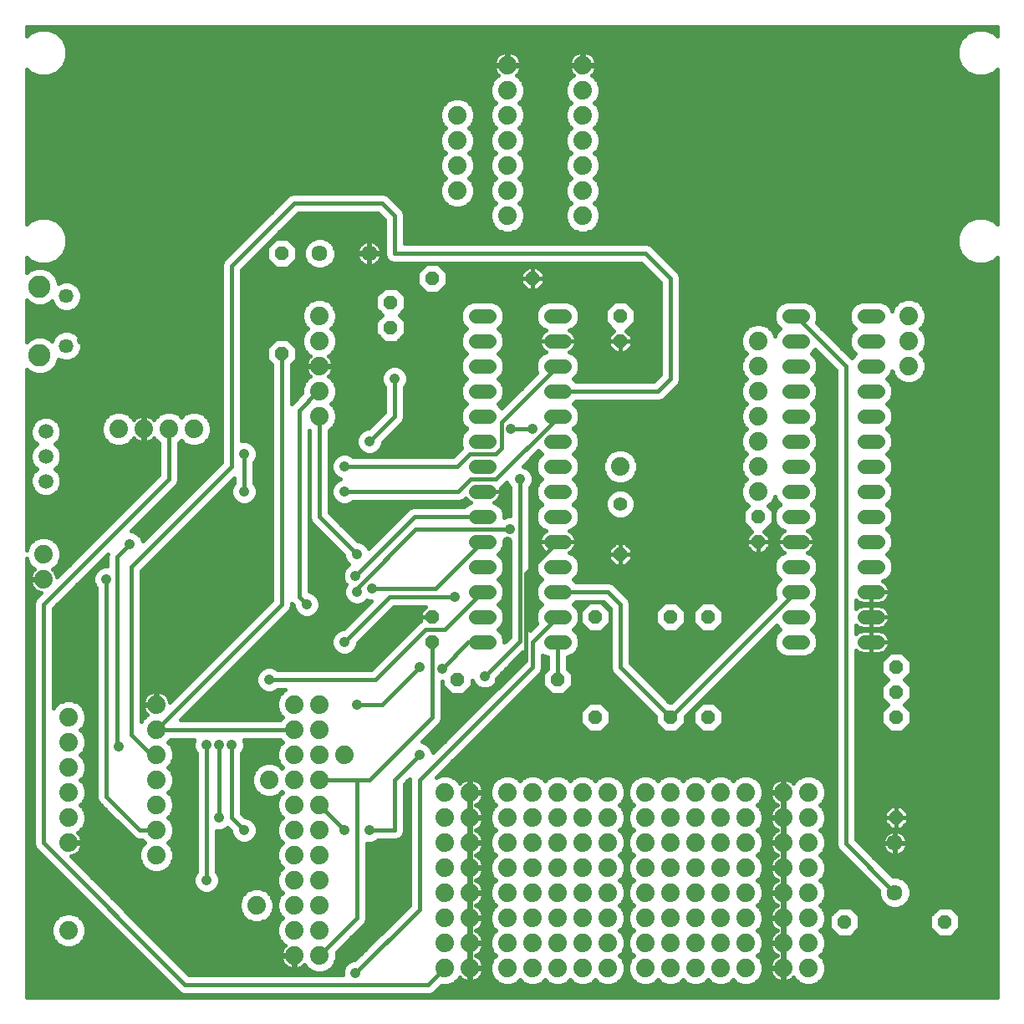
<source format=gbl>
G75*
%MOIN*%
%OFA0B0*%
%FSLAX25Y25*%
%IPPOS*%
%LPD*%
%AMOC8*
5,1,8,0,0,1.08239X$1,22.5*
%
%ADD10C,0.05600*%
%ADD11C,0.05746*%
%ADD12C,0.08858*%
%ADD13C,0.07400*%
%ADD14C,0.05943*%
%ADD15OC8,0.05600*%
%ADD16C,0.06337*%
%ADD17C,0.05600*%
%ADD18C,0.01600*%
%ADD19C,0.04165*%
D10*
X0273450Y0146800D02*
X0279050Y0146800D01*
X0279050Y0156800D02*
X0273450Y0156800D01*
X0273450Y0166800D02*
X0279050Y0166800D01*
X0279050Y0176800D02*
X0273450Y0176800D01*
X0273450Y0186800D02*
X0279050Y0186800D01*
X0279050Y0196800D02*
X0273450Y0196800D01*
X0273450Y0206800D02*
X0279050Y0206800D01*
X0279050Y0216800D02*
X0273450Y0216800D01*
X0273450Y0226800D02*
X0279050Y0226800D01*
X0279050Y0236800D02*
X0273450Y0236800D01*
X0273450Y0246800D02*
X0279050Y0246800D01*
X0279050Y0256800D02*
X0273450Y0256800D01*
X0273450Y0266800D02*
X0279050Y0266800D01*
X0279050Y0276800D02*
X0273450Y0276800D01*
X0303450Y0276800D02*
X0309050Y0276800D01*
X0309050Y0266800D02*
X0303450Y0266800D01*
X0303450Y0256800D02*
X0309050Y0256800D01*
X0309050Y0246800D02*
X0303450Y0246800D01*
X0303450Y0236800D02*
X0309050Y0236800D01*
X0309050Y0226800D02*
X0303450Y0226800D01*
X0303450Y0216800D02*
X0309050Y0216800D01*
X0309050Y0206800D02*
X0303450Y0206800D01*
X0303450Y0196800D02*
X0309050Y0196800D01*
X0309050Y0186800D02*
X0303450Y0186800D01*
X0303450Y0176800D02*
X0309050Y0176800D01*
X0309050Y0166800D02*
X0303450Y0166800D01*
X0303450Y0156800D02*
X0309050Y0156800D01*
X0309050Y0146800D02*
X0303450Y0146800D01*
X0398450Y0146800D02*
X0404050Y0146800D01*
X0404050Y0156800D02*
X0398450Y0156800D01*
X0398450Y0166800D02*
X0404050Y0166800D01*
X0404050Y0176800D02*
X0398450Y0176800D01*
X0398450Y0186800D02*
X0404050Y0186800D01*
X0404050Y0196800D02*
X0398450Y0196800D01*
X0398450Y0206800D02*
X0404050Y0206800D01*
X0404050Y0216800D02*
X0398450Y0216800D01*
X0398450Y0226800D02*
X0404050Y0226800D01*
X0404050Y0236800D02*
X0398450Y0236800D01*
X0398450Y0246800D02*
X0404050Y0246800D01*
X0404050Y0256800D02*
X0398450Y0256800D01*
X0398450Y0266800D02*
X0404050Y0266800D01*
X0404050Y0276800D02*
X0398450Y0276800D01*
X0428450Y0276800D02*
X0434050Y0276800D01*
X0434050Y0266800D02*
X0428450Y0266800D01*
X0428450Y0256800D02*
X0434050Y0256800D01*
X0434050Y0246800D02*
X0428450Y0246800D01*
X0428450Y0236800D02*
X0434050Y0236800D01*
X0434050Y0226800D02*
X0428450Y0226800D01*
X0428450Y0216800D02*
X0434050Y0216800D01*
X0434050Y0206800D02*
X0428450Y0206800D01*
X0428450Y0196800D02*
X0434050Y0196800D01*
X0434050Y0186800D02*
X0428450Y0186800D01*
X0428450Y0176800D02*
X0434050Y0176800D01*
X0434050Y0166800D02*
X0428450Y0166800D01*
X0428450Y0156800D02*
X0434050Y0156800D01*
X0434050Y0146800D02*
X0428450Y0146800D01*
D11*
X0110380Y0264957D03*
X0110380Y0284643D03*
D12*
X0099750Y0288580D03*
X0099750Y0261020D03*
D13*
X0131250Y0231800D03*
X0141250Y0231800D03*
X0151250Y0231800D03*
X0161250Y0231800D03*
X0211250Y0236800D03*
X0211250Y0246800D03*
X0211250Y0256800D03*
X0211250Y0266800D03*
X0211250Y0276800D03*
X0266250Y0326800D03*
X0266250Y0336800D03*
X0266250Y0346800D03*
X0266250Y0356800D03*
X0286250Y0356800D03*
X0286250Y0346800D03*
X0286250Y0336800D03*
X0286250Y0326800D03*
X0286250Y0316800D03*
X0316250Y0316800D03*
X0316250Y0326800D03*
X0316250Y0336800D03*
X0316250Y0346800D03*
X0316250Y0356800D03*
X0316250Y0366800D03*
X0316250Y0376800D03*
X0286250Y0376800D03*
X0286250Y0366800D03*
X0386250Y0266800D03*
X0386250Y0256800D03*
X0386250Y0246800D03*
X0386250Y0236800D03*
X0386250Y0226800D03*
X0386250Y0216800D03*
X0386250Y0206800D03*
X0331250Y0216800D03*
X0446250Y0256800D03*
X0446250Y0266800D03*
X0446250Y0276800D03*
X0221250Y0101800D03*
X0211250Y0101800D03*
X0211250Y0091800D03*
X0201250Y0091800D03*
X0201250Y0101800D03*
X0191250Y0091800D03*
X0201250Y0081800D03*
X0201250Y0071800D03*
X0211250Y0071800D03*
X0211250Y0081800D03*
X0211250Y0061800D03*
X0201250Y0061800D03*
X0201250Y0051800D03*
X0201250Y0041800D03*
X0211250Y0041800D03*
X0211250Y0051800D03*
X0211250Y0031800D03*
X0211250Y0021800D03*
X0201250Y0021800D03*
X0201250Y0031800D03*
X0186250Y0041800D03*
X0146250Y0061800D03*
X0146250Y0071800D03*
X0146250Y0081800D03*
X0146250Y0091800D03*
X0146250Y0101800D03*
X0146250Y0111800D03*
X0146250Y0121800D03*
X0111250Y0116800D03*
X0111250Y0106800D03*
X0111250Y0096800D03*
X0111250Y0086800D03*
X0111250Y0076800D03*
X0111250Y0066800D03*
X0111250Y0031800D03*
X0201250Y0111800D03*
X0201250Y0121800D03*
X0211250Y0121800D03*
X0211250Y0111800D03*
X0261250Y0086800D03*
X0261250Y0076800D03*
X0271250Y0076800D03*
X0271250Y0086800D03*
X0286250Y0086800D03*
X0286250Y0076800D03*
X0296250Y0076800D03*
X0296250Y0086800D03*
X0306250Y0086800D03*
X0306250Y0076800D03*
X0316250Y0076800D03*
X0316250Y0086800D03*
X0326250Y0086800D03*
X0326250Y0076800D03*
X0326250Y0066800D03*
X0326250Y0056800D03*
X0316250Y0056800D03*
X0316250Y0066800D03*
X0306250Y0066800D03*
X0306250Y0056800D03*
X0296250Y0056800D03*
X0296250Y0066800D03*
X0286250Y0066800D03*
X0286250Y0056800D03*
X0286250Y0046800D03*
X0286250Y0036800D03*
X0296250Y0036800D03*
X0296250Y0046800D03*
X0306250Y0046800D03*
X0306250Y0036800D03*
X0316250Y0036800D03*
X0316250Y0046800D03*
X0326250Y0046800D03*
X0326250Y0036800D03*
X0326250Y0026800D03*
X0326250Y0016800D03*
X0316250Y0016800D03*
X0316250Y0026800D03*
X0306250Y0026800D03*
X0306250Y0016800D03*
X0296250Y0016800D03*
X0296250Y0026800D03*
X0286250Y0026800D03*
X0286250Y0016800D03*
X0271250Y0016800D03*
X0271250Y0026800D03*
X0261250Y0026800D03*
X0261250Y0016800D03*
X0261250Y0036800D03*
X0261250Y0046800D03*
X0271250Y0046800D03*
X0271250Y0036800D03*
X0271250Y0056800D03*
X0271250Y0066800D03*
X0261250Y0066800D03*
X0261250Y0056800D03*
X0341250Y0056800D03*
X0341250Y0066800D03*
X0351250Y0066800D03*
X0351250Y0056800D03*
X0351250Y0046800D03*
X0351250Y0036800D03*
X0341250Y0036800D03*
X0341250Y0046800D03*
X0341250Y0026800D03*
X0341250Y0016800D03*
X0351250Y0016800D03*
X0351250Y0026800D03*
X0361250Y0026800D03*
X0361250Y0016800D03*
X0371250Y0016800D03*
X0371250Y0026800D03*
X0381250Y0026800D03*
X0381250Y0016800D03*
X0396250Y0016800D03*
X0396250Y0026800D03*
X0406250Y0026800D03*
X0406250Y0016800D03*
X0406250Y0036800D03*
X0406250Y0046800D03*
X0396250Y0046800D03*
X0396250Y0036800D03*
X0381250Y0036800D03*
X0381250Y0046800D03*
X0371250Y0046800D03*
X0371250Y0036800D03*
X0361250Y0036800D03*
X0361250Y0046800D03*
X0361250Y0056800D03*
X0361250Y0066800D03*
X0371250Y0066800D03*
X0371250Y0056800D03*
X0381250Y0056800D03*
X0381250Y0066800D03*
X0381250Y0076800D03*
X0381250Y0086800D03*
X0371250Y0086800D03*
X0371250Y0076800D03*
X0361250Y0076800D03*
X0361250Y0086800D03*
X0351250Y0086800D03*
X0351250Y0076800D03*
X0341250Y0076800D03*
X0341250Y0086800D03*
X0396250Y0086800D03*
X0396250Y0076800D03*
X0406250Y0076800D03*
X0406250Y0086800D03*
X0406250Y0066800D03*
X0406250Y0056800D03*
X0396250Y0056800D03*
X0396250Y0066800D03*
X0101250Y0171800D03*
X0101250Y0181800D03*
D14*
X0102250Y0210957D03*
X0102250Y0220800D03*
X0102250Y0230643D03*
D15*
X0196250Y0261800D03*
X0239750Y0272300D03*
X0239750Y0282300D03*
X0256250Y0291800D03*
X0296250Y0291800D03*
X0331250Y0276800D03*
X0331250Y0266800D03*
X0386250Y0196800D03*
X0386250Y0186800D03*
X0366250Y0156800D03*
X0351250Y0156800D03*
X0321250Y0156800D03*
X0331250Y0181800D03*
X0306250Y0131800D03*
X0321250Y0116800D03*
X0351250Y0116800D03*
X0366250Y0116800D03*
X0441250Y0116800D03*
X0441250Y0126800D03*
X0441250Y0136800D03*
X0441250Y0076800D03*
X0460750Y0035300D03*
X0420750Y0035300D03*
X0266250Y0131800D03*
X0256250Y0146800D03*
X0256250Y0156800D03*
X0196250Y0301800D03*
D16*
X0211407Y0301800D03*
X0231093Y0301800D03*
X0440750Y0066643D03*
X0440750Y0046957D03*
D17*
X0331250Y0201800D03*
D18*
X0094450Y0180186D02*
X0094450Y0005000D01*
X0481751Y0005000D01*
X0481751Y0300236D01*
X0480303Y0298789D01*
X0476830Y0297350D01*
X0473070Y0297350D01*
X0469597Y0298789D01*
X0466939Y0301447D01*
X0465500Y0304920D01*
X0465500Y0308680D01*
X0466939Y0312153D01*
X0469597Y0314811D01*
X0473070Y0316250D01*
X0476830Y0316250D01*
X0480303Y0314811D01*
X0481751Y0313363D01*
X0481751Y0375236D01*
X0480303Y0373789D01*
X0476830Y0372350D01*
X0473070Y0372350D01*
X0469597Y0373789D01*
X0466939Y0376447D01*
X0465500Y0379920D01*
X0465500Y0383680D01*
X0466939Y0387153D01*
X0469597Y0389811D01*
X0473070Y0391250D01*
X0476830Y0391250D01*
X0480303Y0389811D01*
X0481751Y0388363D01*
X0481751Y0392301D01*
X0094450Y0392301D01*
X0094450Y0388364D01*
X0095897Y0389811D01*
X0099370Y0391250D01*
X0103130Y0391250D01*
X0106603Y0389811D01*
X0109261Y0387153D01*
X0110700Y0383680D01*
X0110700Y0379920D01*
X0109261Y0376447D01*
X0106603Y0373789D01*
X0103130Y0372350D01*
X0099370Y0372350D01*
X0095897Y0373789D01*
X0094450Y0375236D01*
X0094450Y0313364D01*
X0095897Y0314811D01*
X0099370Y0316250D01*
X0103130Y0316250D01*
X0106603Y0314811D01*
X0109261Y0312153D01*
X0110700Y0308680D01*
X0110700Y0304920D01*
X0109261Y0301447D01*
X0106603Y0298789D01*
X0103130Y0297350D01*
X0099370Y0297350D01*
X0095897Y0298789D01*
X0094450Y0300236D01*
X0094450Y0294069D01*
X0095428Y0295047D01*
X0098232Y0296209D01*
X0101268Y0296209D01*
X0104072Y0295047D01*
X0106218Y0292901D01*
X0107379Y0290097D01*
X0107379Y0289973D01*
X0109172Y0290716D01*
X0111588Y0290716D01*
X0113820Y0289791D01*
X0115529Y0288083D01*
X0116453Y0285851D01*
X0116453Y0283434D01*
X0115529Y0281202D01*
X0113820Y0279494D01*
X0111588Y0278569D01*
X0109172Y0278569D01*
X0106940Y0279494D01*
X0105231Y0281202D01*
X0104625Y0282666D01*
X0104072Y0282112D01*
X0101268Y0280950D01*
X0098232Y0280950D01*
X0095428Y0282112D01*
X0094450Y0283090D01*
X0094450Y0266510D01*
X0095428Y0267488D01*
X0098232Y0268650D01*
X0101268Y0268650D01*
X0104072Y0267488D01*
X0104625Y0266934D01*
X0105231Y0268398D01*
X0106940Y0270106D01*
X0109172Y0271031D01*
X0111588Y0271031D01*
X0113820Y0270106D01*
X0115529Y0268398D01*
X0116453Y0266166D01*
X0116453Y0263749D01*
X0115529Y0261517D01*
X0113820Y0259809D01*
X0111588Y0258884D01*
X0109172Y0258884D01*
X0107379Y0259627D01*
X0107379Y0259503D01*
X0106218Y0256699D01*
X0104072Y0254553D01*
X0101268Y0253391D01*
X0098232Y0253391D01*
X0095428Y0254553D01*
X0094450Y0255531D01*
X0094450Y0183414D01*
X0095400Y0185709D01*
X0097341Y0187650D01*
X0099877Y0188700D01*
X0102622Y0188700D01*
X0105159Y0187650D01*
X0107100Y0185709D01*
X0108150Y0183172D01*
X0108150Y0180427D01*
X0107100Y0177891D01*
X0105159Y0175950D01*
X0104960Y0175868D01*
X0105445Y0175383D01*
X0105954Y0174683D01*
X0106347Y0173911D01*
X0106615Y0173088D01*
X0106651Y0172858D01*
X0147250Y0213457D01*
X0147250Y0226042D01*
X0145400Y0227891D01*
X0145318Y0228090D01*
X0144833Y0227605D01*
X0144133Y0227096D01*
X0143361Y0226703D01*
X0142538Y0226435D01*
X0141683Y0226300D01*
X0141450Y0226300D01*
X0141450Y0231600D01*
X0141050Y0231600D01*
X0141050Y0226300D01*
X0140817Y0226300D01*
X0139962Y0226435D01*
X0139139Y0226703D01*
X0138367Y0227096D01*
X0137667Y0227605D01*
X0137182Y0228090D01*
X0137100Y0227891D01*
X0135159Y0225950D01*
X0132622Y0224900D01*
X0129877Y0224900D01*
X0127341Y0225950D01*
X0125400Y0227891D01*
X0124350Y0230427D01*
X0124350Y0233172D01*
X0125400Y0235709D01*
X0127341Y0237650D01*
X0129877Y0238700D01*
X0132622Y0238700D01*
X0135159Y0237650D01*
X0137100Y0235709D01*
X0137182Y0235510D01*
X0137667Y0235995D01*
X0138367Y0236504D01*
X0139139Y0236897D01*
X0139962Y0237165D01*
X0140817Y0237300D01*
X0141050Y0237300D01*
X0141050Y0232000D01*
X0141450Y0232000D01*
X0141450Y0237300D01*
X0141683Y0237300D01*
X0142538Y0237165D01*
X0143361Y0236897D01*
X0144133Y0236504D01*
X0144833Y0235995D01*
X0145318Y0235510D01*
X0145400Y0235709D01*
X0147341Y0237650D01*
X0149877Y0238700D01*
X0152622Y0238700D01*
X0155159Y0237650D01*
X0156250Y0236558D01*
X0157341Y0237650D01*
X0159877Y0238700D01*
X0162622Y0238700D01*
X0165159Y0237650D01*
X0167100Y0235709D01*
X0168150Y0233172D01*
X0168150Y0230427D01*
X0167100Y0227891D01*
X0165159Y0225950D01*
X0162622Y0224900D01*
X0159877Y0224900D01*
X0157341Y0225950D01*
X0156250Y0227042D01*
X0155250Y0226042D01*
X0155250Y0211004D01*
X0154641Y0209534D01*
X0136190Y0191083D01*
X0136801Y0191083D01*
X0138742Y0190278D01*
X0140228Y0188792D01*
X0140919Y0187126D01*
X0172250Y0218457D01*
X0172250Y0297596D01*
X0172859Y0299066D01*
X0173984Y0300191D01*
X0198984Y0325191D01*
X0200454Y0325800D01*
X0237046Y0325800D01*
X0238516Y0325191D01*
X0239641Y0324066D01*
X0244641Y0319066D01*
X0245250Y0317596D01*
X0245250Y0305800D01*
X0342046Y0305800D01*
X0343516Y0305191D01*
X0344641Y0304066D01*
X0354641Y0294066D01*
X0355250Y0292596D01*
X0355250Y0251004D01*
X0354641Y0249534D01*
X0353516Y0248409D01*
X0348516Y0243409D01*
X0347046Y0242800D01*
X0313535Y0242800D01*
X0312535Y0241800D01*
X0314137Y0240199D01*
X0315050Y0237993D01*
X0315050Y0235607D01*
X0314137Y0233401D01*
X0312535Y0231800D01*
X0314137Y0230199D01*
X0315050Y0227993D01*
X0315050Y0225607D01*
X0314137Y0223401D01*
X0312535Y0221800D01*
X0314137Y0220199D01*
X0315050Y0217993D01*
X0315050Y0215607D01*
X0314137Y0213401D01*
X0312535Y0211800D01*
X0314137Y0210199D01*
X0315050Y0207993D01*
X0315050Y0205607D01*
X0314137Y0203401D01*
X0312535Y0201800D01*
X0314137Y0200199D01*
X0315050Y0197993D01*
X0315050Y0195607D01*
X0314137Y0193401D01*
X0312449Y0191713D01*
X0310844Y0191049D01*
X0311461Y0190734D01*
X0312047Y0190309D01*
X0312559Y0189797D01*
X0312984Y0189211D01*
X0313313Y0188566D01*
X0313537Y0187877D01*
X0313650Y0187162D01*
X0313650Y0186800D01*
X0306250Y0186800D01*
X0293650Y0174200D01*
X0293650Y0139549D01*
X0282612Y0128511D01*
X0281961Y0128511D01*
X0281961Y0132162D01*
X0286250Y0136451D01*
X0285682Y0136075D02*
X0289868Y0136075D01*
X0288270Y0134476D02*
X0284083Y0134476D01*
X0282533Y0132926D02*
X0292250Y0142643D01*
X0292250Y0138457D01*
X0256533Y0102740D01*
X0256533Y0102851D01*
X0255728Y0104792D01*
X0254242Y0106278D01*
X0252301Y0107083D01*
X0252190Y0107083D01*
X0259641Y0114534D01*
X0260250Y0116004D01*
X0260250Y0131017D01*
X0260250Y0129315D01*
X0263765Y0125800D01*
X0268735Y0125800D01*
X0272250Y0129315D01*
X0272250Y0131567D01*
X0272772Y0130308D01*
X0274258Y0128822D01*
X0276199Y0128017D01*
X0278301Y0128017D01*
X0280242Y0128822D01*
X0281728Y0130308D01*
X0282533Y0132249D01*
X0282533Y0132926D01*
X0282533Y0132878D02*
X0286671Y0132878D01*
X0285073Y0131279D02*
X0282131Y0131279D01*
X0281102Y0129681D02*
X0283474Y0129681D01*
X0281876Y0128082D02*
X0278458Y0128082D01*
X0276042Y0128082D02*
X0271018Y0128082D01*
X0272250Y0129681D02*
X0273398Y0129681D01*
X0272369Y0131279D02*
X0272250Y0131279D01*
X0277250Y0133300D02*
X0291250Y0147300D01*
X0291250Y0211800D01*
X0296059Y0209606D02*
X0298118Y0209606D01*
X0298363Y0210199D02*
X0297450Y0207993D01*
X0297450Y0205607D01*
X0298363Y0203401D01*
X0299965Y0201800D01*
X0298363Y0200199D01*
X0297450Y0197993D01*
X0297450Y0195607D01*
X0298363Y0193401D01*
X0300051Y0191713D01*
X0301656Y0191049D01*
X0301039Y0190734D01*
X0300453Y0190309D01*
X0299941Y0189797D01*
X0299516Y0189211D01*
X0299187Y0188566D01*
X0298963Y0187877D01*
X0298850Y0187162D01*
X0298850Y0186800D01*
X0306250Y0186800D01*
X0306250Y0186800D01*
X0313650Y0186800D01*
X0313650Y0186438D01*
X0313537Y0185723D01*
X0313313Y0185034D01*
X0312984Y0184389D01*
X0312559Y0183803D01*
X0312047Y0183291D01*
X0311461Y0182866D01*
X0310844Y0182551D01*
X0312449Y0181887D01*
X0314137Y0180199D01*
X0315050Y0177993D01*
X0315050Y0175607D01*
X0314137Y0173401D01*
X0312535Y0171800D01*
X0313535Y0170800D01*
X0327046Y0170800D01*
X0328516Y0170191D01*
X0329641Y0169066D01*
X0334641Y0164066D01*
X0335250Y0162596D01*
X0335250Y0138457D01*
X0350907Y0122800D01*
X0351593Y0122800D01*
X0393021Y0164228D01*
X0392450Y0165607D01*
X0392450Y0167993D01*
X0393363Y0170199D01*
X0394965Y0171800D01*
X0393363Y0173401D01*
X0392450Y0175607D01*
X0392450Y0177993D01*
X0393363Y0180199D01*
X0395051Y0181887D01*
X0396656Y0182551D01*
X0396039Y0182866D01*
X0395453Y0183291D01*
X0394941Y0183803D01*
X0394516Y0184389D01*
X0394187Y0185034D01*
X0393963Y0185723D01*
X0393850Y0186438D01*
X0393850Y0186800D01*
X0401250Y0186800D01*
X0408650Y0186800D01*
X0408650Y0187162D01*
X0408537Y0187877D01*
X0408313Y0188566D01*
X0407984Y0189211D01*
X0407559Y0189797D01*
X0407047Y0190309D01*
X0406461Y0190734D01*
X0405844Y0191049D01*
X0407449Y0191713D01*
X0409137Y0193401D01*
X0410050Y0195607D01*
X0410050Y0197993D01*
X0409137Y0200199D01*
X0407535Y0201800D01*
X0409137Y0203401D01*
X0410050Y0205607D01*
X0410050Y0207993D01*
X0409137Y0210199D01*
X0407535Y0211800D01*
X0409137Y0213401D01*
X0410050Y0215607D01*
X0410050Y0217993D01*
X0409137Y0220199D01*
X0407535Y0221800D01*
X0409137Y0223401D01*
X0410050Y0225607D01*
X0410050Y0227993D01*
X0409137Y0230199D01*
X0407535Y0231800D01*
X0409137Y0233401D01*
X0410050Y0235607D01*
X0410050Y0237993D01*
X0409137Y0240199D01*
X0407535Y0241800D01*
X0409137Y0243401D01*
X0410050Y0245607D01*
X0410050Y0247993D01*
X0409137Y0250199D01*
X0407535Y0251800D01*
X0409137Y0253401D01*
X0410050Y0255607D01*
X0410050Y0257993D01*
X0409137Y0260199D01*
X0407535Y0261800D01*
X0409064Y0263329D01*
X0417250Y0255143D01*
X0417250Y0065662D01*
X0417859Y0064192D01*
X0418984Y0063066D01*
X0434381Y0047669D01*
X0434381Y0045691D01*
X0435351Y0043350D01*
X0437143Y0041559D01*
X0439483Y0040589D01*
X0442017Y0040589D01*
X0444357Y0041559D01*
X0446149Y0043350D01*
X0447118Y0045691D01*
X0447118Y0048224D01*
X0446149Y0050565D01*
X0444357Y0052356D01*
X0442017Y0053326D01*
X0440038Y0053326D01*
X0425250Y0068114D01*
X0425250Y0143495D01*
X0425453Y0143291D01*
X0426039Y0142866D01*
X0426684Y0142537D01*
X0427373Y0142313D01*
X0428088Y0142200D01*
X0431250Y0142200D01*
X0434412Y0142200D01*
X0435127Y0142313D01*
X0435816Y0142537D01*
X0436461Y0142866D01*
X0437047Y0143291D01*
X0437559Y0143803D01*
X0437984Y0144389D01*
X0438313Y0145034D01*
X0438537Y0145723D01*
X0438650Y0146438D01*
X0438650Y0146800D01*
X0438650Y0147162D01*
X0438537Y0147877D01*
X0438313Y0148566D01*
X0437984Y0149211D01*
X0437559Y0149797D01*
X0437047Y0150309D01*
X0436461Y0150734D01*
X0435816Y0151063D01*
X0435127Y0151287D01*
X0434412Y0151400D01*
X0431250Y0151400D01*
X0431250Y0146800D01*
X0431250Y0146800D01*
X0438650Y0146800D01*
X0431250Y0146800D01*
X0431250Y0146800D01*
X0431250Y0151400D01*
X0428088Y0151400D01*
X0427373Y0151287D01*
X0426684Y0151063D01*
X0426039Y0150734D01*
X0425453Y0150309D01*
X0425250Y0150105D01*
X0425250Y0153495D01*
X0425453Y0153291D01*
X0426039Y0152866D01*
X0426684Y0152537D01*
X0427373Y0152313D01*
X0428088Y0152200D01*
X0431250Y0152200D01*
X0434412Y0152200D01*
X0435127Y0152313D01*
X0435816Y0152537D01*
X0436461Y0152866D01*
X0437047Y0153291D01*
X0437559Y0153803D01*
X0437984Y0154389D01*
X0438313Y0155034D01*
X0438537Y0155723D01*
X0438650Y0156438D01*
X0438650Y0156800D01*
X0438650Y0157162D01*
X0438537Y0157877D01*
X0438313Y0158566D01*
X0437984Y0159211D01*
X0437559Y0159797D01*
X0437047Y0160309D01*
X0436461Y0160734D01*
X0435816Y0161063D01*
X0435127Y0161287D01*
X0434412Y0161400D01*
X0431250Y0161400D01*
X0431250Y0156800D01*
X0431250Y0156800D01*
X0438650Y0156800D01*
X0431250Y0156800D01*
X0431250Y0156800D01*
X0431250Y0161400D01*
X0428088Y0161400D01*
X0427373Y0161287D01*
X0426684Y0161063D01*
X0426039Y0160734D01*
X0425453Y0160309D01*
X0425250Y0160105D01*
X0425250Y0163495D01*
X0425453Y0163291D01*
X0426039Y0162866D01*
X0426684Y0162537D01*
X0427373Y0162313D01*
X0428088Y0162200D01*
X0431250Y0162200D01*
X0434412Y0162200D01*
X0435127Y0162313D01*
X0435816Y0162537D01*
X0436461Y0162866D01*
X0437047Y0163291D01*
X0437559Y0163803D01*
X0437984Y0164389D01*
X0438313Y0165034D01*
X0438537Y0165723D01*
X0438650Y0166438D01*
X0438650Y0166800D01*
X0438650Y0167162D01*
X0438537Y0167877D01*
X0438313Y0168566D01*
X0437984Y0169211D01*
X0437559Y0169797D01*
X0437047Y0170309D01*
X0436461Y0170734D01*
X0435844Y0171049D01*
X0437449Y0171713D01*
X0439137Y0173401D01*
X0440050Y0175607D01*
X0440050Y0177993D01*
X0439137Y0180199D01*
X0437535Y0181800D01*
X0439137Y0183401D01*
X0440050Y0185607D01*
X0440050Y0187993D01*
X0439137Y0190199D01*
X0437535Y0191800D01*
X0439137Y0193401D01*
X0440050Y0195607D01*
X0440050Y0197993D01*
X0439137Y0200199D01*
X0437535Y0201800D01*
X0439137Y0203401D01*
X0440050Y0205607D01*
X0440050Y0207993D01*
X0439137Y0210199D01*
X0437535Y0211800D01*
X0439137Y0213401D01*
X0440050Y0215607D01*
X0440050Y0217993D01*
X0439137Y0220199D01*
X0437535Y0221800D01*
X0439137Y0223401D01*
X0440050Y0225607D01*
X0440050Y0227993D01*
X0439137Y0230199D01*
X0437535Y0231800D01*
X0439137Y0233401D01*
X0440050Y0235607D01*
X0440050Y0237993D01*
X0439137Y0240199D01*
X0437535Y0241800D01*
X0439137Y0243401D01*
X0440050Y0245607D01*
X0440050Y0247993D01*
X0439137Y0250199D01*
X0437535Y0251800D01*
X0439137Y0253401D01*
X0439663Y0254672D01*
X0440400Y0252891D01*
X0442341Y0250950D01*
X0444877Y0249900D01*
X0447622Y0249900D01*
X0450159Y0250950D01*
X0452100Y0252891D01*
X0453150Y0255427D01*
X0453150Y0258172D01*
X0452100Y0260709D01*
X0451008Y0261800D01*
X0452100Y0262891D01*
X0453150Y0265427D01*
X0453150Y0268172D01*
X0452100Y0270709D01*
X0451008Y0271800D01*
X0452100Y0272891D01*
X0453150Y0275427D01*
X0453150Y0278172D01*
X0452100Y0280709D01*
X0450159Y0282650D01*
X0447622Y0283700D01*
X0444877Y0283700D01*
X0442341Y0282650D01*
X0440400Y0280709D01*
X0439663Y0278928D01*
X0439137Y0280199D01*
X0437449Y0281887D01*
X0435243Y0282800D01*
X0427257Y0282800D01*
X0425051Y0281887D01*
X0423363Y0280199D01*
X0422450Y0277993D01*
X0422450Y0275607D01*
X0423363Y0273401D01*
X0424965Y0271800D01*
X0423363Y0270199D01*
X0422450Y0267993D01*
X0422450Y0265607D01*
X0423363Y0263401D01*
X0424965Y0261800D01*
X0423436Y0260271D01*
X0409479Y0274228D01*
X0410050Y0275607D01*
X0410050Y0277993D01*
X0409137Y0280199D01*
X0407449Y0281887D01*
X0405243Y0282800D01*
X0397257Y0282800D01*
X0395051Y0281887D01*
X0393363Y0280199D01*
X0392450Y0277993D01*
X0392450Y0275607D01*
X0393363Y0273401D01*
X0394965Y0271800D01*
X0393363Y0270199D01*
X0392837Y0268928D01*
X0392100Y0270709D01*
X0390159Y0272650D01*
X0387622Y0273700D01*
X0384877Y0273700D01*
X0382341Y0272650D01*
X0380400Y0270709D01*
X0379350Y0268172D01*
X0379350Y0265427D01*
X0380400Y0262891D01*
X0381492Y0261800D01*
X0380400Y0260709D01*
X0379350Y0258172D01*
X0379350Y0255427D01*
X0380400Y0252891D01*
X0381492Y0251800D01*
X0380400Y0250709D01*
X0379350Y0248172D01*
X0379350Y0245427D01*
X0380400Y0242891D01*
X0381492Y0241800D01*
X0380400Y0240709D01*
X0379350Y0238172D01*
X0379350Y0235427D01*
X0380400Y0232891D01*
X0381492Y0231800D01*
X0380400Y0230709D01*
X0379350Y0228172D01*
X0379350Y0225427D01*
X0380400Y0222891D01*
X0381492Y0221800D01*
X0380400Y0220709D01*
X0379350Y0218172D01*
X0379350Y0215427D01*
X0380400Y0212891D01*
X0381492Y0211800D01*
X0380400Y0210709D01*
X0379350Y0208172D01*
X0379350Y0205427D01*
X0380400Y0202891D01*
X0382128Y0201164D01*
X0380250Y0199285D01*
X0380250Y0194315D01*
X0383755Y0190810D01*
X0381650Y0188705D01*
X0381650Y0186800D01*
X0386250Y0186800D01*
X0390850Y0186800D01*
X0390850Y0188705D01*
X0388745Y0190810D01*
X0392250Y0194315D01*
X0392250Y0199285D01*
X0390372Y0201164D01*
X0392100Y0202891D01*
X0392837Y0204672D01*
X0393363Y0203401D01*
X0394965Y0201800D01*
X0393363Y0200199D01*
X0392450Y0197993D01*
X0392450Y0195607D01*
X0393363Y0193401D01*
X0395051Y0191713D01*
X0396656Y0191049D01*
X0396039Y0190734D01*
X0395453Y0190309D01*
X0394941Y0189797D01*
X0394516Y0189211D01*
X0394187Y0188566D01*
X0393963Y0187877D01*
X0393850Y0187162D01*
X0393850Y0186800D01*
X0401250Y0186800D01*
X0401250Y0186800D01*
X0401250Y0186800D01*
X0408650Y0186800D01*
X0408650Y0186438D01*
X0408537Y0185723D01*
X0408313Y0185034D01*
X0407984Y0184389D01*
X0407559Y0183803D01*
X0407047Y0183291D01*
X0406461Y0182866D01*
X0405844Y0182551D01*
X0407449Y0181887D01*
X0409137Y0180199D01*
X0410050Y0177993D01*
X0410050Y0175607D01*
X0409137Y0173401D01*
X0407535Y0171800D01*
X0409137Y0170199D01*
X0410050Y0167993D01*
X0410050Y0165607D01*
X0409137Y0163401D01*
X0407535Y0161800D01*
X0409137Y0160199D01*
X0410050Y0157993D01*
X0410050Y0155607D01*
X0409137Y0153401D01*
X0407535Y0151800D01*
X0409137Y0150199D01*
X0410050Y0147993D01*
X0410050Y0145607D01*
X0409137Y0143401D01*
X0407449Y0141713D01*
X0405243Y0140800D01*
X0397257Y0140800D01*
X0395051Y0141713D01*
X0393363Y0143401D01*
X0392450Y0145607D01*
X0392450Y0147993D01*
X0393363Y0150199D01*
X0394965Y0151800D01*
X0393436Y0153329D01*
X0357250Y0117143D01*
X0357250Y0114315D01*
X0353735Y0110800D01*
X0348765Y0110800D01*
X0345250Y0114315D01*
X0345250Y0117143D01*
X0328984Y0133409D01*
X0327859Y0134534D01*
X0327250Y0136004D01*
X0327250Y0160143D01*
X0324593Y0162800D01*
X0313535Y0162800D01*
X0312535Y0161800D01*
X0314137Y0160199D01*
X0315050Y0157993D01*
X0315050Y0155607D01*
X0314137Y0153401D01*
X0312535Y0151800D01*
X0314137Y0150199D01*
X0315050Y0147993D01*
X0315050Y0145607D01*
X0314137Y0143401D01*
X0312449Y0141713D01*
X0310250Y0140803D01*
X0310250Y0136285D01*
X0312250Y0134285D01*
X0312250Y0129315D01*
X0308735Y0125800D01*
X0303765Y0125800D01*
X0300250Y0129315D01*
X0300250Y0134285D01*
X0302250Y0136285D01*
X0302250Y0140803D01*
X0300250Y0141631D01*
X0300250Y0136004D01*
X0299641Y0134534D01*
X0258050Y0092943D01*
X0259877Y0093700D01*
X0262622Y0093700D01*
X0265159Y0092650D01*
X0267100Y0090709D01*
X0267182Y0090510D01*
X0267667Y0090995D01*
X0268367Y0091504D01*
X0269139Y0091897D01*
X0269962Y0092165D01*
X0270817Y0092300D01*
X0271050Y0092300D01*
X0271050Y0087000D01*
X0271450Y0087000D01*
X0271450Y0092300D01*
X0271683Y0092300D01*
X0272538Y0092165D01*
X0273361Y0091897D01*
X0274133Y0091504D01*
X0274833Y0090995D01*
X0275445Y0090383D01*
X0275954Y0089683D01*
X0276347Y0088911D01*
X0276615Y0088088D01*
X0276750Y0087233D01*
X0276750Y0087000D01*
X0271450Y0087000D01*
X0271450Y0086600D01*
X0276750Y0086600D01*
X0276750Y0086367D01*
X0276615Y0085512D01*
X0276347Y0084689D01*
X0275954Y0083917D01*
X0275445Y0083217D01*
X0274833Y0082605D01*
X0274133Y0082096D01*
X0273552Y0081800D01*
X0274133Y0081504D01*
X0274833Y0080995D01*
X0275445Y0080383D01*
X0275954Y0079683D01*
X0276347Y0078911D01*
X0276615Y0078088D01*
X0276750Y0077233D01*
X0276750Y0077000D01*
X0271450Y0077000D01*
X0271050Y0077000D01*
X0271050Y0082300D01*
X0271050Y0086600D01*
X0271450Y0086600D01*
X0271450Y0077000D01*
X0271450Y0076600D01*
X0276750Y0076600D01*
X0276750Y0076367D01*
X0276615Y0075512D01*
X0276347Y0074689D01*
X0275954Y0073917D01*
X0275445Y0073217D01*
X0274833Y0072605D01*
X0274133Y0072096D01*
X0273552Y0071800D01*
X0274133Y0071504D01*
X0274833Y0070995D01*
X0275445Y0070383D01*
X0275954Y0069683D01*
X0276347Y0068911D01*
X0276615Y0068088D01*
X0276750Y0067233D01*
X0276750Y0067000D01*
X0271450Y0067000D01*
X0271450Y0066600D01*
X0276750Y0066600D01*
X0276750Y0066367D01*
X0276615Y0065512D01*
X0276347Y0064689D01*
X0275954Y0063917D01*
X0275445Y0063217D01*
X0274833Y0062605D01*
X0274133Y0062096D01*
X0273552Y0061800D01*
X0274133Y0061504D01*
X0274833Y0060995D01*
X0275445Y0060383D01*
X0275954Y0059683D01*
X0276347Y0058911D01*
X0276615Y0058088D01*
X0276750Y0057233D01*
X0276750Y0057000D01*
X0271450Y0057000D01*
X0271050Y0057000D01*
X0271050Y0062300D01*
X0271050Y0066600D01*
X0271450Y0066600D01*
X0271450Y0057000D01*
X0271450Y0056600D01*
X0276750Y0056600D01*
X0276750Y0056367D01*
X0276615Y0055512D01*
X0276347Y0054689D01*
X0275954Y0053917D01*
X0275445Y0053217D01*
X0274833Y0052605D01*
X0274133Y0052096D01*
X0273552Y0051800D01*
X0274133Y0051504D01*
X0274833Y0050995D01*
X0275445Y0050383D01*
X0275954Y0049683D01*
X0276347Y0048911D01*
X0276615Y0048088D01*
X0276750Y0047233D01*
X0276750Y0047000D01*
X0271450Y0047000D01*
X0271450Y0046600D01*
X0276750Y0046600D01*
X0276750Y0046367D01*
X0276615Y0045512D01*
X0276347Y0044689D01*
X0275954Y0043917D01*
X0275445Y0043217D01*
X0274833Y0042605D01*
X0274133Y0042096D01*
X0273552Y0041800D01*
X0274133Y0041504D01*
X0274833Y0040995D01*
X0275445Y0040383D01*
X0275954Y0039683D01*
X0276347Y0038911D01*
X0276615Y0038088D01*
X0276750Y0037233D01*
X0276750Y0037000D01*
X0271450Y0037000D01*
X0271050Y0037000D01*
X0271050Y0042300D01*
X0271050Y0046600D01*
X0271450Y0046600D01*
X0271450Y0037000D01*
X0271450Y0036600D01*
X0276750Y0036600D01*
X0276750Y0036367D01*
X0276615Y0035512D01*
X0276347Y0034689D01*
X0275954Y0033917D01*
X0275445Y0033217D01*
X0274833Y0032605D01*
X0274133Y0032096D01*
X0273552Y0031800D01*
X0274133Y0031504D01*
X0274833Y0030995D01*
X0275445Y0030383D01*
X0275954Y0029683D01*
X0276347Y0028911D01*
X0276615Y0028088D01*
X0276750Y0027233D01*
X0276750Y0027000D01*
X0271450Y0027000D01*
X0271450Y0026600D01*
X0276750Y0026600D01*
X0276750Y0026367D01*
X0276615Y0025512D01*
X0276347Y0024689D01*
X0275954Y0023917D01*
X0275445Y0023217D01*
X0274833Y0022605D01*
X0274133Y0022096D01*
X0273552Y0021800D01*
X0274133Y0021504D01*
X0274833Y0020995D01*
X0275445Y0020383D01*
X0275954Y0019683D01*
X0276347Y0018911D01*
X0276615Y0018088D01*
X0276750Y0017233D01*
X0276750Y0017000D01*
X0271450Y0017000D01*
X0271050Y0017000D01*
X0271050Y0021300D01*
X0271050Y0026600D01*
X0271450Y0026600D01*
X0271450Y0017000D01*
X0271450Y0016600D01*
X0276750Y0016600D01*
X0276750Y0016367D01*
X0276615Y0015512D01*
X0276347Y0014689D01*
X0275954Y0013917D01*
X0275445Y0013217D01*
X0274833Y0012605D01*
X0274133Y0012096D01*
X0273361Y0011703D01*
X0272538Y0011435D01*
X0271683Y0011300D01*
X0271450Y0011300D01*
X0271450Y0016600D01*
X0271050Y0016600D01*
X0271050Y0011300D01*
X0270817Y0011300D01*
X0269962Y0011435D01*
X0269139Y0011703D01*
X0268367Y0012096D01*
X0267667Y0012605D01*
X0267182Y0013090D01*
X0267100Y0012891D01*
X0265159Y0010950D01*
X0262622Y0009900D01*
X0260007Y0009900D01*
X0257016Y0006909D01*
X0255546Y0006300D01*
X0156954Y0006300D01*
X0155484Y0006909D01*
X0154359Y0008034D01*
X0097859Y0064534D01*
X0097250Y0066004D01*
X0097250Y0162596D01*
X0097859Y0164066D01*
X0098984Y0165191D01*
X0100192Y0166399D01*
X0099962Y0166435D01*
X0099139Y0166703D01*
X0098367Y0167096D01*
X0097667Y0167605D01*
X0097055Y0168217D01*
X0096546Y0168917D01*
X0096153Y0169689D01*
X0095885Y0170512D01*
X0095750Y0171367D01*
X0095750Y0171600D01*
X0101050Y0171600D01*
X0101050Y0172000D01*
X0095750Y0172000D01*
X0095750Y0172233D01*
X0095885Y0173088D01*
X0096153Y0173911D01*
X0096546Y0174683D01*
X0097055Y0175383D01*
X0097540Y0175868D01*
X0097341Y0175950D01*
X0095400Y0177891D01*
X0094450Y0180186D01*
X0094450Y0179235D02*
X0094844Y0179235D01*
X0094450Y0177636D02*
X0095656Y0177636D01*
X0094450Y0176038D02*
X0097254Y0176038D01*
X0096422Y0174439D02*
X0094450Y0174439D01*
X0094450Y0172841D02*
X0095846Y0172841D01*
X0095770Y0171242D02*
X0094450Y0171242D01*
X0094450Y0169644D02*
X0096176Y0169644D01*
X0097227Y0168045D02*
X0094450Y0168045D01*
X0094450Y0166447D02*
X0099927Y0166447D01*
X0098641Y0164848D02*
X0094450Y0164848D01*
X0094450Y0163250D02*
X0097521Y0163250D01*
X0097250Y0161651D02*
X0094450Y0161651D01*
X0094450Y0160053D02*
X0097250Y0160053D01*
X0097250Y0158454D02*
X0094450Y0158454D01*
X0094450Y0156856D02*
X0097250Y0156856D01*
X0097250Y0155257D02*
X0094450Y0155257D01*
X0094450Y0153659D02*
X0097250Y0153659D01*
X0097250Y0152060D02*
X0094450Y0152060D01*
X0094450Y0150462D02*
X0097250Y0150462D01*
X0097250Y0148863D02*
X0094450Y0148863D01*
X0094450Y0147265D02*
X0097250Y0147265D01*
X0097250Y0145666D02*
X0094450Y0145666D01*
X0094450Y0144068D02*
X0097250Y0144068D01*
X0097250Y0142469D02*
X0094450Y0142469D01*
X0094450Y0140870D02*
X0097250Y0140870D01*
X0097250Y0139272D02*
X0094450Y0139272D01*
X0094450Y0137673D02*
X0097250Y0137673D01*
X0097250Y0136075D02*
X0094450Y0136075D01*
X0094450Y0134476D02*
X0097250Y0134476D01*
X0097250Y0132878D02*
X0094450Y0132878D01*
X0094450Y0131279D02*
X0097250Y0131279D01*
X0097250Y0129681D02*
X0094450Y0129681D01*
X0094450Y0128082D02*
X0097250Y0128082D01*
X0097250Y0126484D02*
X0094450Y0126484D01*
X0094450Y0124885D02*
X0097250Y0124885D01*
X0097250Y0123287D02*
X0094450Y0123287D01*
X0094450Y0121688D02*
X0097250Y0121688D01*
X0097250Y0120090D02*
X0094450Y0120090D01*
X0094450Y0118491D02*
X0097250Y0118491D01*
X0097250Y0116893D02*
X0094450Y0116893D01*
X0094450Y0115294D02*
X0097250Y0115294D01*
X0097250Y0113696D02*
X0094450Y0113696D01*
X0094450Y0112097D02*
X0097250Y0112097D01*
X0097250Y0110499D02*
X0094450Y0110499D01*
X0094450Y0108900D02*
X0097250Y0108900D01*
X0097250Y0107302D02*
X0094450Y0107302D01*
X0094450Y0105703D02*
X0097250Y0105703D01*
X0097250Y0104105D02*
X0094450Y0104105D01*
X0094450Y0102506D02*
X0097250Y0102506D01*
X0097250Y0100908D02*
X0094450Y0100908D01*
X0094450Y0099309D02*
X0097250Y0099309D01*
X0097250Y0097711D02*
X0094450Y0097711D01*
X0094450Y0096112D02*
X0097250Y0096112D01*
X0097250Y0094514D02*
X0094450Y0094514D01*
X0094450Y0092915D02*
X0097250Y0092915D01*
X0097250Y0091317D02*
X0094450Y0091317D01*
X0094450Y0089718D02*
X0097250Y0089718D01*
X0097250Y0088120D02*
X0094450Y0088120D01*
X0094450Y0086521D02*
X0097250Y0086521D01*
X0097250Y0084923D02*
X0094450Y0084923D01*
X0094450Y0083324D02*
X0097250Y0083324D01*
X0097250Y0081726D02*
X0094450Y0081726D01*
X0094450Y0080127D02*
X0097250Y0080127D01*
X0097250Y0078529D02*
X0094450Y0078529D01*
X0094450Y0076930D02*
X0097250Y0076930D01*
X0097250Y0075332D02*
X0094450Y0075332D01*
X0094450Y0073733D02*
X0097250Y0073733D01*
X0097250Y0072134D02*
X0094450Y0072134D01*
X0094450Y0070536D02*
X0097250Y0070536D01*
X0097250Y0068937D02*
X0094450Y0068937D01*
X0094450Y0067339D02*
X0097250Y0067339D01*
X0097359Y0065740D02*
X0094450Y0065740D01*
X0094450Y0064142D02*
X0098251Y0064142D01*
X0099850Y0062543D02*
X0094450Y0062543D01*
X0094450Y0060945D02*
X0101448Y0060945D01*
X0103047Y0059346D02*
X0094450Y0059346D01*
X0094450Y0057748D02*
X0104645Y0057748D01*
X0106244Y0056149D02*
X0094450Y0056149D01*
X0094450Y0054551D02*
X0107842Y0054551D01*
X0109441Y0052952D02*
X0094450Y0052952D01*
X0094450Y0051354D02*
X0111039Y0051354D01*
X0112638Y0049755D02*
X0094450Y0049755D01*
X0094450Y0048157D02*
X0114236Y0048157D01*
X0115835Y0046558D02*
X0094450Y0046558D01*
X0094450Y0044960D02*
X0117433Y0044960D01*
X0119032Y0043361D02*
X0094450Y0043361D01*
X0094450Y0041763D02*
X0120630Y0041763D01*
X0122229Y0040164D02*
X0094450Y0040164D01*
X0094450Y0038566D02*
X0109553Y0038566D01*
X0109877Y0038700D02*
X0107341Y0037650D01*
X0105400Y0035709D01*
X0104350Y0033172D01*
X0104350Y0030427D01*
X0105400Y0027891D01*
X0107341Y0025950D01*
X0109877Y0024900D01*
X0112622Y0024900D01*
X0115159Y0025950D01*
X0117100Y0027891D01*
X0118150Y0030427D01*
X0118150Y0033172D01*
X0117100Y0035709D01*
X0115159Y0037650D01*
X0112622Y0038700D01*
X0109877Y0038700D01*
X0112947Y0038566D02*
X0123827Y0038566D01*
X0125426Y0036967D02*
X0115841Y0036967D01*
X0117240Y0035369D02*
X0127024Y0035369D01*
X0128623Y0033770D02*
X0117902Y0033770D01*
X0118150Y0032172D02*
X0130221Y0032172D01*
X0131820Y0030573D02*
X0118150Y0030573D01*
X0117548Y0028975D02*
X0133418Y0028975D01*
X0135017Y0027376D02*
X0116584Y0027376D01*
X0114741Y0025778D02*
X0136615Y0025778D01*
X0138214Y0024179D02*
X0094450Y0024179D01*
X0094450Y0022581D02*
X0139812Y0022581D01*
X0141411Y0020982D02*
X0094450Y0020982D01*
X0094450Y0019384D02*
X0143010Y0019384D01*
X0144608Y0017785D02*
X0094450Y0017785D01*
X0094450Y0016187D02*
X0146207Y0016187D01*
X0147805Y0014588D02*
X0094450Y0014588D01*
X0094450Y0012990D02*
X0149404Y0012990D01*
X0151002Y0011391D02*
X0094450Y0011391D01*
X0094450Y0009793D02*
X0152601Y0009793D01*
X0154199Y0008194D02*
X0094450Y0008194D01*
X0094450Y0006596D02*
X0156241Y0006596D01*
X0157750Y0010300D02*
X0254750Y0010300D01*
X0261250Y0016800D01*
X0267140Y0012990D02*
X0267282Y0012990D01*
X0265599Y0011391D02*
X0270242Y0011391D01*
X0271050Y0011391D02*
X0271450Y0011391D01*
X0272258Y0011391D02*
X0281901Y0011391D01*
X0282341Y0010950D02*
X0284877Y0009900D01*
X0287622Y0009900D01*
X0290159Y0010950D01*
X0291250Y0012042D01*
X0292341Y0010950D01*
X0294877Y0009900D01*
X0297622Y0009900D01*
X0300159Y0010950D01*
X0301250Y0012042D01*
X0302341Y0010950D01*
X0304877Y0009900D01*
X0307622Y0009900D01*
X0310159Y0010950D01*
X0311250Y0012042D01*
X0312341Y0010950D01*
X0314877Y0009900D01*
X0317622Y0009900D01*
X0320159Y0010950D01*
X0321250Y0012042D01*
X0322341Y0010950D01*
X0324877Y0009900D01*
X0327622Y0009900D01*
X0330159Y0010950D01*
X0332100Y0012891D01*
X0333150Y0015427D01*
X0333150Y0018172D01*
X0332100Y0020709D01*
X0331008Y0021800D01*
X0332100Y0022891D01*
X0333150Y0025427D01*
X0333150Y0028172D01*
X0332100Y0030709D01*
X0331008Y0031800D01*
X0332100Y0032891D01*
X0333150Y0035427D01*
X0333150Y0038172D01*
X0332100Y0040709D01*
X0331008Y0041800D01*
X0332100Y0042891D01*
X0333150Y0045427D01*
X0333150Y0048172D01*
X0332100Y0050709D01*
X0331008Y0051800D01*
X0332100Y0052891D01*
X0333150Y0055427D01*
X0333150Y0058172D01*
X0332100Y0060709D01*
X0331008Y0061800D01*
X0332100Y0062891D01*
X0333150Y0065427D01*
X0333150Y0068172D01*
X0332100Y0070709D01*
X0331008Y0071800D01*
X0332100Y0072891D01*
X0333150Y0075427D01*
X0333150Y0078172D01*
X0332100Y0080709D01*
X0331008Y0081800D01*
X0332100Y0082891D01*
X0333150Y0085427D01*
X0333150Y0088172D01*
X0332100Y0090709D01*
X0330159Y0092650D01*
X0327622Y0093700D01*
X0324877Y0093700D01*
X0322341Y0092650D01*
X0321250Y0091558D01*
X0320159Y0092650D01*
X0317622Y0093700D01*
X0314877Y0093700D01*
X0312341Y0092650D01*
X0311250Y0091558D01*
X0310159Y0092650D01*
X0307622Y0093700D01*
X0304877Y0093700D01*
X0302341Y0092650D01*
X0301250Y0091558D01*
X0300159Y0092650D01*
X0297622Y0093700D01*
X0294877Y0093700D01*
X0292341Y0092650D01*
X0291250Y0091558D01*
X0290159Y0092650D01*
X0287622Y0093700D01*
X0284877Y0093700D01*
X0282341Y0092650D01*
X0280400Y0090709D01*
X0279350Y0088172D01*
X0279350Y0085427D01*
X0280400Y0082891D01*
X0281492Y0081800D01*
X0280400Y0080709D01*
X0279350Y0078172D01*
X0279350Y0075427D01*
X0280400Y0072891D01*
X0281492Y0071800D01*
X0280400Y0070709D01*
X0279350Y0068172D01*
X0279350Y0065427D01*
X0280400Y0062891D01*
X0281492Y0061800D01*
X0280400Y0060709D01*
X0279350Y0058172D01*
X0279350Y0055427D01*
X0280400Y0052891D01*
X0281492Y0051800D01*
X0280400Y0050709D01*
X0279350Y0048172D01*
X0279350Y0045427D01*
X0280400Y0042891D01*
X0281492Y0041800D01*
X0280400Y0040709D01*
X0279350Y0038172D01*
X0279350Y0035427D01*
X0280400Y0032891D01*
X0281492Y0031800D01*
X0280400Y0030709D01*
X0279350Y0028172D01*
X0279350Y0025427D01*
X0280400Y0022891D01*
X0281492Y0021800D01*
X0280400Y0020709D01*
X0279350Y0018172D01*
X0279350Y0015427D01*
X0280400Y0012891D01*
X0282341Y0010950D01*
X0280360Y0012990D02*
X0275218Y0012990D01*
X0276296Y0014588D02*
X0279698Y0014588D01*
X0279350Y0016187D02*
X0276721Y0016187D01*
X0276663Y0017785D02*
X0279350Y0017785D01*
X0279852Y0019384D02*
X0276106Y0019384D01*
X0274846Y0020982D02*
X0280674Y0020982D01*
X0280711Y0022581D02*
X0274800Y0022581D01*
X0276087Y0024179D02*
X0279867Y0024179D01*
X0279350Y0025778D02*
X0276657Y0025778D01*
X0276727Y0027376D02*
X0279350Y0027376D01*
X0279682Y0028975D02*
X0276315Y0028975D01*
X0275255Y0030573D02*
X0280344Y0030573D01*
X0281120Y0032172D02*
X0274237Y0032172D01*
X0275847Y0033770D02*
X0280036Y0033770D01*
X0279374Y0035369D02*
X0276568Y0035369D01*
X0276459Y0038566D02*
X0279513Y0038566D01*
X0279350Y0036967D02*
X0271450Y0036967D01*
X0271450Y0036600D02*
X0271450Y0027000D01*
X0271050Y0027000D01*
X0271050Y0032300D01*
X0271050Y0036600D01*
X0271450Y0036600D01*
X0271450Y0035369D02*
X0271050Y0035369D01*
X0271050Y0033770D02*
X0271450Y0033770D01*
X0271450Y0032172D02*
X0271050Y0032172D01*
X0271050Y0030573D02*
X0271450Y0030573D01*
X0271450Y0028975D02*
X0271050Y0028975D01*
X0271050Y0027376D02*
X0271450Y0027376D01*
X0271450Y0025778D02*
X0271050Y0025778D01*
X0271050Y0024179D02*
X0271450Y0024179D01*
X0271450Y0022581D02*
X0271050Y0022581D01*
X0271050Y0020982D02*
X0271450Y0020982D01*
X0271450Y0019384D02*
X0271050Y0019384D01*
X0271050Y0017785D02*
X0271450Y0017785D01*
X0271450Y0016187D02*
X0271050Y0016187D01*
X0271050Y0014588D02*
X0271450Y0014588D01*
X0271450Y0012990D02*
X0271050Y0012990D01*
X0259899Y0009793D02*
X0481751Y0009793D01*
X0481751Y0011391D02*
X0410599Y0011391D01*
X0410159Y0010950D02*
X0412100Y0012891D01*
X0413150Y0015427D01*
X0413150Y0018172D01*
X0412100Y0020709D01*
X0411008Y0021800D01*
X0412100Y0022891D01*
X0413150Y0025427D01*
X0413150Y0028172D01*
X0412100Y0030709D01*
X0411008Y0031800D01*
X0412100Y0032891D01*
X0413150Y0035427D01*
X0413150Y0038172D01*
X0412100Y0040709D01*
X0411008Y0041800D01*
X0412100Y0042891D01*
X0413150Y0045427D01*
X0413150Y0048172D01*
X0412100Y0050709D01*
X0411008Y0051800D01*
X0412100Y0052891D01*
X0413150Y0055427D01*
X0413150Y0058172D01*
X0412100Y0060709D01*
X0411008Y0061800D01*
X0412100Y0062891D01*
X0413150Y0065427D01*
X0413150Y0068172D01*
X0412100Y0070709D01*
X0411008Y0071800D01*
X0412100Y0072891D01*
X0413150Y0075427D01*
X0413150Y0078172D01*
X0412100Y0080709D01*
X0411008Y0081800D01*
X0412100Y0082891D01*
X0413150Y0085427D01*
X0413150Y0088172D01*
X0412100Y0090709D01*
X0410159Y0092650D01*
X0407622Y0093700D01*
X0404877Y0093700D01*
X0402341Y0092650D01*
X0400400Y0090709D01*
X0400318Y0090510D01*
X0399833Y0090995D01*
X0399133Y0091504D01*
X0398361Y0091897D01*
X0397538Y0092165D01*
X0396683Y0092300D01*
X0396450Y0092300D01*
X0396450Y0087000D01*
X0396050Y0087000D01*
X0396050Y0092300D01*
X0395817Y0092300D01*
X0394962Y0092165D01*
X0394139Y0091897D01*
X0393367Y0091504D01*
X0392667Y0090995D01*
X0392055Y0090383D01*
X0391546Y0089683D01*
X0391153Y0088911D01*
X0390885Y0088088D01*
X0390750Y0087233D01*
X0390750Y0087000D01*
X0396050Y0087000D01*
X0396050Y0086600D01*
X0390750Y0086600D01*
X0390750Y0086367D01*
X0390885Y0085512D01*
X0391153Y0084689D01*
X0391546Y0083917D01*
X0392055Y0083217D01*
X0392667Y0082605D01*
X0393367Y0082096D01*
X0393948Y0081800D01*
X0393367Y0081504D01*
X0392667Y0080995D01*
X0392055Y0080383D01*
X0391546Y0079683D01*
X0391153Y0078911D01*
X0390885Y0078088D01*
X0390750Y0077233D01*
X0390750Y0077000D01*
X0396050Y0077000D01*
X0396050Y0081300D01*
X0396050Y0086600D01*
X0396450Y0086600D01*
X0396450Y0077000D01*
X0396050Y0077000D01*
X0396050Y0076600D01*
X0390750Y0076600D01*
X0390750Y0076367D01*
X0390885Y0075512D01*
X0391153Y0074689D01*
X0391546Y0073917D01*
X0392055Y0073217D01*
X0392667Y0072605D01*
X0393367Y0072096D01*
X0393948Y0071800D01*
X0393367Y0071504D01*
X0392667Y0070995D01*
X0392055Y0070383D01*
X0391546Y0069683D01*
X0391153Y0068911D01*
X0390885Y0068088D01*
X0390750Y0067233D01*
X0390750Y0067000D01*
X0396050Y0067000D01*
X0396050Y0072300D01*
X0396050Y0076600D01*
X0396450Y0076600D01*
X0396450Y0067000D01*
X0396050Y0067000D01*
X0396050Y0066600D01*
X0390750Y0066600D01*
X0390750Y0066367D01*
X0390885Y0065512D01*
X0391153Y0064689D01*
X0391546Y0063917D01*
X0392055Y0063217D01*
X0392667Y0062605D01*
X0393367Y0062096D01*
X0393948Y0061800D01*
X0393367Y0061504D01*
X0392667Y0060995D01*
X0392055Y0060383D01*
X0391546Y0059683D01*
X0391153Y0058911D01*
X0390885Y0058088D01*
X0390750Y0057233D01*
X0390750Y0057000D01*
X0396050Y0057000D01*
X0396050Y0062300D01*
X0396050Y0066600D01*
X0396450Y0066600D01*
X0396450Y0057000D01*
X0396050Y0057000D01*
X0396050Y0056600D01*
X0390750Y0056600D01*
X0390750Y0056367D01*
X0390885Y0055512D01*
X0391153Y0054689D01*
X0391546Y0053917D01*
X0392055Y0053217D01*
X0392667Y0052605D01*
X0393367Y0052096D01*
X0393948Y0051800D01*
X0393367Y0051504D01*
X0392667Y0050995D01*
X0392055Y0050383D01*
X0391546Y0049683D01*
X0391153Y0048911D01*
X0390885Y0048088D01*
X0390750Y0047233D01*
X0390750Y0047000D01*
X0396050Y0047000D01*
X0396050Y0052300D01*
X0396050Y0056600D01*
X0396450Y0056600D01*
X0396450Y0047000D01*
X0396050Y0047000D01*
X0396050Y0046600D01*
X0390750Y0046600D01*
X0390750Y0046367D01*
X0390885Y0045512D01*
X0391153Y0044689D01*
X0391546Y0043917D01*
X0392055Y0043217D01*
X0392667Y0042605D01*
X0393367Y0042096D01*
X0393948Y0041800D01*
X0393367Y0041504D01*
X0392667Y0040995D01*
X0392055Y0040383D01*
X0391546Y0039683D01*
X0391153Y0038911D01*
X0390885Y0038088D01*
X0390750Y0037233D01*
X0390750Y0037000D01*
X0396050Y0037000D01*
X0396050Y0042300D01*
X0396050Y0046600D01*
X0396450Y0046600D01*
X0396450Y0037000D01*
X0396050Y0037000D01*
X0396050Y0036600D01*
X0390750Y0036600D01*
X0390750Y0036367D01*
X0390885Y0035512D01*
X0391153Y0034689D01*
X0391546Y0033917D01*
X0392055Y0033217D01*
X0392667Y0032605D01*
X0393367Y0032096D01*
X0393948Y0031800D01*
X0393367Y0031504D01*
X0392667Y0030995D01*
X0392055Y0030383D01*
X0391546Y0029683D01*
X0391153Y0028911D01*
X0390885Y0028088D01*
X0390750Y0027233D01*
X0390750Y0027000D01*
X0396050Y0027000D01*
X0396050Y0032300D01*
X0396050Y0036600D01*
X0396450Y0036600D01*
X0396450Y0027000D01*
X0396050Y0027000D01*
X0396050Y0026600D01*
X0390750Y0026600D01*
X0390750Y0026367D01*
X0390885Y0025512D01*
X0391153Y0024689D01*
X0391546Y0023917D01*
X0392055Y0023217D01*
X0392667Y0022605D01*
X0393367Y0022096D01*
X0393948Y0021800D01*
X0393367Y0021504D01*
X0392667Y0020995D01*
X0392055Y0020383D01*
X0391546Y0019683D01*
X0391153Y0018911D01*
X0390885Y0018088D01*
X0390750Y0017233D01*
X0390750Y0017000D01*
X0396050Y0017000D01*
X0396050Y0022300D01*
X0396050Y0026600D01*
X0396450Y0026600D01*
X0396450Y0017000D01*
X0396050Y0017000D01*
X0396050Y0016600D01*
X0396450Y0016600D01*
X0396450Y0011300D01*
X0396683Y0011300D01*
X0397538Y0011435D01*
X0398361Y0011703D01*
X0399133Y0012096D01*
X0399833Y0012605D01*
X0400318Y0013090D01*
X0400400Y0012891D01*
X0402341Y0010950D01*
X0404877Y0009900D01*
X0407622Y0009900D01*
X0410159Y0010950D01*
X0412140Y0012990D02*
X0481751Y0012990D01*
X0481751Y0014588D02*
X0412802Y0014588D01*
X0413150Y0016187D02*
X0481751Y0016187D01*
X0481751Y0017785D02*
X0413150Y0017785D01*
X0412648Y0019384D02*
X0481751Y0019384D01*
X0481751Y0020982D02*
X0411826Y0020982D01*
X0411789Y0022581D02*
X0481751Y0022581D01*
X0481751Y0024179D02*
X0412633Y0024179D01*
X0413150Y0025778D02*
X0481751Y0025778D01*
X0481751Y0027376D02*
X0413150Y0027376D01*
X0412818Y0028975D02*
X0481751Y0028975D01*
X0481751Y0030573D02*
X0464508Y0030573D01*
X0463235Y0029300D02*
X0466750Y0032815D01*
X0466750Y0037785D01*
X0463235Y0041300D01*
X0458265Y0041300D01*
X0454750Y0037785D01*
X0454750Y0032815D01*
X0458265Y0029300D01*
X0463235Y0029300D01*
X0466107Y0032172D02*
X0481751Y0032172D01*
X0481751Y0033770D02*
X0466750Y0033770D01*
X0466750Y0035369D02*
X0481751Y0035369D01*
X0481751Y0036967D02*
X0466750Y0036967D01*
X0465970Y0038566D02*
X0481751Y0038566D01*
X0481751Y0040164D02*
X0464371Y0040164D01*
X0457129Y0040164D02*
X0424371Y0040164D01*
X0423235Y0041300D02*
X0418265Y0041300D01*
X0414750Y0037785D01*
X0414750Y0032815D01*
X0418265Y0029300D01*
X0423235Y0029300D01*
X0426750Y0032815D01*
X0426750Y0037785D01*
X0423235Y0041300D01*
X0425970Y0038566D02*
X0455530Y0038566D01*
X0454750Y0036967D02*
X0426750Y0036967D01*
X0426750Y0035369D02*
X0454750Y0035369D01*
X0454750Y0033770D02*
X0426750Y0033770D01*
X0426107Y0032172D02*
X0455393Y0032172D01*
X0456992Y0030573D02*
X0424508Y0030573D01*
X0416992Y0030573D02*
X0412156Y0030573D01*
X0411380Y0032172D02*
X0415393Y0032172D01*
X0414750Y0033770D02*
X0412464Y0033770D01*
X0413126Y0035369D02*
X0414750Y0035369D01*
X0414750Y0036967D02*
X0413150Y0036967D01*
X0412987Y0038566D02*
X0415530Y0038566D01*
X0417129Y0040164D02*
X0412325Y0040164D01*
X0411045Y0041763D02*
X0436938Y0041763D01*
X0435346Y0043361D02*
X0412294Y0043361D01*
X0412956Y0044960D02*
X0434684Y0044960D01*
X0434381Y0046558D02*
X0413150Y0046558D01*
X0413150Y0048157D02*
X0433894Y0048157D01*
X0432295Y0049755D02*
X0412494Y0049755D01*
X0411454Y0051354D02*
X0430697Y0051354D01*
X0429098Y0052952D02*
X0412125Y0052952D01*
X0412787Y0054551D02*
X0427500Y0054551D01*
X0425901Y0056149D02*
X0413150Y0056149D01*
X0413150Y0057748D02*
X0424303Y0057748D01*
X0422704Y0059346D02*
X0412664Y0059346D01*
X0411863Y0060945D02*
X0421106Y0060945D01*
X0419507Y0062543D02*
X0411751Y0062543D01*
X0412617Y0064142D02*
X0417909Y0064142D01*
X0417250Y0065740D02*
X0413150Y0065740D01*
X0413150Y0067339D02*
X0417250Y0067339D01*
X0417250Y0068937D02*
X0412833Y0068937D01*
X0412171Y0070536D02*
X0417250Y0070536D01*
X0417250Y0072134D02*
X0411343Y0072134D01*
X0412448Y0073733D02*
X0417250Y0073733D01*
X0417250Y0075332D02*
X0413110Y0075332D01*
X0413150Y0076930D02*
X0417250Y0076930D01*
X0417250Y0078529D02*
X0413003Y0078529D01*
X0412340Y0080127D02*
X0417250Y0080127D01*
X0417250Y0081726D02*
X0411082Y0081726D01*
X0412279Y0083324D02*
X0417250Y0083324D01*
X0417250Y0084923D02*
X0412941Y0084923D01*
X0413150Y0086521D02*
X0417250Y0086521D01*
X0417250Y0088120D02*
X0413150Y0088120D01*
X0412510Y0089718D02*
X0417250Y0089718D01*
X0417250Y0091317D02*
X0411491Y0091317D01*
X0409517Y0092915D02*
X0417250Y0092915D01*
X0417250Y0094514D02*
X0259620Y0094514D01*
X0261219Y0096112D02*
X0417250Y0096112D01*
X0417250Y0097711D02*
X0262818Y0097711D01*
X0264416Y0099309D02*
X0417250Y0099309D01*
X0417250Y0100908D02*
X0266015Y0100908D01*
X0267613Y0102506D02*
X0417250Y0102506D01*
X0417250Y0104105D02*
X0269212Y0104105D01*
X0270810Y0105703D02*
X0417250Y0105703D01*
X0417250Y0107302D02*
X0272409Y0107302D01*
X0274007Y0108900D02*
X0417250Y0108900D01*
X0417250Y0110499D02*
X0275606Y0110499D01*
X0277204Y0112097D02*
X0317467Y0112097D01*
X0318765Y0110800D02*
X0323735Y0110800D01*
X0327250Y0114315D01*
X0327250Y0119285D01*
X0323735Y0122800D01*
X0318765Y0122800D01*
X0315250Y0119285D01*
X0315250Y0114315D01*
X0318765Y0110800D01*
X0315869Y0113696D02*
X0278803Y0113696D01*
X0280401Y0115294D02*
X0315250Y0115294D01*
X0315250Y0116893D02*
X0282000Y0116893D01*
X0283598Y0118491D02*
X0315250Y0118491D01*
X0316055Y0120090D02*
X0285197Y0120090D01*
X0286795Y0121688D02*
X0317653Y0121688D01*
X0324847Y0121688D02*
X0340705Y0121688D01*
X0342303Y0120090D02*
X0326445Y0120090D01*
X0327250Y0118491D02*
X0343902Y0118491D01*
X0345250Y0116893D02*
X0327250Y0116893D01*
X0327250Y0115294D02*
X0345250Y0115294D01*
X0345869Y0113696D02*
X0326631Y0113696D01*
X0325033Y0112097D02*
X0347467Y0112097D01*
X0351250Y0116800D02*
X0331250Y0136800D01*
X0331250Y0161800D01*
X0326250Y0166800D01*
X0306250Y0166800D01*
X0299965Y0171800D02*
X0298363Y0170199D01*
X0297450Y0167993D01*
X0297450Y0165607D01*
X0298363Y0163401D01*
X0299965Y0161800D01*
X0298363Y0160199D01*
X0297450Y0157993D01*
X0297450Y0155607D01*
X0298021Y0154228D01*
X0295250Y0151457D01*
X0295250Y0208329D01*
X0295728Y0208808D01*
X0296533Y0210749D01*
X0296533Y0212851D01*
X0295728Y0214792D01*
X0294242Y0216278D01*
X0292576Y0216969D01*
X0298686Y0223079D01*
X0299965Y0221800D01*
X0298363Y0220199D01*
X0297450Y0217993D01*
X0297450Y0215607D01*
X0298363Y0213401D01*
X0299965Y0211800D01*
X0298363Y0210199D01*
X0299370Y0211205D02*
X0296533Y0211205D01*
X0296533Y0212803D02*
X0298961Y0212803D01*
X0297949Y0214402D02*
X0295890Y0214402D01*
X0294520Y0216001D02*
X0297450Y0216001D01*
X0297450Y0217599D02*
X0293206Y0217599D01*
X0294804Y0219198D02*
X0297949Y0219198D01*
X0298961Y0220796D02*
X0296403Y0220796D01*
X0298001Y0222395D02*
X0299370Y0222395D01*
X0296250Y0231800D02*
X0287750Y0231800D01*
X0283850Y0234400D02*
X0283850Y0224143D01*
X0281507Y0221800D01*
X0271250Y0221800D01*
X0266250Y0216800D01*
X0221250Y0216800D01*
X0219517Y0211800D02*
X0218258Y0211278D01*
X0216772Y0209792D01*
X0215967Y0207851D01*
X0215967Y0205749D01*
X0216772Y0203808D01*
X0218258Y0202322D01*
X0220199Y0201517D01*
X0222301Y0201517D01*
X0224242Y0202322D01*
X0224721Y0202800D01*
X0267289Y0202800D01*
X0268759Y0203409D01*
X0269610Y0204260D01*
X0269941Y0203803D01*
X0270453Y0203291D01*
X0271039Y0202866D01*
X0271656Y0202551D01*
X0270051Y0201887D01*
X0268965Y0200800D01*
X0248454Y0200800D01*
X0246984Y0200191D01*
X0245859Y0199066D01*
X0230979Y0184186D01*
X0230728Y0184792D01*
X0229242Y0186278D01*
X0227301Y0187083D01*
X0226624Y0187083D01*
X0215250Y0198457D01*
X0215250Y0231042D01*
X0217100Y0232891D01*
X0218150Y0235427D01*
X0218150Y0238172D01*
X0217100Y0240709D01*
X0216008Y0241800D01*
X0217100Y0242891D01*
X0218150Y0245427D01*
X0218150Y0248172D01*
X0217100Y0250709D01*
X0215159Y0252650D01*
X0214960Y0252732D01*
X0215445Y0253217D01*
X0215954Y0253917D01*
X0216347Y0254689D01*
X0216615Y0255512D01*
X0216750Y0256367D01*
X0216750Y0256600D01*
X0211450Y0256600D01*
X0211450Y0257000D01*
X0216750Y0257000D01*
X0216750Y0257233D01*
X0216615Y0258088D01*
X0216347Y0258911D01*
X0215954Y0259683D01*
X0215445Y0260383D01*
X0214960Y0260868D01*
X0215159Y0260950D01*
X0217100Y0262891D01*
X0218150Y0265427D01*
X0218150Y0268172D01*
X0217100Y0270709D01*
X0216008Y0271800D01*
X0217100Y0272891D01*
X0218150Y0275427D01*
X0218150Y0278172D01*
X0217100Y0280709D01*
X0215159Y0282650D01*
X0212622Y0283700D01*
X0209877Y0283700D01*
X0207341Y0282650D01*
X0205400Y0280709D01*
X0204350Y0278172D01*
X0204350Y0275427D01*
X0205400Y0272891D01*
X0206492Y0271800D01*
X0205400Y0270709D01*
X0204350Y0268172D01*
X0204350Y0265427D01*
X0205400Y0262891D01*
X0207341Y0260950D01*
X0207540Y0260868D01*
X0207055Y0260383D01*
X0206546Y0259683D01*
X0206153Y0258911D01*
X0205885Y0258088D01*
X0205750Y0257233D01*
X0205750Y0257000D01*
X0211050Y0257000D01*
X0211050Y0256600D01*
X0205750Y0256600D01*
X0205750Y0256367D01*
X0205885Y0255512D01*
X0206153Y0254689D01*
X0206546Y0253917D01*
X0207055Y0253217D01*
X0207540Y0252732D01*
X0207341Y0252650D01*
X0205400Y0250709D01*
X0204350Y0248172D01*
X0204350Y0246057D01*
X0200250Y0241957D01*
X0200250Y0257315D01*
X0202250Y0259315D01*
X0202250Y0264285D01*
X0198735Y0267800D01*
X0193765Y0267800D01*
X0190250Y0264285D01*
X0190250Y0259315D01*
X0192250Y0257315D01*
X0192250Y0163457D01*
X0151651Y0122858D01*
X0151615Y0123088D01*
X0151347Y0123911D01*
X0150954Y0124683D01*
X0150445Y0125383D01*
X0149833Y0125995D01*
X0149133Y0126504D01*
X0148361Y0126897D01*
X0147538Y0127165D01*
X0146683Y0127300D01*
X0146450Y0127300D01*
X0146450Y0122000D01*
X0146050Y0122000D01*
X0146050Y0127300D01*
X0145817Y0127300D01*
X0144962Y0127165D01*
X0144139Y0126897D01*
X0143367Y0126504D01*
X0142667Y0125995D01*
X0142055Y0125383D01*
X0141546Y0124683D01*
X0141153Y0123911D01*
X0140885Y0123088D01*
X0140750Y0122233D01*
X0140750Y0122000D01*
X0146050Y0122000D01*
X0146050Y0121600D01*
X0140750Y0121600D01*
X0140750Y0121367D01*
X0140885Y0120512D01*
X0141153Y0119689D01*
X0141546Y0118917D01*
X0142055Y0118217D01*
X0142540Y0117732D01*
X0142341Y0117650D01*
X0140400Y0115709D01*
X0140150Y0115104D01*
X0140150Y0175043D01*
X0177250Y0212143D01*
X0177250Y0210271D01*
X0176772Y0209792D01*
X0175967Y0207851D01*
X0175967Y0205749D01*
X0176772Y0203808D01*
X0178258Y0202322D01*
X0180199Y0201517D01*
X0182301Y0201517D01*
X0184242Y0202322D01*
X0185728Y0203808D01*
X0186533Y0205749D01*
X0186533Y0207851D01*
X0185728Y0209792D01*
X0185250Y0210271D01*
X0185250Y0218329D01*
X0185728Y0218808D01*
X0186533Y0220749D01*
X0186533Y0222851D01*
X0185728Y0224792D01*
X0184242Y0226278D01*
X0182301Y0227083D01*
X0180250Y0227083D01*
X0180250Y0295143D01*
X0202907Y0317800D01*
X0234593Y0317800D01*
X0237250Y0315143D01*
X0237250Y0301004D01*
X0237859Y0299534D01*
X0238984Y0298409D01*
X0240454Y0297800D01*
X0339593Y0297800D01*
X0347250Y0290143D01*
X0347250Y0253457D01*
X0344593Y0250800D01*
X0313535Y0250800D01*
X0312535Y0251800D01*
X0314137Y0253401D01*
X0315050Y0255607D01*
X0315050Y0257993D01*
X0314137Y0260199D01*
X0312449Y0261887D01*
X0310844Y0262551D01*
X0311461Y0262866D01*
X0312047Y0263291D01*
X0312559Y0263803D01*
X0312984Y0264389D01*
X0313313Y0265034D01*
X0313537Y0265723D01*
X0313650Y0266438D01*
X0313650Y0266800D01*
X0313650Y0267162D01*
X0313537Y0267877D01*
X0313313Y0268566D01*
X0312984Y0269211D01*
X0312559Y0269797D01*
X0312047Y0270309D01*
X0311461Y0270734D01*
X0310844Y0271049D01*
X0312449Y0271713D01*
X0314137Y0273401D01*
X0315050Y0275607D01*
X0315050Y0277993D01*
X0314137Y0280199D01*
X0312449Y0281887D01*
X0310243Y0282800D01*
X0302257Y0282800D01*
X0300051Y0281887D01*
X0298363Y0280199D01*
X0297450Y0277993D01*
X0297450Y0275607D01*
X0298363Y0273401D01*
X0300051Y0271713D01*
X0301656Y0271049D01*
X0301039Y0270734D01*
X0300453Y0270309D01*
X0299941Y0269797D01*
X0299516Y0269211D01*
X0299187Y0268566D01*
X0298963Y0267877D01*
X0298850Y0267162D01*
X0298850Y0266800D01*
X0306250Y0266800D01*
X0313650Y0266800D01*
X0306250Y0266800D01*
X0306250Y0266800D01*
X0306250Y0266800D01*
X0298850Y0266800D01*
X0298850Y0266438D01*
X0298963Y0265723D01*
X0299187Y0265034D01*
X0299516Y0264389D01*
X0299941Y0263803D01*
X0300453Y0263291D01*
X0301039Y0262866D01*
X0301656Y0262551D01*
X0300051Y0261887D01*
X0298363Y0260199D01*
X0297450Y0257993D01*
X0297450Y0255607D01*
X0298021Y0254228D01*
X0284064Y0240271D01*
X0282535Y0241800D01*
X0284137Y0243401D01*
X0285050Y0245607D01*
X0285050Y0247993D01*
X0284137Y0250199D01*
X0282535Y0251800D01*
X0284137Y0253401D01*
X0285050Y0255607D01*
X0285050Y0257993D01*
X0284137Y0260199D01*
X0282535Y0261800D01*
X0284137Y0263401D01*
X0285050Y0265607D01*
X0285050Y0267993D01*
X0284137Y0270199D01*
X0282535Y0271800D01*
X0284137Y0273401D01*
X0285050Y0275607D01*
X0285050Y0277993D01*
X0284137Y0280199D01*
X0282449Y0281887D01*
X0280243Y0282800D01*
X0272257Y0282800D01*
X0270051Y0281887D01*
X0268363Y0280199D01*
X0267450Y0277993D01*
X0267450Y0275607D01*
X0268363Y0273401D01*
X0269965Y0271800D01*
X0268363Y0270199D01*
X0267450Y0267993D01*
X0267450Y0265607D01*
X0268363Y0263401D01*
X0269965Y0261800D01*
X0268363Y0260199D01*
X0267450Y0257993D01*
X0267450Y0255607D01*
X0268363Y0253401D01*
X0269965Y0251800D01*
X0268363Y0250199D01*
X0267450Y0247993D01*
X0267450Y0245607D01*
X0268363Y0243401D01*
X0269965Y0241800D01*
X0268363Y0240199D01*
X0267450Y0237993D01*
X0267450Y0235607D01*
X0268363Y0233401D01*
X0269965Y0231800D01*
X0268363Y0230199D01*
X0267450Y0227993D01*
X0267450Y0225607D01*
X0268021Y0224228D01*
X0264593Y0220800D01*
X0224721Y0220800D01*
X0224242Y0221278D01*
X0222301Y0222083D01*
X0220199Y0222083D01*
X0218258Y0221278D01*
X0216772Y0219792D01*
X0215967Y0217851D01*
X0215967Y0215749D01*
X0216772Y0213808D01*
X0218258Y0212322D01*
X0219517Y0211800D01*
X0218184Y0211205D02*
X0215250Y0211205D01*
X0215250Y0212803D02*
X0217776Y0212803D01*
X0216525Y0214402D02*
X0215250Y0214402D01*
X0215250Y0216001D02*
X0215967Y0216001D01*
X0215967Y0217599D02*
X0215250Y0217599D01*
X0215250Y0219198D02*
X0216525Y0219198D01*
X0217775Y0220796D02*
X0215250Y0220796D01*
X0215250Y0222395D02*
X0228185Y0222395D01*
X0228258Y0222322D02*
X0230199Y0221517D01*
X0232301Y0221517D01*
X0234242Y0222322D01*
X0235728Y0223808D01*
X0236533Y0225749D01*
X0236533Y0226426D01*
X0244641Y0234534D01*
X0245250Y0236004D01*
X0245250Y0248329D01*
X0245728Y0248808D01*
X0246533Y0250749D01*
X0246533Y0252851D01*
X0245728Y0254792D01*
X0244242Y0256278D01*
X0242301Y0257083D01*
X0240199Y0257083D01*
X0238258Y0256278D01*
X0236772Y0254792D01*
X0235967Y0252851D01*
X0235967Y0250749D01*
X0236772Y0248808D01*
X0237250Y0248329D01*
X0237250Y0238457D01*
X0230876Y0232083D01*
X0230199Y0232083D01*
X0228258Y0231278D01*
X0226772Y0229792D01*
X0225967Y0227851D01*
X0225967Y0225749D01*
X0226772Y0223808D01*
X0228258Y0222322D01*
X0226695Y0223993D02*
X0215250Y0223993D01*
X0215250Y0225592D02*
X0226033Y0225592D01*
X0225967Y0227190D02*
X0215250Y0227190D01*
X0215250Y0228789D02*
X0226356Y0228789D01*
X0227366Y0230387D02*
X0215250Y0230387D01*
X0216194Y0231986D02*
X0229965Y0231986D01*
X0232377Y0233584D02*
X0217386Y0233584D01*
X0218049Y0235183D02*
X0233976Y0235183D01*
X0235574Y0236781D02*
X0218150Y0236781D01*
X0218064Y0238380D02*
X0237173Y0238380D01*
X0237250Y0239978D02*
X0217402Y0239978D01*
X0216231Y0241577D02*
X0237250Y0241577D01*
X0237250Y0243175D02*
X0217217Y0243175D01*
X0217879Y0244774D02*
X0237250Y0244774D01*
X0237250Y0246372D02*
X0218150Y0246372D01*
X0218150Y0247971D02*
X0237250Y0247971D01*
X0236456Y0249569D02*
X0217571Y0249569D01*
X0216640Y0251168D02*
X0235967Y0251168D01*
X0235967Y0252766D02*
X0214994Y0252766D01*
X0216182Y0254365D02*
X0236594Y0254365D01*
X0237942Y0255963D02*
X0216686Y0255963D01*
X0216698Y0257562D02*
X0267450Y0257562D01*
X0267450Y0255963D02*
X0244558Y0255963D01*
X0245906Y0254365D02*
X0267964Y0254365D01*
X0268998Y0252766D02*
X0246533Y0252766D01*
X0246533Y0251168D02*
X0269332Y0251168D01*
X0268103Y0249569D02*
X0246044Y0249569D01*
X0245250Y0247971D02*
X0267450Y0247971D01*
X0267450Y0246372D02*
X0245250Y0246372D01*
X0245250Y0244774D02*
X0267795Y0244774D01*
X0268590Y0243175D02*
X0245250Y0243175D01*
X0245250Y0241577D02*
X0269741Y0241577D01*
X0268272Y0239978D02*
X0245250Y0239978D01*
X0245250Y0238380D02*
X0267610Y0238380D01*
X0267450Y0236781D02*
X0245250Y0236781D01*
X0244910Y0235183D02*
X0267626Y0235183D01*
X0268288Y0233584D02*
X0243691Y0233584D01*
X0242092Y0231986D02*
X0269779Y0231986D01*
X0268552Y0230387D02*
X0240494Y0230387D01*
X0238895Y0228789D02*
X0267779Y0228789D01*
X0267450Y0227190D02*
X0237297Y0227190D01*
X0236467Y0225592D02*
X0267456Y0225592D01*
X0267786Y0223993D02*
X0235805Y0223993D01*
X0234315Y0222395D02*
X0266188Y0222395D01*
X0271493Y0211800D02*
X0266493Y0206800D01*
X0221250Y0206800D01*
X0216356Y0204811D02*
X0215250Y0204811D01*
X0215250Y0206409D02*
X0215967Y0206409D01*
X0216032Y0208008D02*
X0215250Y0208008D01*
X0215250Y0209606D02*
X0216695Y0209606D01*
X0217367Y0203212D02*
X0215250Y0203212D01*
X0215250Y0201614D02*
X0219966Y0201614D01*
X0222534Y0201614D02*
X0269779Y0201614D01*
X0270562Y0203212D02*
X0268284Y0203212D01*
X0276250Y0206800D02*
X0276250Y0206800D01*
X0283650Y0206800D01*
X0283650Y0207162D01*
X0283537Y0207877D01*
X0283441Y0208171D01*
X0284016Y0208409D01*
X0286081Y0210474D01*
X0286772Y0208808D01*
X0287250Y0208329D01*
X0287250Y0197083D01*
X0286199Y0197083D01*
X0285050Y0196607D01*
X0285050Y0197993D01*
X0284137Y0200199D01*
X0282449Y0201887D01*
X0280844Y0202551D01*
X0281461Y0202866D01*
X0282047Y0203291D01*
X0282559Y0203803D01*
X0282984Y0204389D01*
X0283313Y0205034D01*
X0283537Y0205723D01*
X0283650Y0206438D01*
X0283650Y0206800D01*
X0276250Y0206800D01*
X0281938Y0203212D02*
X0287250Y0203212D01*
X0287250Y0201614D02*
X0282721Y0201614D01*
X0284212Y0200015D02*
X0287250Y0200015D01*
X0287250Y0198417D02*
X0284875Y0198417D01*
X0285050Y0196818D02*
X0285561Y0196818D01*
X0287250Y0191800D02*
X0249750Y0191800D01*
X0226250Y0168300D01*
X0226250Y0166800D01*
X0221341Y0164848D02*
X0210673Y0164848D01*
X0210728Y0164792D02*
X0209242Y0166278D01*
X0207301Y0167083D01*
X0207250Y0167083D01*
X0207250Y0231042D01*
X0207250Y0231042D01*
X0207250Y0196004D01*
X0207859Y0194534D01*
X0208984Y0193409D01*
X0220967Y0181426D01*
X0220967Y0180749D01*
X0221772Y0178808D01*
X0222788Y0177791D01*
X0222758Y0177778D01*
X0221272Y0176292D01*
X0220467Y0174351D01*
X0220467Y0172249D01*
X0221272Y0170308D01*
X0221779Y0169800D01*
X0221772Y0169792D01*
X0220967Y0167851D01*
X0220967Y0165749D01*
X0221772Y0163808D01*
X0223258Y0162322D01*
X0225199Y0161517D01*
X0227301Y0161517D01*
X0229242Y0162322D01*
X0230308Y0163387D01*
X0231199Y0163017D01*
X0231810Y0163017D01*
X0220876Y0152083D01*
X0220199Y0152083D01*
X0218258Y0151278D01*
X0216772Y0149792D01*
X0215967Y0147851D01*
X0215967Y0145749D01*
X0216772Y0143808D01*
X0218258Y0142322D01*
X0220199Y0141517D01*
X0222301Y0141517D01*
X0224242Y0142322D01*
X0225728Y0143808D01*
X0226533Y0145749D01*
X0226533Y0146426D01*
X0240907Y0160800D01*
X0253745Y0160800D01*
X0251650Y0158705D01*
X0251650Y0156800D01*
X0256250Y0156800D01*
X0256250Y0156800D01*
X0251650Y0156800D01*
X0251650Y0155325D01*
X0251327Y0155191D01*
X0231936Y0135800D01*
X0194721Y0135800D01*
X0194242Y0136278D01*
X0192301Y0137083D01*
X0190199Y0137083D01*
X0188258Y0136278D01*
X0186772Y0134792D01*
X0185967Y0132851D01*
X0185967Y0130749D01*
X0186772Y0128808D01*
X0188258Y0127322D01*
X0190199Y0126517D01*
X0192301Y0126517D01*
X0194242Y0127322D01*
X0194721Y0127800D01*
X0197705Y0127800D01*
X0197341Y0127650D01*
X0195400Y0125709D01*
X0194350Y0123172D01*
X0194350Y0120427D01*
X0195400Y0117891D01*
X0196492Y0116800D01*
X0195492Y0115800D01*
X0155907Y0115800D01*
X0199641Y0159534D01*
X0200250Y0161004D01*
X0200250Y0162143D01*
X0200967Y0161426D01*
X0200967Y0160749D01*
X0201772Y0158808D01*
X0203258Y0157322D01*
X0205199Y0156517D01*
X0207301Y0156517D01*
X0209242Y0157322D01*
X0210728Y0158808D01*
X0211533Y0160749D01*
X0211533Y0162851D01*
X0210728Y0164792D01*
X0211367Y0163250D02*
X0222330Y0163250D01*
X0224876Y0161651D02*
X0211533Y0161651D01*
X0211244Y0160053D02*
X0228846Y0160053D01*
X0227624Y0161651D02*
X0230444Y0161651D01*
X0230638Y0163250D02*
X0230170Y0163250D01*
X0227247Y0158454D02*
X0210375Y0158454D01*
X0208117Y0156856D02*
X0225649Y0156856D01*
X0224050Y0155257D02*
X0195364Y0155257D01*
X0193765Y0153659D02*
X0222452Y0153659D01*
X0220145Y0152060D02*
X0192167Y0152060D01*
X0190568Y0150462D02*
X0217441Y0150462D01*
X0216387Y0148863D02*
X0188970Y0148863D01*
X0187371Y0147265D02*
X0215967Y0147265D01*
X0216002Y0145666D02*
X0185773Y0145666D01*
X0184174Y0144068D02*
X0216664Y0144068D01*
X0218110Y0142469D02*
X0182576Y0142469D01*
X0180977Y0140870D02*
X0237007Y0140870D01*
X0235408Y0139272D02*
X0179379Y0139272D01*
X0177780Y0137673D02*
X0233810Y0137673D01*
X0232211Y0136075D02*
X0194446Y0136075D01*
X0191250Y0131800D02*
X0233593Y0131800D01*
X0253593Y0151800D01*
X0261250Y0151800D01*
X0276250Y0166800D01*
X0282535Y0161800D02*
X0284137Y0163401D01*
X0285050Y0165607D01*
X0285050Y0167993D01*
X0284137Y0170199D01*
X0282535Y0171800D01*
X0284137Y0173401D01*
X0285050Y0175607D01*
X0285050Y0177993D01*
X0284137Y0180199D01*
X0282535Y0181800D01*
X0284137Y0183401D01*
X0285050Y0185607D01*
X0285050Y0186993D01*
X0286199Y0186517D01*
X0287250Y0186517D01*
X0287250Y0148957D01*
X0285050Y0146757D01*
X0285050Y0147993D01*
X0284137Y0150199D01*
X0282535Y0151800D01*
X0284137Y0153401D01*
X0285050Y0155607D01*
X0285050Y0157993D01*
X0284137Y0160199D01*
X0282535Y0161800D01*
X0282684Y0161651D02*
X0287250Y0161651D01*
X0287250Y0160053D02*
X0284197Y0160053D01*
X0284859Y0158454D02*
X0287250Y0158454D01*
X0287250Y0156856D02*
X0285050Y0156856D01*
X0284905Y0155257D02*
X0287250Y0155257D01*
X0287250Y0153659D02*
X0284243Y0153659D01*
X0282795Y0152060D02*
X0287250Y0152060D01*
X0287250Y0150462D02*
X0283874Y0150462D01*
X0284690Y0148863D02*
X0287156Y0148863D01*
X0285558Y0147265D02*
X0285050Y0147265D01*
X0290477Y0140870D02*
X0292250Y0140870D01*
X0292250Y0139272D02*
X0288879Y0139272D01*
X0287280Y0137673D02*
X0291467Y0137673D01*
X0292076Y0142469D02*
X0292250Y0142469D01*
X0296250Y0146800D02*
X0296250Y0136800D01*
X0251250Y0091800D01*
X0251250Y0040300D01*
X0225750Y0014800D01*
X0220467Y0014588D02*
X0159119Y0014588D01*
X0159407Y0014300D02*
X0112308Y0061399D01*
X0112538Y0061435D01*
X0113361Y0061703D01*
X0114133Y0062096D01*
X0114833Y0062605D01*
X0115445Y0063217D01*
X0115954Y0063917D01*
X0116347Y0064689D01*
X0116615Y0065512D01*
X0116750Y0066367D01*
X0116750Y0066600D01*
X0111450Y0066600D01*
X0111450Y0067000D01*
X0116750Y0067000D01*
X0116750Y0067233D01*
X0116615Y0068088D01*
X0116347Y0068911D01*
X0115954Y0069683D01*
X0115445Y0070383D01*
X0114960Y0070868D01*
X0115159Y0070950D01*
X0117100Y0072891D01*
X0118150Y0075427D01*
X0118150Y0078172D01*
X0117100Y0080709D01*
X0116008Y0081800D01*
X0117100Y0082891D01*
X0118150Y0085427D01*
X0118150Y0088172D01*
X0117100Y0090709D01*
X0116008Y0091800D01*
X0117100Y0092891D01*
X0118150Y0095427D01*
X0118150Y0098172D01*
X0117100Y0100709D01*
X0116008Y0101800D01*
X0117100Y0102891D01*
X0118150Y0105427D01*
X0118150Y0108172D01*
X0117100Y0110709D01*
X0116008Y0111800D01*
X0117100Y0112891D01*
X0118150Y0115427D01*
X0118150Y0118172D01*
X0117100Y0120709D01*
X0115159Y0122650D01*
X0112622Y0123700D01*
X0109877Y0123700D01*
X0107341Y0122650D01*
X0105400Y0120709D01*
X0105250Y0120345D01*
X0105250Y0160143D01*
X0126784Y0181677D01*
X0126750Y0181596D01*
X0126750Y0177083D01*
X0125199Y0177083D01*
X0123258Y0176278D01*
X0121772Y0174792D01*
X0120967Y0172851D01*
X0120967Y0170749D01*
X0121772Y0168808D01*
X0122250Y0168329D01*
X0122250Y0084504D01*
X0122859Y0083034D01*
X0123984Y0081909D01*
X0137484Y0068409D01*
X0138954Y0067800D01*
X0140492Y0067800D01*
X0141492Y0066800D01*
X0140400Y0065709D01*
X0139350Y0063172D01*
X0139350Y0060427D01*
X0140400Y0057891D01*
X0142341Y0055950D01*
X0144877Y0054900D01*
X0147622Y0054900D01*
X0150159Y0055950D01*
X0152100Y0057891D01*
X0153150Y0060427D01*
X0153150Y0063172D01*
X0152100Y0065709D01*
X0151008Y0066800D01*
X0152100Y0067891D01*
X0153150Y0070427D01*
X0153150Y0073172D01*
X0152100Y0075709D01*
X0151008Y0076800D01*
X0152100Y0077891D01*
X0153150Y0080427D01*
X0153150Y0083172D01*
X0152100Y0085709D01*
X0151008Y0086800D01*
X0152100Y0087891D01*
X0153150Y0090427D01*
X0153150Y0093172D01*
X0152100Y0095709D01*
X0151008Y0096800D01*
X0152100Y0097891D01*
X0153150Y0100427D01*
X0153150Y0103172D01*
X0152100Y0105709D01*
X0151008Y0106800D01*
X0152008Y0107800D01*
X0161361Y0107800D01*
X0160967Y0106851D01*
X0160967Y0104749D01*
X0161772Y0102808D01*
X0162250Y0102329D01*
X0162250Y0055271D01*
X0161772Y0054792D01*
X0160967Y0052851D01*
X0160967Y0050749D01*
X0161772Y0048808D01*
X0163258Y0047322D01*
X0165199Y0046517D01*
X0167301Y0046517D01*
X0169242Y0047322D01*
X0170728Y0048808D01*
X0171533Y0050749D01*
X0171533Y0052851D01*
X0170728Y0054792D01*
X0170250Y0055271D01*
X0170250Y0071517D01*
X0172301Y0071517D01*
X0174242Y0072322D01*
X0174657Y0072736D01*
X0175967Y0071426D01*
X0175967Y0070749D01*
X0176772Y0068808D01*
X0178258Y0067322D01*
X0180199Y0066517D01*
X0182301Y0066517D01*
X0184242Y0067322D01*
X0185728Y0068808D01*
X0186533Y0070749D01*
X0186533Y0072851D01*
X0185728Y0074792D01*
X0184242Y0076278D01*
X0182301Y0077083D01*
X0181624Y0077083D01*
X0180250Y0078457D01*
X0180250Y0102329D01*
X0180728Y0102808D01*
X0181533Y0104749D01*
X0181533Y0106851D01*
X0181139Y0107800D01*
X0195492Y0107800D01*
X0196492Y0106800D01*
X0195400Y0105709D01*
X0194350Y0103172D01*
X0194350Y0100427D01*
X0195400Y0097891D01*
X0196492Y0096800D01*
X0196250Y0096558D01*
X0195159Y0097650D01*
X0192622Y0098700D01*
X0189877Y0098700D01*
X0187341Y0097650D01*
X0185400Y0095709D01*
X0184350Y0093172D01*
X0184350Y0090427D01*
X0185400Y0087891D01*
X0187341Y0085950D01*
X0189877Y0084900D01*
X0192622Y0084900D01*
X0195159Y0085950D01*
X0196250Y0087042D01*
X0196492Y0086800D01*
X0195400Y0085709D01*
X0194350Y0083172D01*
X0194350Y0080427D01*
X0195400Y0077891D01*
X0196492Y0076800D01*
X0195400Y0075709D01*
X0194350Y0073172D01*
X0194350Y0070427D01*
X0195400Y0067891D01*
X0196492Y0066800D01*
X0195400Y0065709D01*
X0194350Y0063172D01*
X0194350Y0060427D01*
X0195400Y0057891D01*
X0196492Y0056800D01*
X0195400Y0055709D01*
X0194350Y0053172D01*
X0194350Y0050427D01*
X0195400Y0047891D01*
X0196492Y0046800D01*
X0195400Y0045709D01*
X0194350Y0043172D01*
X0194350Y0040427D01*
X0195400Y0037891D01*
X0196492Y0036800D01*
X0195400Y0035709D01*
X0194350Y0033172D01*
X0194350Y0030427D01*
X0195400Y0027891D01*
X0197341Y0025950D01*
X0197540Y0025868D01*
X0197055Y0025383D01*
X0196546Y0024683D01*
X0196153Y0023911D01*
X0195885Y0023088D01*
X0195750Y0022233D01*
X0195750Y0022000D01*
X0201050Y0022000D01*
X0201050Y0021600D01*
X0201450Y0021600D01*
X0201450Y0016300D01*
X0201683Y0016300D01*
X0202538Y0016435D01*
X0203361Y0016703D01*
X0204133Y0017096D01*
X0204833Y0017605D01*
X0205318Y0018090D01*
X0205400Y0017891D01*
X0207341Y0015950D01*
X0209877Y0014900D01*
X0212622Y0014900D01*
X0215159Y0015950D01*
X0217100Y0017891D01*
X0218150Y0020427D01*
X0218150Y0023043D01*
X0228516Y0033409D01*
X0229641Y0034534D01*
X0230250Y0036004D01*
X0230250Y0066517D01*
X0232301Y0066517D01*
X0234242Y0067322D01*
X0234721Y0067800D01*
X0242046Y0067800D01*
X0243516Y0068409D01*
X0244641Y0069534D01*
X0245250Y0071004D01*
X0245250Y0090143D01*
X0247250Y0092143D01*
X0247250Y0041957D01*
X0225376Y0020083D01*
X0224699Y0020083D01*
X0222758Y0019278D01*
X0221272Y0017792D01*
X0220467Y0015851D01*
X0220467Y0014300D01*
X0159407Y0014300D01*
X0157520Y0016187D02*
X0207105Y0016187D01*
X0205507Y0017785D02*
X0205013Y0017785D01*
X0201450Y0017785D02*
X0201050Y0017785D01*
X0201050Y0016300D02*
X0201050Y0021600D01*
X0195750Y0021600D01*
X0195750Y0021367D01*
X0195885Y0020512D01*
X0196153Y0019689D01*
X0196546Y0018917D01*
X0197055Y0018217D01*
X0197667Y0017605D01*
X0198367Y0017096D01*
X0199139Y0016703D01*
X0199962Y0016435D01*
X0200817Y0016300D01*
X0201050Y0016300D01*
X0201050Y0019384D02*
X0201450Y0019384D01*
X0201450Y0020982D02*
X0201050Y0020982D01*
X0197487Y0017785D02*
X0155922Y0017785D01*
X0154323Y0019384D02*
X0196308Y0019384D01*
X0195811Y0020982D02*
X0152725Y0020982D01*
X0151126Y0022581D02*
X0195805Y0022581D01*
X0196289Y0024179D02*
X0149528Y0024179D01*
X0147929Y0025778D02*
X0197450Y0025778D01*
X0195916Y0027376D02*
X0146331Y0027376D01*
X0144732Y0028975D02*
X0194952Y0028975D01*
X0194350Y0030573D02*
X0143134Y0030573D01*
X0141535Y0032172D02*
X0194350Y0032172D01*
X0194598Y0033770D02*
X0139937Y0033770D01*
X0138338Y0035369D02*
X0183746Y0035369D01*
X0184877Y0034900D02*
X0187622Y0034900D01*
X0190159Y0035950D01*
X0192100Y0037891D01*
X0193150Y0040427D01*
X0193150Y0043172D01*
X0192100Y0045709D01*
X0190159Y0047650D01*
X0187622Y0048700D01*
X0184877Y0048700D01*
X0182341Y0047650D01*
X0180400Y0045709D01*
X0179350Y0043172D01*
X0179350Y0040427D01*
X0180400Y0037891D01*
X0182341Y0035950D01*
X0184877Y0034900D01*
X0188754Y0035369D02*
X0195260Y0035369D01*
X0196325Y0036967D02*
X0191175Y0036967D01*
X0192379Y0038566D02*
X0195121Y0038566D01*
X0194459Y0040164D02*
X0193041Y0040164D01*
X0193150Y0041763D02*
X0194350Y0041763D01*
X0194428Y0043361D02*
X0193072Y0043361D01*
X0192410Y0044960D02*
X0195090Y0044960D01*
X0196250Y0046558D02*
X0191250Y0046558D01*
X0188934Y0048157D02*
X0195291Y0048157D01*
X0194628Y0049755D02*
X0171121Y0049755D01*
X0171533Y0051354D02*
X0194350Y0051354D01*
X0194350Y0052952D02*
X0171491Y0052952D01*
X0170828Y0054551D02*
X0194921Y0054551D01*
X0195841Y0056149D02*
X0170250Y0056149D01*
X0170250Y0057748D02*
X0195544Y0057748D01*
X0194798Y0059346D02*
X0170250Y0059346D01*
X0170250Y0060945D02*
X0194350Y0060945D01*
X0194350Y0062543D02*
X0170250Y0062543D01*
X0170250Y0064142D02*
X0194752Y0064142D01*
X0195432Y0065740D02*
X0170250Y0065740D01*
X0170250Y0067339D02*
X0178240Y0067339D01*
X0176718Y0068937D02*
X0170250Y0068937D01*
X0170250Y0070536D02*
X0176056Y0070536D01*
X0175259Y0072134D02*
X0173791Y0072134D01*
X0176250Y0076800D02*
X0176250Y0105800D01*
X0171250Y0105800D02*
X0171250Y0076800D01*
X0176250Y0076800D02*
X0181250Y0071800D01*
X0186167Y0073733D02*
X0194582Y0073733D01*
X0194350Y0072134D02*
X0186533Y0072134D01*
X0186444Y0070536D02*
X0194350Y0070536D01*
X0194967Y0068937D02*
X0185782Y0068937D01*
X0184260Y0067339D02*
X0195953Y0067339D01*
X0195244Y0075332D02*
X0185189Y0075332D01*
X0182669Y0076930D02*
X0196362Y0076930D01*
X0195137Y0078529D02*
X0180250Y0078529D01*
X0180250Y0080127D02*
X0194474Y0080127D01*
X0194350Y0081726D02*
X0180250Y0081726D01*
X0180250Y0083324D02*
X0194413Y0083324D01*
X0195075Y0084923D02*
X0192677Y0084923D01*
X0189823Y0084923D02*
X0180250Y0084923D01*
X0180250Y0086521D02*
X0186771Y0086521D01*
X0185306Y0088120D02*
X0180250Y0088120D01*
X0180250Y0089718D02*
X0184644Y0089718D01*
X0184350Y0091317D02*
X0180250Y0091317D01*
X0180250Y0092915D02*
X0184350Y0092915D01*
X0184906Y0094514D02*
X0180250Y0094514D01*
X0180250Y0096112D02*
X0185804Y0096112D01*
X0187489Y0097711D02*
X0180250Y0097711D01*
X0180250Y0099309D02*
X0194813Y0099309D01*
X0195011Y0097711D02*
X0195581Y0097711D01*
X0194350Y0100908D02*
X0180250Y0100908D01*
X0180427Y0102506D02*
X0194350Y0102506D01*
X0194736Y0104105D02*
X0181266Y0104105D01*
X0181533Y0105703D02*
X0195398Y0105703D01*
X0195990Y0107302D02*
X0181346Y0107302D01*
X0166250Y0105800D02*
X0166250Y0051800D01*
X0161379Y0049755D02*
X0123952Y0049755D01*
X0125550Y0048157D02*
X0162422Y0048157D01*
X0165100Y0046558D02*
X0127149Y0046558D01*
X0128747Y0044960D02*
X0180090Y0044960D01*
X0179428Y0043361D02*
X0130346Y0043361D01*
X0131944Y0041763D02*
X0179350Y0041763D01*
X0179459Y0040164D02*
X0133543Y0040164D01*
X0135141Y0038566D02*
X0180121Y0038566D01*
X0181325Y0036967D02*
X0136740Y0036967D01*
X0122353Y0051354D02*
X0160967Y0051354D01*
X0161009Y0052952D02*
X0120754Y0052952D01*
X0119156Y0054551D02*
X0161672Y0054551D01*
X0162250Y0056149D02*
X0150357Y0056149D01*
X0151956Y0057748D02*
X0162250Y0057748D01*
X0162250Y0059346D02*
X0152702Y0059346D01*
X0153150Y0060945D02*
X0162250Y0060945D01*
X0162250Y0062543D02*
X0153150Y0062543D01*
X0152748Y0064142D02*
X0162250Y0064142D01*
X0162250Y0065740D02*
X0152068Y0065740D01*
X0151547Y0067339D02*
X0162250Y0067339D01*
X0162250Y0068937D02*
X0152533Y0068937D01*
X0153150Y0070536D02*
X0162250Y0070536D01*
X0162250Y0072134D02*
X0153150Y0072134D01*
X0152918Y0073733D02*
X0162250Y0073733D01*
X0162250Y0075332D02*
X0152256Y0075332D01*
X0151138Y0076930D02*
X0162250Y0076930D01*
X0162250Y0078529D02*
X0152363Y0078529D01*
X0153026Y0080127D02*
X0162250Y0080127D01*
X0162250Y0081726D02*
X0153150Y0081726D01*
X0153087Y0083324D02*
X0162250Y0083324D01*
X0162250Y0084923D02*
X0152425Y0084923D01*
X0151287Y0086521D02*
X0162250Y0086521D01*
X0162250Y0088120D02*
X0152194Y0088120D01*
X0152856Y0089718D02*
X0162250Y0089718D01*
X0162250Y0091317D02*
X0153150Y0091317D01*
X0153150Y0092915D02*
X0162250Y0092915D01*
X0162250Y0094514D02*
X0152594Y0094514D01*
X0151696Y0096112D02*
X0162250Y0096112D01*
X0162250Y0097711D02*
X0151919Y0097711D01*
X0152687Y0099309D02*
X0162250Y0099309D01*
X0162250Y0100908D02*
X0153150Y0100908D01*
X0153150Y0102506D02*
X0162073Y0102506D01*
X0161234Y0104105D02*
X0152764Y0104105D01*
X0152102Y0105703D02*
X0160967Y0105703D01*
X0161154Y0107302D02*
X0151510Y0107302D01*
X0146250Y0111800D02*
X0201250Y0111800D01*
X0196399Y0116893D02*
X0157000Y0116893D01*
X0158598Y0118491D02*
X0195152Y0118491D01*
X0194490Y0120090D02*
X0160197Y0120090D01*
X0161795Y0121688D02*
X0194350Y0121688D01*
X0194397Y0123287D02*
X0163394Y0123287D01*
X0164992Y0124885D02*
X0195059Y0124885D01*
X0196176Y0126484D02*
X0166591Y0126484D01*
X0168189Y0128082D02*
X0187497Y0128082D01*
X0186410Y0129681D02*
X0169788Y0129681D01*
X0171386Y0131279D02*
X0185967Y0131279D01*
X0185979Y0132878D02*
X0172985Y0132878D01*
X0174583Y0134476D02*
X0186641Y0134476D01*
X0188054Y0136075D02*
X0176182Y0136075D01*
X0171262Y0142469D02*
X0140150Y0142469D01*
X0140150Y0140870D02*
X0169664Y0140870D01*
X0168065Y0139272D02*
X0140150Y0139272D01*
X0140150Y0137673D02*
X0166467Y0137673D01*
X0164868Y0136075D02*
X0140150Y0136075D01*
X0140150Y0134476D02*
X0163270Y0134476D01*
X0161671Y0132878D02*
X0140150Y0132878D01*
X0140150Y0131279D02*
X0160073Y0131279D01*
X0158474Y0129681D02*
X0140150Y0129681D01*
X0140150Y0128082D02*
X0156876Y0128082D01*
X0155277Y0126484D02*
X0149160Y0126484D01*
X0150807Y0124885D02*
X0153679Y0124885D01*
X0152080Y0123287D02*
X0151550Y0123287D01*
X0146450Y0123287D02*
X0146050Y0123287D01*
X0146050Y0124885D02*
X0146450Y0124885D01*
X0146450Y0126484D02*
X0146050Y0126484D01*
X0143340Y0126484D02*
X0140150Y0126484D01*
X0140150Y0124885D02*
X0141693Y0124885D01*
X0140950Y0123287D02*
X0140150Y0123287D01*
X0140150Y0121688D02*
X0146050Y0121688D01*
X0141856Y0118491D02*
X0140150Y0118491D01*
X0140150Y0116893D02*
X0141585Y0116893D01*
X0140229Y0115294D02*
X0140150Y0115294D01*
X0136150Y0109900D02*
X0144250Y0101800D01*
X0146250Y0101800D01*
X0136150Y0109900D02*
X0136150Y0176700D01*
X0176250Y0216800D01*
X0176250Y0296800D01*
X0201250Y0321800D01*
X0236250Y0321800D01*
X0241250Y0316800D01*
X0241250Y0301800D01*
X0341250Y0301800D01*
X0351250Y0291800D01*
X0351250Y0251800D01*
X0346250Y0246800D01*
X0306250Y0246800D01*
X0313167Y0251168D02*
X0344961Y0251168D01*
X0346559Y0252766D02*
X0313502Y0252766D01*
X0314536Y0254365D02*
X0347250Y0254365D01*
X0347250Y0255963D02*
X0315050Y0255963D01*
X0315050Y0257562D02*
X0347250Y0257562D01*
X0347250Y0259160D02*
X0314567Y0259160D01*
X0313576Y0260759D02*
X0347250Y0260759D01*
X0347250Y0262357D02*
X0333313Y0262357D01*
X0333155Y0262200D02*
X0335850Y0264895D01*
X0335850Y0266800D01*
X0335850Y0268705D01*
X0333745Y0270810D01*
X0337250Y0274315D01*
X0337250Y0279285D01*
X0333735Y0282800D01*
X0328765Y0282800D01*
X0325250Y0279285D01*
X0325250Y0274315D01*
X0328755Y0270810D01*
X0326650Y0268705D01*
X0326650Y0266800D01*
X0331250Y0266800D01*
X0335850Y0266800D01*
X0331250Y0266800D01*
X0331250Y0266800D01*
X0331250Y0266800D01*
X0331250Y0262200D01*
X0333155Y0262200D01*
X0331250Y0262200D02*
X0331250Y0266800D01*
X0331250Y0266800D01*
X0326650Y0266800D01*
X0326650Y0264895D01*
X0329345Y0262200D01*
X0331250Y0262200D01*
X0331250Y0262357D02*
X0331250Y0262357D01*
X0331250Y0263956D02*
X0331250Y0263956D01*
X0331250Y0265554D02*
X0331250Y0265554D01*
X0329187Y0262357D02*
X0311312Y0262357D01*
X0312670Y0263956D02*
X0327589Y0263956D01*
X0326650Y0265554D02*
X0313482Y0265554D01*
X0313650Y0267153D02*
X0326650Y0267153D01*
X0326696Y0268751D02*
X0313218Y0268751D01*
X0311990Y0270350D02*
X0328295Y0270350D01*
X0327616Y0271948D02*
X0312684Y0271948D01*
X0314197Y0273547D02*
X0326018Y0273547D01*
X0325250Y0275145D02*
X0314859Y0275145D01*
X0315050Y0276744D02*
X0325250Y0276744D01*
X0325250Y0278342D02*
X0314905Y0278342D01*
X0314243Y0279941D02*
X0325906Y0279941D01*
X0327504Y0281539D02*
X0312796Y0281539D01*
X0299704Y0281539D02*
X0282796Y0281539D01*
X0284243Y0279941D02*
X0298257Y0279941D01*
X0297595Y0278342D02*
X0284905Y0278342D01*
X0285050Y0276744D02*
X0297450Y0276744D01*
X0297641Y0275145D02*
X0284859Y0275145D01*
X0284197Y0273547D02*
X0298303Y0273547D01*
X0299816Y0271948D02*
X0282684Y0271948D01*
X0283985Y0270350D02*
X0300510Y0270350D01*
X0299282Y0268751D02*
X0284736Y0268751D01*
X0285050Y0267153D02*
X0298850Y0267153D01*
X0299018Y0265554D02*
X0285028Y0265554D01*
X0284366Y0263956D02*
X0299830Y0263956D01*
X0301188Y0262357D02*
X0283093Y0262357D01*
X0283576Y0260759D02*
X0298924Y0260759D01*
X0297933Y0259160D02*
X0284567Y0259160D01*
X0285050Y0257562D02*
X0297450Y0257562D01*
X0297450Y0255963D02*
X0285050Y0255963D01*
X0284536Y0254365D02*
X0297964Y0254365D01*
X0296559Y0252766D02*
X0283502Y0252766D01*
X0283167Y0251168D02*
X0294961Y0251168D01*
X0293362Y0249569D02*
X0284397Y0249569D01*
X0285050Y0247971D02*
X0291764Y0247971D01*
X0290165Y0246372D02*
X0285050Y0246372D01*
X0284705Y0244774D02*
X0288567Y0244774D01*
X0286968Y0243175D02*
X0283910Y0243175D01*
X0282759Y0241577D02*
X0285370Y0241577D01*
X0283850Y0234400D02*
X0306250Y0256800D01*
X0312759Y0241577D02*
X0381269Y0241577D01*
X0380283Y0243175D02*
X0347951Y0243175D01*
X0349881Y0244774D02*
X0379621Y0244774D01*
X0379350Y0246372D02*
X0351479Y0246372D01*
X0353078Y0247971D02*
X0379350Y0247971D01*
X0379929Y0249569D02*
X0354656Y0249569D01*
X0355250Y0251168D02*
X0380860Y0251168D01*
X0380526Y0252766D02*
X0355250Y0252766D01*
X0355250Y0254365D02*
X0379790Y0254365D01*
X0379350Y0255963D02*
X0355250Y0255963D01*
X0355250Y0257562D02*
X0379350Y0257562D01*
X0379759Y0259160D02*
X0355250Y0259160D01*
X0355250Y0260759D02*
X0380451Y0260759D01*
X0380935Y0262357D02*
X0355250Y0262357D01*
X0355250Y0263956D02*
X0379960Y0263956D01*
X0379350Y0265554D02*
X0355250Y0265554D01*
X0355250Y0267153D02*
X0379350Y0267153D01*
X0379590Y0268751D02*
X0355250Y0268751D01*
X0355250Y0270350D02*
X0380252Y0270350D01*
X0381640Y0271948D02*
X0355250Y0271948D01*
X0355250Y0273547D02*
X0384508Y0273547D01*
X0387992Y0273547D02*
X0393303Y0273547D01*
X0392641Y0275145D02*
X0355250Y0275145D01*
X0355250Y0276744D02*
X0392450Y0276744D01*
X0392595Y0278342D02*
X0355250Y0278342D01*
X0355250Y0279941D02*
X0393257Y0279941D01*
X0394704Y0281539D02*
X0355250Y0281539D01*
X0355250Y0283138D02*
X0443521Y0283138D01*
X0441231Y0281539D02*
X0437796Y0281539D01*
X0439243Y0279941D02*
X0440083Y0279941D01*
X0448979Y0283138D02*
X0481751Y0283138D01*
X0481751Y0284737D02*
X0355250Y0284737D01*
X0355250Y0286335D02*
X0481751Y0286335D01*
X0481751Y0287934D02*
X0355250Y0287934D01*
X0355250Y0289532D02*
X0481751Y0289532D01*
X0481751Y0291131D02*
X0355250Y0291131D01*
X0355195Y0292729D02*
X0481751Y0292729D01*
X0481751Y0294328D02*
X0354379Y0294328D01*
X0352781Y0295926D02*
X0481751Y0295926D01*
X0481751Y0297525D02*
X0477251Y0297525D01*
X0480637Y0299123D02*
X0481751Y0299123D01*
X0472649Y0297525D02*
X0351182Y0297525D01*
X0349584Y0299123D02*
X0469263Y0299123D01*
X0467664Y0300722D02*
X0347985Y0300722D01*
X0346387Y0302320D02*
X0466577Y0302320D01*
X0465915Y0303919D02*
X0344788Y0303919D01*
X0342728Y0305517D02*
X0465500Y0305517D01*
X0465500Y0307116D02*
X0245250Y0307116D01*
X0245250Y0308714D02*
X0465514Y0308714D01*
X0466176Y0310313D02*
X0318619Y0310313D01*
X0317622Y0309900D02*
X0320159Y0310950D01*
X0322100Y0312891D01*
X0323150Y0315427D01*
X0323150Y0318172D01*
X0322100Y0320709D01*
X0321008Y0321800D01*
X0322100Y0322891D01*
X0323150Y0325427D01*
X0323150Y0328172D01*
X0322100Y0330709D01*
X0321008Y0331800D01*
X0322100Y0332891D01*
X0323150Y0335427D01*
X0323150Y0338172D01*
X0322100Y0340709D01*
X0321008Y0341800D01*
X0322100Y0342891D01*
X0323150Y0345427D01*
X0323150Y0348172D01*
X0322100Y0350709D01*
X0321008Y0351800D01*
X0322100Y0352891D01*
X0323150Y0355427D01*
X0323150Y0358172D01*
X0322100Y0360709D01*
X0321008Y0361800D01*
X0322100Y0362891D01*
X0323150Y0365427D01*
X0323150Y0368172D01*
X0322100Y0370709D01*
X0320159Y0372650D01*
X0319960Y0372732D01*
X0320445Y0373217D01*
X0320954Y0373917D01*
X0321347Y0374689D01*
X0321615Y0375512D01*
X0321750Y0376367D01*
X0321750Y0376600D01*
X0316450Y0376600D01*
X0316450Y0377000D01*
X0321750Y0377000D01*
X0321750Y0377233D01*
X0321615Y0378088D01*
X0321347Y0378911D01*
X0320954Y0379683D01*
X0320445Y0380383D01*
X0319833Y0380995D01*
X0319133Y0381504D01*
X0318361Y0381897D01*
X0317538Y0382165D01*
X0316683Y0382300D01*
X0316450Y0382300D01*
X0316450Y0377000D01*
X0316050Y0377000D01*
X0316050Y0382300D01*
X0315817Y0382300D01*
X0314962Y0382165D01*
X0314139Y0381897D01*
X0313367Y0381504D01*
X0312667Y0380995D01*
X0312055Y0380383D01*
X0311546Y0379683D01*
X0311153Y0378911D01*
X0310885Y0378088D01*
X0310750Y0377233D01*
X0310750Y0377000D01*
X0316050Y0377000D01*
X0316050Y0376600D01*
X0310750Y0376600D01*
X0310750Y0376367D01*
X0310885Y0375512D01*
X0311153Y0374689D01*
X0311546Y0373917D01*
X0312055Y0373217D01*
X0312540Y0372732D01*
X0312341Y0372650D01*
X0310400Y0370709D01*
X0309350Y0368172D01*
X0309350Y0365427D01*
X0310400Y0362891D01*
X0311492Y0361800D01*
X0310400Y0360709D01*
X0309350Y0358172D01*
X0309350Y0355427D01*
X0310400Y0352891D01*
X0311492Y0351800D01*
X0310400Y0350709D01*
X0309350Y0348172D01*
X0309350Y0345427D01*
X0310400Y0342891D01*
X0311492Y0341800D01*
X0310400Y0340709D01*
X0309350Y0338172D01*
X0309350Y0335427D01*
X0310400Y0332891D01*
X0311492Y0331800D01*
X0310400Y0330709D01*
X0309350Y0328172D01*
X0309350Y0325427D01*
X0310400Y0322891D01*
X0311492Y0321800D01*
X0310400Y0320709D01*
X0309350Y0318172D01*
X0309350Y0315427D01*
X0310400Y0312891D01*
X0312341Y0310950D01*
X0314877Y0309900D01*
X0317622Y0309900D01*
X0313881Y0310313D02*
X0288619Y0310313D01*
X0287622Y0309900D02*
X0290159Y0310950D01*
X0292100Y0312891D01*
X0293150Y0315427D01*
X0293150Y0318172D01*
X0292100Y0320709D01*
X0291008Y0321800D01*
X0292100Y0322891D01*
X0293150Y0325427D01*
X0293150Y0328172D01*
X0292100Y0330709D01*
X0291008Y0331800D01*
X0292100Y0332891D01*
X0293150Y0335427D01*
X0293150Y0338172D01*
X0292100Y0340709D01*
X0291008Y0341800D01*
X0292100Y0342891D01*
X0293150Y0345427D01*
X0293150Y0348172D01*
X0292100Y0350709D01*
X0291008Y0351800D01*
X0292100Y0352891D01*
X0293150Y0355427D01*
X0293150Y0358172D01*
X0292100Y0360709D01*
X0291008Y0361800D01*
X0292100Y0362891D01*
X0293150Y0365427D01*
X0293150Y0368172D01*
X0292100Y0370709D01*
X0290159Y0372650D01*
X0289960Y0372732D01*
X0290445Y0373217D01*
X0290954Y0373917D01*
X0291347Y0374689D01*
X0291615Y0375512D01*
X0291750Y0376367D01*
X0291750Y0376600D01*
X0286450Y0376600D01*
X0286450Y0377000D01*
X0291750Y0377000D01*
X0291750Y0377233D01*
X0291615Y0378088D01*
X0291347Y0378911D01*
X0290954Y0379683D01*
X0290445Y0380383D01*
X0289833Y0380995D01*
X0289133Y0381504D01*
X0288361Y0381897D01*
X0287538Y0382165D01*
X0286683Y0382300D01*
X0286450Y0382300D01*
X0286450Y0377000D01*
X0286050Y0377000D01*
X0286050Y0382300D01*
X0285817Y0382300D01*
X0284962Y0382165D01*
X0284139Y0381897D01*
X0283367Y0381504D01*
X0282667Y0380995D01*
X0282055Y0380383D01*
X0281546Y0379683D01*
X0281153Y0378911D01*
X0280885Y0378088D01*
X0280750Y0377233D01*
X0280750Y0377000D01*
X0286050Y0377000D01*
X0286050Y0376600D01*
X0280750Y0376600D01*
X0280750Y0376367D01*
X0280885Y0375512D01*
X0281153Y0374689D01*
X0281546Y0373917D01*
X0282055Y0373217D01*
X0282540Y0372732D01*
X0282341Y0372650D01*
X0280400Y0370709D01*
X0279350Y0368172D01*
X0279350Y0365427D01*
X0280400Y0362891D01*
X0281492Y0361800D01*
X0280400Y0360709D01*
X0279350Y0358172D01*
X0279350Y0355427D01*
X0280400Y0352891D01*
X0281492Y0351800D01*
X0280400Y0350709D01*
X0279350Y0348172D01*
X0279350Y0345427D01*
X0280400Y0342891D01*
X0281492Y0341800D01*
X0280400Y0340709D01*
X0279350Y0338172D01*
X0279350Y0335427D01*
X0280400Y0332891D01*
X0281492Y0331800D01*
X0280400Y0330709D01*
X0279350Y0328172D01*
X0279350Y0325427D01*
X0280400Y0322891D01*
X0281492Y0321800D01*
X0280400Y0320709D01*
X0279350Y0318172D01*
X0279350Y0315427D01*
X0280400Y0312891D01*
X0282341Y0310950D01*
X0284877Y0309900D01*
X0287622Y0309900D01*
X0283881Y0310313D02*
X0245250Y0310313D01*
X0245250Y0311911D02*
X0281381Y0311911D01*
X0280144Y0313510D02*
X0245250Y0313510D01*
X0245250Y0315108D02*
X0279482Y0315108D01*
X0279350Y0316707D02*
X0245250Y0316707D01*
X0244956Y0318305D02*
X0279405Y0318305D01*
X0280067Y0319904D02*
X0267632Y0319904D01*
X0267622Y0319900D02*
X0270159Y0320950D01*
X0272100Y0322891D01*
X0273150Y0325427D01*
X0273150Y0328172D01*
X0272100Y0330709D01*
X0271008Y0331800D01*
X0272100Y0332891D01*
X0273150Y0335427D01*
X0273150Y0338172D01*
X0272100Y0340709D01*
X0271008Y0341800D01*
X0272100Y0342891D01*
X0273150Y0345427D01*
X0273150Y0348172D01*
X0272100Y0350709D01*
X0271008Y0351800D01*
X0272100Y0352891D01*
X0273150Y0355427D01*
X0273150Y0358172D01*
X0272100Y0360709D01*
X0270159Y0362650D01*
X0267622Y0363700D01*
X0264877Y0363700D01*
X0262341Y0362650D01*
X0260400Y0360709D01*
X0259350Y0358172D01*
X0259350Y0355427D01*
X0260400Y0352891D01*
X0261492Y0351800D01*
X0260400Y0350709D01*
X0259350Y0348172D01*
X0259350Y0345427D01*
X0260400Y0342891D01*
X0261492Y0341800D01*
X0260400Y0340709D01*
X0259350Y0338172D01*
X0259350Y0335427D01*
X0260400Y0332891D01*
X0261492Y0331800D01*
X0260400Y0330709D01*
X0259350Y0328172D01*
X0259350Y0325427D01*
X0260400Y0322891D01*
X0262341Y0320950D01*
X0264877Y0319900D01*
X0267622Y0319900D01*
X0264868Y0319904D02*
X0243803Y0319904D01*
X0242205Y0321502D02*
X0261790Y0321502D01*
X0260314Y0323101D02*
X0240606Y0323101D01*
X0239008Y0324699D02*
X0259652Y0324699D01*
X0259350Y0326298D02*
X0094450Y0326298D01*
X0094450Y0327896D02*
X0259350Y0327896D01*
X0259898Y0329495D02*
X0094450Y0329495D01*
X0094450Y0331093D02*
X0260785Y0331093D01*
X0260600Y0332692D02*
X0094450Y0332692D01*
X0094450Y0334290D02*
X0259821Y0334290D01*
X0259350Y0335889D02*
X0094450Y0335889D01*
X0094450Y0337487D02*
X0259350Y0337487D01*
X0259728Y0339086D02*
X0094450Y0339086D01*
X0094450Y0340684D02*
X0260390Y0340684D01*
X0261009Y0342283D02*
X0094450Y0342283D01*
X0094450Y0343881D02*
X0259990Y0343881D01*
X0259350Y0345480D02*
X0094450Y0345480D01*
X0094450Y0347078D02*
X0259350Y0347078D01*
X0259559Y0348677D02*
X0094450Y0348677D01*
X0094450Y0350275D02*
X0260221Y0350275D01*
X0261418Y0351874D02*
X0094450Y0351874D01*
X0094450Y0353472D02*
X0260160Y0353472D01*
X0259498Y0355071D02*
X0094450Y0355071D01*
X0094450Y0356670D02*
X0259350Y0356670D01*
X0259390Y0358268D02*
X0094450Y0358268D01*
X0094450Y0359867D02*
X0260052Y0359867D01*
X0261157Y0361465D02*
X0094450Y0361465D01*
X0094450Y0363064D02*
X0263341Y0363064D01*
X0269159Y0363064D02*
X0280329Y0363064D01*
X0279667Y0364662D02*
X0094450Y0364662D01*
X0094450Y0366261D02*
X0279350Y0366261D01*
X0279350Y0367859D02*
X0094450Y0367859D01*
X0094450Y0369458D02*
X0279882Y0369458D01*
X0280748Y0371056D02*
X0094450Y0371056D01*
X0094450Y0372655D02*
X0098635Y0372655D01*
X0095433Y0374253D02*
X0094450Y0374253D01*
X0103865Y0372655D02*
X0282354Y0372655D01*
X0281375Y0374253D02*
X0107067Y0374253D01*
X0108666Y0375852D02*
X0280832Y0375852D01*
X0280784Y0377450D02*
X0109677Y0377450D01*
X0110339Y0379049D02*
X0281223Y0379049D01*
X0282319Y0380647D02*
X0110700Y0380647D01*
X0110700Y0382246D02*
X0285474Y0382246D01*
X0286050Y0382246D02*
X0286450Y0382246D01*
X0287026Y0382246D02*
X0315474Y0382246D01*
X0316050Y0382246D02*
X0316450Y0382246D01*
X0317026Y0382246D02*
X0465500Y0382246D01*
X0465500Y0380647D02*
X0320181Y0380647D01*
X0321277Y0379049D02*
X0465861Y0379049D01*
X0466523Y0377450D02*
X0321716Y0377450D01*
X0321668Y0375852D02*
X0467534Y0375852D01*
X0469133Y0374253D02*
X0321125Y0374253D01*
X0320146Y0372655D02*
X0472335Y0372655D01*
X0477565Y0372655D02*
X0481751Y0372655D01*
X0481751Y0374253D02*
X0480767Y0374253D01*
X0481751Y0371056D02*
X0321752Y0371056D01*
X0322618Y0369458D02*
X0481751Y0369458D01*
X0481751Y0367859D02*
X0323150Y0367859D01*
X0323150Y0366261D02*
X0481751Y0366261D01*
X0481751Y0364662D02*
X0322833Y0364662D01*
X0322171Y0363064D02*
X0481751Y0363064D01*
X0481751Y0361465D02*
X0321343Y0361465D01*
X0322448Y0359867D02*
X0481751Y0359867D01*
X0481751Y0358268D02*
X0323110Y0358268D01*
X0323150Y0356670D02*
X0481751Y0356670D01*
X0481751Y0355071D02*
X0323002Y0355071D01*
X0322340Y0353472D02*
X0481751Y0353472D01*
X0481751Y0351874D02*
X0321082Y0351874D01*
X0322279Y0350275D02*
X0481751Y0350275D01*
X0481751Y0348677D02*
X0322941Y0348677D01*
X0323150Y0347078D02*
X0481751Y0347078D01*
X0481751Y0345480D02*
X0323150Y0345480D01*
X0322510Y0343881D02*
X0481751Y0343881D01*
X0481751Y0342283D02*
X0321491Y0342283D01*
X0322110Y0340684D02*
X0481751Y0340684D01*
X0481751Y0339086D02*
X0322772Y0339086D01*
X0323150Y0337487D02*
X0481751Y0337487D01*
X0481751Y0335889D02*
X0323150Y0335889D01*
X0322679Y0334290D02*
X0481751Y0334290D01*
X0481751Y0332692D02*
X0321900Y0332692D01*
X0321715Y0331093D02*
X0481751Y0331093D01*
X0481751Y0329495D02*
X0322602Y0329495D01*
X0323150Y0327896D02*
X0481751Y0327896D01*
X0481751Y0326298D02*
X0323150Y0326298D01*
X0322848Y0324699D02*
X0481751Y0324699D01*
X0481751Y0323101D02*
X0322186Y0323101D01*
X0321306Y0321502D02*
X0481751Y0321502D01*
X0481751Y0319904D02*
X0322433Y0319904D01*
X0323095Y0318305D02*
X0481751Y0318305D01*
X0481751Y0316707D02*
X0323150Y0316707D01*
X0323018Y0315108D02*
X0470314Y0315108D01*
X0468295Y0313510D02*
X0322356Y0313510D01*
X0321119Y0311911D02*
X0466839Y0311911D01*
X0479586Y0315108D02*
X0481751Y0315108D01*
X0481751Y0313510D02*
X0481605Y0313510D01*
X0481751Y0281539D02*
X0451269Y0281539D01*
X0452417Y0279941D02*
X0481751Y0279941D01*
X0481751Y0278342D02*
X0453080Y0278342D01*
X0453150Y0276744D02*
X0481751Y0276744D01*
X0481751Y0275145D02*
X0453033Y0275145D01*
X0452371Y0273547D02*
X0481751Y0273547D01*
X0481751Y0271948D02*
X0451156Y0271948D01*
X0452248Y0270350D02*
X0481751Y0270350D01*
X0481751Y0268751D02*
X0452910Y0268751D01*
X0453150Y0267153D02*
X0481751Y0267153D01*
X0481751Y0265554D02*
X0453150Y0265554D01*
X0452540Y0263956D02*
X0481751Y0263956D01*
X0481751Y0262357D02*
X0451565Y0262357D01*
X0452049Y0260759D02*
X0481751Y0260759D01*
X0481751Y0259160D02*
X0452741Y0259160D01*
X0453150Y0257562D02*
X0481751Y0257562D01*
X0481751Y0255963D02*
X0453150Y0255963D01*
X0452710Y0254365D02*
X0481751Y0254365D01*
X0481751Y0252766D02*
X0451974Y0252766D01*
X0450376Y0251168D02*
X0481751Y0251168D01*
X0481751Y0249569D02*
X0439397Y0249569D01*
X0440050Y0247971D02*
X0481751Y0247971D01*
X0481751Y0246372D02*
X0440050Y0246372D01*
X0439705Y0244774D02*
X0481751Y0244774D01*
X0481751Y0243175D02*
X0438910Y0243175D01*
X0437759Y0241577D02*
X0481751Y0241577D01*
X0481751Y0239978D02*
X0439228Y0239978D01*
X0439890Y0238380D02*
X0481751Y0238380D01*
X0481751Y0236781D02*
X0440050Y0236781D01*
X0439874Y0235183D02*
X0481751Y0235183D01*
X0481751Y0233584D02*
X0439212Y0233584D01*
X0437721Y0231986D02*
X0481751Y0231986D01*
X0481751Y0230387D02*
X0438948Y0230387D01*
X0439721Y0228789D02*
X0481751Y0228789D01*
X0481751Y0227190D02*
X0440050Y0227190D01*
X0440044Y0225592D02*
X0481751Y0225592D01*
X0481751Y0223993D02*
X0439382Y0223993D01*
X0438130Y0222395D02*
X0481751Y0222395D01*
X0481751Y0220796D02*
X0438539Y0220796D01*
X0439551Y0219198D02*
X0481751Y0219198D01*
X0481751Y0217599D02*
X0440050Y0217599D01*
X0440050Y0216001D02*
X0481751Y0216001D01*
X0481751Y0214402D02*
X0439551Y0214402D01*
X0438539Y0212803D02*
X0481751Y0212803D01*
X0481751Y0211205D02*
X0438130Y0211205D01*
X0439382Y0209606D02*
X0481751Y0209606D01*
X0481751Y0208008D02*
X0440044Y0208008D01*
X0440050Y0206409D02*
X0481751Y0206409D01*
X0481751Y0204811D02*
X0439720Y0204811D01*
X0438948Y0203212D02*
X0481751Y0203212D01*
X0481751Y0201614D02*
X0437721Y0201614D01*
X0439212Y0200015D02*
X0481751Y0200015D01*
X0481751Y0198417D02*
X0439875Y0198417D01*
X0440050Y0196818D02*
X0481751Y0196818D01*
X0481751Y0195220D02*
X0439890Y0195220D01*
X0439228Y0193621D02*
X0481751Y0193621D01*
X0481751Y0192023D02*
X0437758Y0192023D01*
X0438911Y0190424D02*
X0481751Y0190424D01*
X0481751Y0188826D02*
X0439705Y0188826D01*
X0440050Y0187227D02*
X0481751Y0187227D01*
X0481751Y0185629D02*
X0440050Y0185629D01*
X0439397Y0184030D02*
X0481751Y0184030D01*
X0481751Y0182432D02*
X0438167Y0182432D01*
X0438502Y0180833D02*
X0481751Y0180833D01*
X0481751Y0179235D02*
X0439536Y0179235D01*
X0440050Y0177636D02*
X0481751Y0177636D01*
X0481751Y0176038D02*
X0440050Y0176038D01*
X0439566Y0174439D02*
X0481751Y0174439D01*
X0481751Y0172841D02*
X0438576Y0172841D01*
X0436311Y0171242D02*
X0481751Y0171242D01*
X0481751Y0169644D02*
X0437670Y0169644D01*
X0438482Y0168045D02*
X0481751Y0168045D01*
X0481751Y0166447D02*
X0438650Y0166447D01*
X0438650Y0166800D02*
X0431250Y0166800D01*
X0438650Y0166800D01*
X0438218Y0164848D02*
X0481751Y0164848D01*
X0481751Y0163250D02*
X0436989Y0163250D01*
X0437303Y0160053D02*
X0481751Y0160053D01*
X0481751Y0161651D02*
X0425250Y0161651D01*
X0425250Y0163250D02*
X0425511Y0163250D01*
X0431250Y0163250D02*
X0431250Y0163250D01*
X0431250Y0162200D02*
X0431250Y0166800D01*
X0431250Y0166800D01*
X0431250Y0166800D01*
X0431250Y0162200D01*
X0431250Y0160053D02*
X0431250Y0160053D01*
X0431250Y0158454D02*
X0431250Y0158454D01*
X0431250Y0156856D02*
X0431250Y0156856D01*
X0431250Y0156800D02*
X0431250Y0152200D01*
X0431250Y0156800D01*
X0431250Y0156800D01*
X0431250Y0155257D02*
X0431250Y0155257D01*
X0431250Y0153659D02*
X0431250Y0153659D01*
X0431250Y0150462D02*
X0431250Y0150462D01*
X0431250Y0148863D02*
X0431250Y0148863D01*
X0431250Y0147265D02*
X0431250Y0147265D01*
X0431250Y0146800D02*
X0431250Y0142200D01*
X0431250Y0146800D01*
X0431250Y0146800D01*
X0431250Y0145666D02*
X0431250Y0145666D01*
X0431250Y0144068D02*
X0431250Y0144068D01*
X0431250Y0142469D02*
X0431250Y0142469D01*
X0435606Y0142469D02*
X0438434Y0142469D01*
X0438765Y0142800D02*
X0435250Y0139285D01*
X0435250Y0134315D01*
X0437765Y0131800D01*
X0435250Y0129285D01*
X0435250Y0124315D01*
X0437765Y0121800D01*
X0435250Y0119285D01*
X0435250Y0114315D01*
X0438765Y0110800D01*
X0443735Y0110800D01*
X0447250Y0114315D01*
X0447250Y0119285D01*
X0444735Y0121800D01*
X0447250Y0124315D01*
X0447250Y0129285D01*
X0444735Y0131800D01*
X0447250Y0134315D01*
X0447250Y0139285D01*
X0443735Y0142800D01*
X0438765Y0142800D01*
X0437751Y0144068D02*
X0481751Y0144068D01*
X0481751Y0145666D02*
X0438518Y0145666D01*
X0438634Y0147265D02*
X0481751Y0147265D01*
X0481751Y0148863D02*
X0438162Y0148863D01*
X0436836Y0150462D02*
X0481751Y0150462D01*
X0481751Y0152060D02*
X0425250Y0152060D01*
X0425250Y0150462D02*
X0425664Y0150462D01*
X0425250Y0142469D02*
X0426894Y0142469D01*
X0425250Y0140870D02*
X0436835Y0140870D01*
X0435250Y0139272D02*
X0425250Y0139272D01*
X0425250Y0137673D02*
X0435250Y0137673D01*
X0435250Y0136075D02*
X0425250Y0136075D01*
X0425250Y0134476D02*
X0435250Y0134476D01*
X0436687Y0132878D02*
X0425250Y0132878D01*
X0425250Y0131279D02*
X0437244Y0131279D01*
X0435646Y0129681D02*
X0425250Y0129681D01*
X0425250Y0128082D02*
X0435250Y0128082D01*
X0435250Y0126484D02*
X0425250Y0126484D01*
X0425250Y0124885D02*
X0435250Y0124885D01*
X0436278Y0123287D02*
X0425250Y0123287D01*
X0425250Y0121688D02*
X0437653Y0121688D01*
X0436055Y0120090D02*
X0425250Y0120090D01*
X0425250Y0118491D02*
X0435250Y0118491D01*
X0435250Y0116893D02*
X0425250Y0116893D01*
X0425250Y0115294D02*
X0435250Y0115294D01*
X0435869Y0113696D02*
X0425250Y0113696D01*
X0425250Y0112097D02*
X0437467Y0112097D01*
X0445033Y0112097D02*
X0481751Y0112097D01*
X0481751Y0110499D02*
X0425250Y0110499D01*
X0425250Y0108900D02*
X0481751Y0108900D01*
X0481751Y0107302D02*
X0425250Y0107302D01*
X0425250Y0105703D02*
X0481751Y0105703D01*
X0481751Y0104105D02*
X0425250Y0104105D01*
X0425250Y0102506D02*
X0481751Y0102506D01*
X0481751Y0100908D02*
X0425250Y0100908D01*
X0425250Y0099309D02*
X0481751Y0099309D01*
X0481751Y0097711D02*
X0425250Y0097711D01*
X0425250Y0096112D02*
X0481751Y0096112D01*
X0481751Y0094514D02*
X0425250Y0094514D01*
X0425250Y0092915D02*
X0481751Y0092915D01*
X0481751Y0091317D02*
X0425250Y0091317D01*
X0425250Y0089718D02*
X0481751Y0089718D01*
X0481751Y0088120D02*
X0425250Y0088120D01*
X0425250Y0086521D02*
X0481751Y0086521D01*
X0481751Y0084923D02*
X0425250Y0084923D01*
X0425250Y0083324D02*
X0481751Y0083324D01*
X0481751Y0081726D02*
X0425250Y0081726D01*
X0425250Y0080127D02*
X0438072Y0080127D01*
X0439345Y0081400D02*
X0436650Y0078705D01*
X0436650Y0076800D01*
X0441250Y0076800D01*
X0441250Y0076800D01*
X0441250Y0081400D01*
X0443155Y0081400D01*
X0445850Y0078705D01*
X0445850Y0076800D01*
X0441250Y0076800D01*
X0441250Y0076800D01*
X0441250Y0076800D01*
X0441250Y0081400D01*
X0439345Y0081400D01*
X0441250Y0080127D02*
X0441250Y0080127D01*
X0441250Y0078529D02*
X0441250Y0078529D01*
X0441250Y0076930D02*
X0441250Y0076930D01*
X0441250Y0076800D02*
X0436650Y0076800D01*
X0436650Y0074895D01*
X0439345Y0072200D01*
X0441250Y0072200D01*
X0443155Y0072200D01*
X0445850Y0074895D01*
X0445850Y0076800D01*
X0441250Y0076800D01*
X0441250Y0072200D01*
X0441250Y0076800D01*
X0441250Y0076800D01*
X0441250Y0075332D02*
X0441250Y0075332D01*
X0441250Y0073733D02*
X0441250Y0073733D01*
X0441141Y0071611D02*
X0440934Y0071611D01*
X0440934Y0066827D01*
X0440566Y0066827D01*
X0440566Y0071611D01*
X0440359Y0071611D01*
X0439587Y0071489D01*
X0438843Y0071247D01*
X0438146Y0070892D01*
X0437513Y0070432D01*
X0436960Y0069879D01*
X0436501Y0069247D01*
X0436146Y0068550D01*
X0435904Y0067806D01*
X0435781Y0067034D01*
X0435781Y0066827D01*
X0440566Y0066827D01*
X0440566Y0066458D01*
X0440934Y0066458D01*
X0440934Y0061674D01*
X0441141Y0061674D01*
X0441913Y0061796D01*
X0442657Y0062038D01*
X0443354Y0062393D01*
X0443987Y0062853D01*
X0444540Y0063406D01*
X0444999Y0064038D01*
X0445354Y0064735D01*
X0445596Y0065479D01*
X0445718Y0066251D01*
X0445718Y0066458D01*
X0440934Y0066458D01*
X0440934Y0066827D01*
X0445718Y0066827D01*
X0445718Y0067034D01*
X0445596Y0067806D01*
X0445354Y0068550D01*
X0444999Y0069247D01*
X0444540Y0069879D01*
X0443987Y0070432D01*
X0443354Y0070892D01*
X0442657Y0071247D01*
X0441913Y0071489D01*
X0441141Y0071611D01*
X0440934Y0070536D02*
X0440566Y0070536D01*
X0440566Y0068937D02*
X0440934Y0068937D01*
X0440934Y0067339D02*
X0440566Y0067339D01*
X0440566Y0066458D02*
X0435781Y0066458D01*
X0435781Y0066251D01*
X0435904Y0065479D01*
X0436146Y0064735D01*
X0436501Y0064038D01*
X0436960Y0063406D01*
X0437513Y0062853D01*
X0438146Y0062393D01*
X0438843Y0062038D01*
X0439587Y0061796D01*
X0440359Y0061674D01*
X0440566Y0061674D01*
X0440566Y0066458D01*
X0440566Y0065740D02*
X0440934Y0065740D01*
X0440934Y0064142D02*
X0440566Y0064142D01*
X0440566Y0062543D02*
X0440934Y0062543D01*
X0443561Y0062543D02*
X0481751Y0062543D01*
X0481751Y0060945D02*
X0432419Y0060945D01*
X0430821Y0062543D02*
X0437939Y0062543D01*
X0436448Y0064142D02*
X0429222Y0064142D01*
X0427624Y0065740D02*
X0435862Y0065740D01*
X0435830Y0067339D02*
X0426025Y0067339D01*
X0425250Y0068937D02*
X0436343Y0068937D01*
X0437656Y0070536D02*
X0425250Y0070536D01*
X0425250Y0072134D02*
X0481751Y0072134D01*
X0481751Y0070536D02*
X0443844Y0070536D01*
X0445157Y0068937D02*
X0481751Y0068937D01*
X0481751Y0067339D02*
X0445670Y0067339D01*
X0445638Y0065740D02*
X0481751Y0065740D01*
X0481751Y0064142D02*
X0445052Y0064142D01*
X0444688Y0073733D02*
X0481751Y0073733D01*
X0481751Y0075332D02*
X0445850Y0075332D01*
X0445850Y0076930D02*
X0481751Y0076930D01*
X0481751Y0078529D02*
X0445850Y0078529D01*
X0444428Y0080127D02*
X0481751Y0080127D01*
X0481751Y0059346D02*
X0434018Y0059346D01*
X0435616Y0057748D02*
X0481751Y0057748D01*
X0481751Y0056149D02*
X0437215Y0056149D01*
X0438813Y0054551D02*
X0481751Y0054551D01*
X0481751Y0052952D02*
X0442919Y0052952D01*
X0445360Y0051354D02*
X0481751Y0051354D01*
X0481751Y0049755D02*
X0446484Y0049755D01*
X0447118Y0048157D02*
X0481751Y0048157D01*
X0481751Y0046558D02*
X0447118Y0046558D01*
X0446816Y0044960D02*
X0481751Y0044960D01*
X0481751Y0043361D02*
X0446154Y0043361D01*
X0444562Y0041763D02*
X0481751Y0041763D01*
X0481751Y0008194D02*
X0258301Y0008194D01*
X0256259Y0006596D02*
X0481751Y0006596D01*
X0440750Y0046957D02*
X0421250Y0066457D01*
X0421250Y0256800D01*
X0401250Y0276800D01*
X0407796Y0281539D02*
X0424704Y0281539D01*
X0423257Y0279941D02*
X0409243Y0279941D01*
X0409905Y0278342D02*
X0422595Y0278342D01*
X0422450Y0276744D02*
X0410050Y0276744D01*
X0409859Y0275145D02*
X0422641Y0275145D01*
X0423303Y0273547D02*
X0410160Y0273547D01*
X0411758Y0271948D02*
X0424816Y0271948D01*
X0423515Y0270350D02*
X0413357Y0270350D01*
X0414955Y0268751D02*
X0422764Y0268751D01*
X0422450Y0267153D02*
X0416554Y0267153D01*
X0418152Y0265554D02*
X0422472Y0265554D01*
X0423134Y0263956D02*
X0419751Y0263956D01*
X0421349Y0262357D02*
X0424407Y0262357D01*
X0423924Y0260759D02*
X0422948Y0260759D01*
X0416430Y0255963D02*
X0410050Y0255963D01*
X0410050Y0257562D02*
X0414831Y0257562D01*
X0413233Y0259160D02*
X0409567Y0259160D01*
X0408576Y0260759D02*
X0411634Y0260759D01*
X0410036Y0262357D02*
X0408093Y0262357D01*
X0409536Y0254365D02*
X0417250Y0254365D01*
X0417250Y0252766D02*
X0408502Y0252766D01*
X0408167Y0251168D02*
X0417250Y0251168D01*
X0417250Y0249569D02*
X0409397Y0249569D01*
X0410050Y0247971D02*
X0417250Y0247971D01*
X0417250Y0246372D02*
X0410050Y0246372D01*
X0409705Y0244774D02*
X0417250Y0244774D01*
X0417250Y0243175D02*
X0408910Y0243175D01*
X0407759Y0241577D02*
X0417250Y0241577D01*
X0417250Y0239978D02*
X0409228Y0239978D01*
X0409890Y0238380D02*
X0417250Y0238380D01*
X0417250Y0236781D02*
X0410050Y0236781D01*
X0409874Y0235183D02*
X0417250Y0235183D01*
X0417250Y0233584D02*
X0409212Y0233584D01*
X0407721Y0231986D02*
X0417250Y0231986D01*
X0417250Y0230387D02*
X0408948Y0230387D01*
X0409721Y0228789D02*
X0417250Y0228789D01*
X0417250Y0227190D02*
X0410050Y0227190D01*
X0410044Y0225592D02*
X0417250Y0225592D01*
X0417250Y0223993D02*
X0409382Y0223993D01*
X0408130Y0222395D02*
X0417250Y0222395D01*
X0417250Y0220796D02*
X0408539Y0220796D01*
X0409551Y0219198D02*
X0417250Y0219198D01*
X0417250Y0217599D02*
X0410050Y0217599D01*
X0410050Y0216001D02*
X0417250Y0216001D01*
X0417250Y0214402D02*
X0409551Y0214402D01*
X0408539Y0212803D02*
X0417250Y0212803D01*
X0417250Y0211205D02*
X0408130Y0211205D01*
X0409382Y0209606D02*
X0417250Y0209606D01*
X0417250Y0208008D02*
X0410044Y0208008D01*
X0410050Y0206409D02*
X0417250Y0206409D01*
X0417250Y0204811D02*
X0409720Y0204811D01*
X0408948Y0203212D02*
X0417250Y0203212D01*
X0417250Y0201614D02*
X0407721Y0201614D01*
X0409212Y0200015D02*
X0417250Y0200015D01*
X0417250Y0198417D02*
X0409875Y0198417D01*
X0410050Y0196818D02*
X0417250Y0196818D01*
X0417250Y0195220D02*
X0409890Y0195220D01*
X0409228Y0193621D02*
X0417250Y0193621D01*
X0417250Y0192023D02*
X0407758Y0192023D01*
X0406887Y0190424D02*
X0417250Y0190424D01*
X0417250Y0188826D02*
X0408180Y0188826D01*
X0408640Y0187227D02*
X0417250Y0187227D01*
X0417250Y0185629D02*
X0408506Y0185629D01*
X0407724Y0184030D02*
X0417250Y0184030D01*
X0417250Y0182432D02*
X0406132Y0182432D01*
X0408502Y0180833D02*
X0417250Y0180833D01*
X0417250Y0179235D02*
X0409536Y0179235D01*
X0410050Y0177636D02*
X0417250Y0177636D01*
X0417250Y0176038D02*
X0410050Y0176038D01*
X0409566Y0174439D02*
X0417250Y0174439D01*
X0417250Y0172841D02*
X0408576Y0172841D01*
X0408093Y0171242D02*
X0417250Y0171242D01*
X0417250Y0169644D02*
X0409366Y0169644D01*
X0410029Y0168045D02*
X0417250Y0168045D01*
X0417250Y0166447D02*
X0410050Y0166447D01*
X0409736Y0164848D02*
X0417250Y0164848D01*
X0417250Y0163250D02*
X0408985Y0163250D01*
X0407684Y0161651D02*
X0417250Y0161651D01*
X0417250Y0160053D02*
X0409197Y0160053D01*
X0409859Y0158454D02*
X0417250Y0158454D01*
X0417250Y0156856D02*
X0410050Y0156856D01*
X0409905Y0155257D02*
X0417250Y0155257D01*
X0417250Y0153659D02*
X0409243Y0153659D01*
X0407795Y0152060D02*
X0417250Y0152060D01*
X0417250Y0150462D02*
X0408874Y0150462D01*
X0409690Y0148863D02*
X0417250Y0148863D01*
X0417250Y0147265D02*
X0410050Y0147265D01*
X0410050Y0145666D02*
X0417250Y0145666D01*
X0417250Y0144068D02*
X0409412Y0144068D01*
X0408204Y0142469D02*
X0417250Y0142469D01*
X0417250Y0140870D02*
X0405414Y0140870D01*
X0397086Y0140870D02*
X0380977Y0140870D01*
X0379379Y0139272D02*
X0417250Y0139272D01*
X0417250Y0137673D02*
X0377780Y0137673D01*
X0376182Y0136075D02*
X0417250Y0136075D01*
X0417250Y0134476D02*
X0374583Y0134476D01*
X0372985Y0132878D02*
X0417250Y0132878D01*
X0417250Y0131279D02*
X0371386Y0131279D01*
X0369788Y0129681D02*
X0417250Y0129681D01*
X0417250Y0128082D02*
X0368189Y0128082D01*
X0366591Y0126484D02*
X0417250Y0126484D01*
X0417250Y0124885D02*
X0364992Y0124885D01*
X0363394Y0123287D02*
X0417250Y0123287D01*
X0417250Y0121688D02*
X0369847Y0121688D01*
X0368735Y0122800D02*
X0363765Y0122800D01*
X0360250Y0119285D01*
X0360250Y0114315D01*
X0363765Y0110800D01*
X0368735Y0110800D01*
X0372250Y0114315D01*
X0372250Y0119285D01*
X0368735Y0122800D01*
X0371445Y0120090D02*
X0417250Y0120090D01*
X0417250Y0118491D02*
X0372250Y0118491D01*
X0372250Y0116893D02*
X0417250Y0116893D01*
X0417250Y0115294D02*
X0372250Y0115294D01*
X0371631Y0113696D02*
X0417250Y0113696D01*
X0417250Y0112097D02*
X0370033Y0112097D01*
X0362467Y0112097D02*
X0355033Y0112097D01*
X0356631Y0113696D02*
X0360869Y0113696D01*
X0360250Y0115294D02*
X0357250Y0115294D01*
X0357250Y0116893D02*
X0360250Y0116893D01*
X0360250Y0118491D02*
X0358598Y0118491D01*
X0360197Y0120090D02*
X0361055Y0120090D01*
X0361795Y0121688D02*
X0362653Y0121688D01*
X0356876Y0128082D02*
X0345624Y0128082D01*
X0344026Y0129681D02*
X0358474Y0129681D01*
X0360073Y0131279D02*
X0342427Y0131279D01*
X0340829Y0132878D02*
X0361671Y0132878D01*
X0363270Y0134476D02*
X0339230Y0134476D01*
X0337632Y0136075D02*
X0364868Y0136075D01*
X0366467Y0137673D02*
X0336033Y0137673D01*
X0335250Y0139272D02*
X0368065Y0139272D01*
X0369664Y0140870D02*
X0335250Y0140870D01*
X0335250Y0142469D02*
X0371262Y0142469D01*
X0372861Y0144068D02*
X0335250Y0144068D01*
X0335250Y0145666D02*
X0374459Y0145666D01*
X0376058Y0147265D02*
X0335250Y0147265D01*
X0335250Y0148863D02*
X0377656Y0148863D01*
X0379255Y0150462D02*
X0335250Y0150462D01*
X0335250Y0152060D02*
X0347505Y0152060D01*
X0348765Y0150800D02*
X0353735Y0150800D01*
X0357250Y0154315D01*
X0357250Y0159285D01*
X0353735Y0162800D01*
X0348765Y0162800D01*
X0345250Y0159285D01*
X0345250Y0154315D01*
X0348765Y0150800D01*
X0345906Y0153659D02*
X0335250Y0153659D01*
X0335250Y0155257D02*
X0345250Y0155257D01*
X0345250Y0156856D02*
X0335250Y0156856D01*
X0335250Y0158454D02*
X0345250Y0158454D01*
X0346017Y0160053D02*
X0335250Y0160053D01*
X0335250Y0161651D02*
X0347616Y0161651D01*
X0354884Y0161651D02*
X0362616Y0161651D01*
X0363765Y0162800D02*
X0360250Y0159285D01*
X0360250Y0154315D01*
X0363765Y0150800D01*
X0368735Y0150800D01*
X0372250Y0154315D01*
X0372250Y0159285D01*
X0368735Y0162800D01*
X0363765Y0162800D01*
X0361017Y0160053D02*
X0356483Y0160053D01*
X0357250Y0158454D02*
X0360250Y0158454D01*
X0360250Y0156856D02*
X0357250Y0156856D01*
X0357250Y0155257D02*
X0360250Y0155257D01*
X0360906Y0153659D02*
X0356594Y0153659D01*
X0354995Y0152060D02*
X0362505Y0152060D01*
X0369995Y0152060D02*
X0380853Y0152060D01*
X0382452Y0153659D02*
X0371594Y0153659D01*
X0372250Y0155257D02*
X0384050Y0155257D01*
X0385649Y0156856D02*
X0372250Y0156856D01*
X0372250Y0158454D02*
X0387247Y0158454D01*
X0388846Y0160053D02*
X0371483Y0160053D01*
X0369884Y0161651D02*
X0390444Y0161651D01*
X0392043Y0163250D02*
X0334979Y0163250D01*
X0333859Y0164848D02*
X0392764Y0164848D01*
X0392450Y0166447D02*
X0332260Y0166447D01*
X0330662Y0168045D02*
X0392471Y0168045D01*
X0393134Y0169644D02*
X0329063Y0169644D01*
X0329345Y0177200D02*
X0326650Y0179895D01*
X0326650Y0181800D01*
X0331250Y0181800D01*
X0331250Y0181800D01*
X0331250Y0186400D01*
X0333155Y0186400D01*
X0335850Y0183705D01*
X0335850Y0181800D01*
X0331250Y0181800D01*
X0331250Y0181800D01*
X0331250Y0181800D01*
X0331250Y0186400D01*
X0329345Y0186400D01*
X0326650Y0183705D01*
X0326650Y0181800D01*
X0331250Y0181800D01*
X0335850Y0181800D01*
X0335850Y0179895D01*
X0333155Y0177200D01*
X0331250Y0177200D01*
X0331250Y0181800D01*
X0331250Y0181800D01*
X0331250Y0177200D01*
X0329345Y0177200D01*
X0328908Y0177636D02*
X0315050Y0177636D01*
X0315050Y0176038D02*
X0392450Y0176038D01*
X0392450Y0177636D02*
X0333592Y0177636D01*
X0335190Y0179235D02*
X0392964Y0179235D01*
X0393998Y0180833D02*
X0335850Y0180833D01*
X0335850Y0182432D02*
X0384113Y0182432D01*
X0384345Y0182200D02*
X0386250Y0182200D01*
X0388155Y0182200D01*
X0390850Y0184895D01*
X0390850Y0186800D01*
X0386250Y0186800D01*
X0386250Y0186800D01*
X0386250Y0182200D01*
X0386250Y0186800D01*
X0386250Y0186800D01*
X0386250Y0186800D01*
X0381650Y0186800D01*
X0381650Y0184895D01*
X0384345Y0182200D01*
X0386250Y0182432D02*
X0386250Y0182432D01*
X0386250Y0184030D02*
X0386250Y0184030D01*
X0386250Y0185629D02*
X0386250Y0185629D01*
X0388387Y0182432D02*
X0396368Y0182432D01*
X0394776Y0184030D02*
X0389986Y0184030D01*
X0390850Y0185629D02*
X0393994Y0185629D01*
X0393860Y0187227D02*
X0390850Y0187227D01*
X0390730Y0188826D02*
X0394320Y0188826D01*
X0395612Y0190424D02*
X0389131Y0190424D01*
X0389958Y0192023D02*
X0394742Y0192023D01*
X0393272Y0193621D02*
X0391557Y0193621D01*
X0392250Y0195220D02*
X0392610Y0195220D01*
X0392450Y0196818D02*
X0392250Y0196818D01*
X0392250Y0198417D02*
X0392625Y0198417D01*
X0393288Y0200015D02*
X0391520Y0200015D01*
X0390822Y0201614D02*
X0394779Y0201614D01*
X0393552Y0203212D02*
X0392232Y0203212D01*
X0381678Y0201614D02*
X0337250Y0201614D01*
X0337250Y0200607D02*
X0336337Y0198401D01*
X0334649Y0196713D01*
X0332443Y0195800D01*
X0330057Y0195800D01*
X0327851Y0196713D01*
X0326163Y0198401D01*
X0325250Y0200607D01*
X0325250Y0202993D01*
X0326163Y0205199D01*
X0327851Y0206887D01*
X0330057Y0207800D01*
X0332443Y0207800D01*
X0334649Y0206887D01*
X0336337Y0205199D01*
X0337250Y0202993D01*
X0337250Y0200607D01*
X0337005Y0200015D02*
X0380980Y0200015D01*
X0380250Y0198417D02*
X0336343Y0198417D01*
X0334754Y0196818D02*
X0380250Y0196818D01*
X0380250Y0195220D02*
X0314890Y0195220D01*
X0315050Y0196818D02*
X0327746Y0196818D01*
X0326157Y0198417D02*
X0314875Y0198417D01*
X0314212Y0200015D02*
X0325495Y0200015D01*
X0325250Y0201614D02*
X0312721Y0201614D01*
X0313948Y0203212D02*
X0325341Y0203212D01*
X0326003Y0204811D02*
X0314720Y0204811D01*
X0315050Y0206409D02*
X0327374Y0206409D01*
X0329877Y0209900D02*
X0332622Y0209900D01*
X0335159Y0210950D01*
X0337100Y0212891D01*
X0338150Y0215427D01*
X0338150Y0218172D01*
X0337100Y0220709D01*
X0335159Y0222650D01*
X0332622Y0223700D01*
X0329877Y0223700D01*
X0327341Y0222650D01*
X0325400Y0220709D01*
X0324350Y0218172D01*
X0324350Y0215427D01*
X0325400Y0212891D01*
X0327341Y0210950D01*
X0329877Y0209900D01*
X0327087Y0211205D02*
X0313130Y0211205D01*
X0313539Y0212803D02*
X0325488Y0212803D01*
X0324775Y0214402D02*
X0314551Y0214402D01*
X0315050Y0216001D02*
X0324350Y0216001D01*
X0324350Y0217599D02*
X0315050Y0217599D01*
X0314551Y0219198D02*
X0324775Y0219198D01*
X0325488Y0220796D02*
X0313539Y0220796D01*
X0313130Y0222395D02*
X0327086Y0222395D01*
X0335413Y0222395D02*
X0380897Y0222395D01*
X0380488Y0220796D02*
X0337012Y0220796D01*
X0337725Y0219198D02*
X0379775Y0219198D01*
X0379350Y0217599D02*
X0338150Y0217599D01*
X0338150Y0216001D02*
X0379350Y0216001D01*
X0379775Y0214402D02*
X0337725Y0214402D01*
X0337012Y0212803D02*
X0380488Y0212803D01*
X0380897Y0211205D02*
X0335413Y0211205D01*
X0335126Y0206409D02*
X0379350Y0206409D01*
X0379350Y0208008D02*
X0315044Y0208008D01*
X0314382Y0209606D02*
X0379944Y0209606D01*
X0379605Y0204811D02*
X0336497Y0204811D01*
X0337159Y0203212D02*
X0380268Y0203212D01*
X0380943Y0193621D02*
X0314228Y0193621D01*
X0312758Y0192023D02*
X0382542Y0192023D01*
X0383369Y0190424D02*
X0311888Y0190424D01*
X0313180Y0188826D02*
X0381770Y0188826D01*
X0381650Y0187227D02*
X0313640Y0187227D01*
X0313506Y0185629D02*
X0328573Y0185629D01*
X0326975Y0184030D02*
X0312724Y0184030D01*
X0311132Y0182432D02*
X0326650Y0182432D01*
X0326650Y0180833D02*
X0313502Y0180833D01*
X0314536Y0179235D02*
X0327310Y0179235D01*
X0331250Y0179235D02*
X0331250Y0179235D01*
X0331250Y0180833D02*
X0331250Y0180833D01*
X0331250Y0182432D02*
X0331250Y0182432D01*
X0331250Y0184030D02*
X0331250Y0184030D01*
X0331250Y0185629D02*
X0331250Y0185629D01*
X0333927Y0185629D02*
X0381650Y0185629D01*
X0382514Y0184030D02*
X0335525Y0184030D01*
X0331250Y0177636D02*
X0331250Y0177636D01*
X0314566Y0174439D02*
X0392934Y0174439D01*
X0393924Y0172841D02*
X0313576Y0172841D01*
X0313093Y0171242D02*
X0394407Y0171242D01*
X0401250Y0166800D02*
X0351250Y0116800D01*
X0350420Y0123287D02*
X0352080Y0123287D01*
X0353679Y0124885D02*
X0348821Y0124885D01*
X0347223Y0126484D02*
X0355277Y0126484D01*
X0339106Y0123287D02*
X0288394Y0123287D01*
X0289992Y0124885D02*
X0337508Y0124885D01*
X0335909Y0126484D02*
X0309419Y0126484D01*
X0311018Y0128082D02*
X0334311Y0128082D01*
X0332712Y0129681D02*
X0312250Y0129681D01*
X0312250Y0131279D02*
X0331114Y0131279D01*
X0329515Y0132878D02*
X0312250Y0132878D01*
X0312059Y0134476D02*
X0327917Y0134476D01*
X0327250Y0136075D02*
X0310460Y0136075D01*
X0310250Y0137673D02*
X0327250Y0137673D01*
X0327250Y0139272D02*
X0310250Y0139272D01*
X0310414Y0140870D02*
X0327250Y0140870D01*
X0327250Y0142469D02*
X0313204Y0142469D01*
X0314413Y0144068D02*
X0327250Y0144068D01*
X0327250Y0145666D02*
X0315050Y0145666D01*
X0315050Y0147265D02*
X0327250Y0147265D01*
X0327250Y0148863D02*
X0314690Y0148863D01*
X0313874Y0150462D02*
X0327250Y0150462D01*
X0327250Y0152060D02*
X0324995Y0152060D01*
X0323735Y0150800D02*
X0318765Y0150800D01*
X0315250Y0154315D01*
X0315250Y0159285D01*
X0318765Y0162800D01*
X0323735Y0162800D01*
X0327250Y0159285D01*
X0327250Y0154315D01*
X0323735Y0150800D01*
X0326594Y0153659D02*
X0327250Y0153659D01*
X0327250Y0155257D02*
X0327250Y0155257D01*
X0327250Y0156856D02*
X0327250Y0156856D01*
X0327250Y0158454D02*
X0327250Y0158454D01*
X0327250Y0160053D02*
X0326483Y0160053D01*
X0325742Y0161651D02*
X0324884Y0161651D01*
X0317616Y0161651D02*
X0312684Y0161651D01*
X0314197Y0160053D02*
X0316017Y0160053D01*
X0315250Y0158454D02*
X0314859Y0158454D01*
X0315050Y0156856D02*
X0315250Y0156856D01*
X0315250Y0155257D02*
X0314905Y0155257D01*
X0314243Y0153659D02*
X0315906Y0153659D01*
X0317505Y0152060D02*
X0312795Y0152060D01*
X0306250Y0156800D02*
X0296250Y0146800D01*
X0300250Y0140870D02*
X0302086Y0140870D01*
X0302250Y0139272D02*
X0300250Y0139272D01*
X0300250Y0137673D02*
X0302250Y0137673D01*
X0302040Y0136075D02*
X0300250Y0136075D01*
X0300441Y0134476D02*
X0299583Y0134476D01*
X0300250Y0132878D02*
X0297985Y0132878D01*
X0296386Y0131279D02*
X0300250Y0131279D01*
X0300250Y0129681D02*
X0294788Y0129681D01*
X0293189Y0128082D02*
X0301482Y0128082D01*
X0303081Y0126484D02*
X0291591Y0126484D01*
X0280277Y0126484D02*
X0269419Y0126484D01*
X0275482Y0121688D02*
X0260250Y0121688D01*
X0260250Y0120090D02*
X0273883Y0120090D01*
X0272284Y0118491D02*
X0260250Y0118491D01*
X0260250Y0116893D02*
X0270686Y0116893D01*
X0269087Y0115294D02*
X0259956Y0115294D01*
X0258803Y0113696D02*
X0267489Y0113696D01*
X0265890Y0112097D02*
X0257204Y0112097D01*
X0255606Y0110499D02*
X0264292Y0110499D01*
X0262693Y0108900D02*
X0254007Y0108900D01*
X0252409Y0107302D02*
X0261095Y0107302D01*
X0259496Y0105703D02*
X0254818Y0105703D01*
X0256013Y0104105D02*
X0257898Y0104105D01*
X0251250Y0101800D02*
X0241250Y0091800D01*
X0241250Y0071800D01*
X0231250Y0071800D01*
X0234260Y0067339D02*
X0247250Y0067339D01*
X0247250Y0068937D02*
X0244044Y0068937D01*
X0245056Y0070536D02*
X0247250Y0070536D01*
X0247250Y0072134D02*
X0245250Y0072134D01*
X0245250Y0073733D02*
X0247250Y0073733D01*
X0247250Y0075332D02*
X0245250Y0075332D01*
X0245250Y0076930D02*
X0247250Y0076930D01*
X0247250Y0078529D02*
X0245250Y0078529D01*
X0245250Y0080127D02*
X0247250Y0080127D01*
X0247250Y0081726D02*
X0245250Y0081726D01*
X0245250Y0083324D02*
X0247250Y0083324D01*
X0247250Y0084923D02*
X0245250Y0084923D01*
X0245250Y0086521D02*
X0247250Y0086521D01*
X0247250Y0088120D02*
X0245250Y0088120D01*
X0245250Y0089718D02*
X0247250Y0089718D01*
X0247250Y0091317D02*
X0246423Y0091317D01*
X0231250Y0091800D02*
X0226250Y0091800D01*
X0226250Y0036800D01*
X0211250Y0021800D01*
X0217718Y0019384D02*
X0223012Y0019384D01*
X0221269Y0017785D02*
X0216993Y0017785D01*
X0215395Y0016187D02*
X0220606Y0016187D01*
X0218150Y0020982D02*
X0226275Y0020982D01*
X0227874Y0022581D02*
X0218150Y0022581D01*
X0219286Y0024179D02*
X0229472Y0024179D01*
X0231071Y0025778D02*
X0220885Y0025778D01*
X0222483Y0027376D02*
X0232669Y0027376D01*
X0234268Y0028975D02*
X0224082Y0028975D01*
X0225680Y0030573D02*
X0235866Y0030573D01*
X0237465Y0032172D02*
X0227279Y0032172D01*
X0228877Y0033770D02*
X0239063Y0033770D01*
X0240662Y0035369D02*
X0229987Y0035369D01*
X0230250Y0036967D02*
X0242260Y0036967D01*
X0243859Y0038566D02*
X0230250Y0038566D01*
X0230250Y0040164D02*
X0245457Y0040164D01*
X0247056Y0041763D02*
X0230250Y0041763D01*
X0230250Y0043361D02*
X0247250Y0043361D01*
X0247250Y0044960D02*
X0230250Y0044960D01*
X0230250Y0046558D02*
X0247250Y0046558D01*
X0247250Y0048157D02*
X0230250Y0048157D01*
X0230250Y0049755D02*
X0247250Y0049755D01*
X0247250Y0051354D02*
X0230250Y0051354D01*
X0230250Y0052952D02*
X0247250Y0052952D01*
X0247250Y0054551D02*
X0230250Y0054551D01*
X0230250Y0056149D02*
X0247250Y0056149D01*
X0247250Y0057748D02*
X0230250Y0057748D01*
X0230250Y0059346D02*
X0247250Y0059346D01*
X0247250Y0060945D02*
X0230250Y0060945D01*
X0230250Y0062543D02*
X0247250Y0062543D01*
X0247250Y0064142D02*
X0230250Y0064142D01*
X0230250Y0065740D02*
X0247250Y0065740D01*
X0271050Y0065740D02*
X0271450Y0065740D01*
X0271450Y0067000D02*
X0271050Y0067000D01*
X0271050Y0072300D01*
X0271050Y0076600D01*
X0271450Y0076600D01*
X0271450Y0067000D01*
X0271450Y0067339D02*
X0271050Y0067339D01*
X0271050Y0068937D02*
X0271450Y0068937D01*
X0271450Y0070536D02*
X0271050Y0070536D01*
X0271050Y0072134D02*
X0271450Y0072134D01*
X0271450Y0073733D02*
X0271050Y0073733D01*
X0271050Y0075332D02*
X0271450Y0075332D01*
X0271450Y0076930D02*
X0279350Y0076930D01*
X0279390Y0075332D02*
X0276556Y0075332D01*
X0275820Y0073733D02*
X0280052Y0073733D01*
X0281157Y0072134D02*
X0274186Y0072134D01*
X0275292Y0070536D02*
X0280329Y0070536D01*
X0279667Y0068937D02*
X0276334Y0068937D01*
X0276733Y0067339D02*
X0279350Y0067339D01*
X0279350Y0065740D02*
X0276651Y0065740D01*
X0276068Y0064142D02*
X0279882Y0064142D01*
X0280748Y0062543D02*
X0274748Y0062543D01*
X0274883Y0060945D02*
X0280637Y0060945D01*
X0279836Y0059346D02*
X0276125Y0059346D01*
X0276668Y0057748D02*
X0279350Y0057748D01*
X0279350Y0056149D02*
X0276715Y0056149D01*
X0276277Y0054551D02*
X0279713Y0054551D01*
X0280375Y0052952D02*
X0275181Y0052952D01*
X0274339Y0051354D02*
X0281046Y0051354D01*
X0280006Y0049755D02*
X0275901Y0049755D01*
X0276592Y0048157D02*
X0279350Y0048157D01*
X0279350Y0046558D02*
X0276750Y0046558D01*
X0276435Y0044960D02*
X0279544Y0044960D01*
X0280206Y0043361D02*
X0275550Y0043361D01*
X0273625Y0041763D02*
X0281455Y0041763D01*
X0280175Y0040164D02*
X0275604Y0040164D01*
X0271450Y0040164D02*
X0271050Y0040164D01*
X0271050Y0038566D02*
X0271450Y0038566D01*
X0271450Y0041763D02*
X0271050Y0041763D01*
X0271050Y0043361D02*
X0271450Y0043361D01*
X0271450Y0044960D02*
X0271050Y0044960D01*
X0271050Y0046558D02*
X0271450Y0046558D01*
X0271450Y0047000D02*
X0271050Y0047000D01*
X0271050Y0052300D01*
X0271050Y0056600D01*
X0271450Y0056600D01*
X0271450Y0047000D01*
X0271450Y0048157D02*
X0271050Y0048157D01*
X0271050Y0049755D02*
X0271450Y0049755D01*
X0271450Y0051354D02*
X0271050Y0051354D01*
X0271050Y0052952D02*
X0271450Y0052952D01*
X0271450Y0054551D02*
X0271050Y0054551D01*
X0271050Y0056149D02*
X0271450Y0056149D01*
X0271450Y0057748D02*
X0271050Y0057748D01*
X0271050Y0059346D02*
X0271450Y0059346D01*
X0271450Y0060945D02*
X0271050Y0060945D01*
X0271050Y0062543D02*
X0271450Y0062543D01*
X0271450Y0064142D02*
X0271050Y0064142D01*
X0271050Y0078529D02*
X0271450Y0078529D01*
X0271450Y0080127D02*
X0271050Y0080127D01*
X0271050Y0081726D02*
X0271450Y0081726D01*
X0271450Y0083324D02*
X0271050Y0083324D01*
X0271050Y0084923D02*
X0271450Y0084923D01*
X0271450Y0086521D02*
X0271050Y0086521D01*
X0271050Y0088120D02*
X0271450Y0088120D01*
X0271450Y0089718D02*
X0271050Y0089718D01*
X0271050Y0091317D02*
X0271450Y0091317D01*
X0274391Y0091317D02*
X0281009Y0091317D01*
X0279990Y0089718D02*
X0275928Y0089718D01*
X0276604Y0088120D02*
X0279350Y0088120D01*
X0279350Y0086521D02*
X0276750Y0086521D01*
X0276423Y0084923D02*
X0279559Y0084923D01*
X0280221Y0083324D02*
X0275523Y0083324D01*
X0273698Y0081726D02*
X0281418Y0081726D01*
X0280160Y0080127D02*
X0275631Y0080127D01*
X0276471Y0078529D02*
X0279497Y0078529D01*
X0268109Y0091317D02*
X0266491Y0091317D01*
X0264517Y0092915D02*
X0282983Y0092915D01*
X0289517Y0092915D02*
X0292983Y0092915D01*
X0299517Y0092915D02*
X0302983Y0092915D01*
X0309517Y0092915D02*
X0312983Y0092915D01*
X0319517Y0092915D02*
X0322983Y0092915D01*
X0329517Y0092915D02*
X0337983Y0092915D01*
X0337341Y0092650D02*
X0335400Y0090709D01*
X0334350Y0088172D01*
X0334350Y0085427D01*
X0335400Y0082891D01*
X0336492Y0081800D01*
X0335400Y0080709D01*
X0334350Y0078172D01*
X0334350Y0075427D01*
X0335400Y0072891D01*
X0336492Y0071800D01*
X0335400Y0070709D01*
X0334350Y0068172D01*
X0334350Y0065427D01*
X0335400Y0062891D01*
X0336492Y0061800D01*
X0335400Y0060709D01*
X0334350Y0058172D01*
X0334350Y0055427D01*
X0335400Y0052891D01*
X0336492Y0051800D01*
X0335400Y0050709D01*
X0334350Y0048172D01*
X0334350Y0045427D01*
X0335400Y0042891D01*
X0336492Y0041800D01*
X0335400Y0040709D01*
X0334350Y0038172D01*
X0334350Y0035427D01*
X0335400Y0032891D01*
X0336492Y0031800D01*
X0335400Y0030709D01*
X0334350Y0028172D01*
X0334350Y0025427D01*
X0335400Y0022891D01*
X0336492Y0021800D01*
X0335400Y0020709D01*
X0334350Y0018172D01*
X0334350Y0015427D01*
X0335400Y0012891D01*
X0337341Y0010950D01*
X0339877Y0009900D01*
X0342622Y0009900D01*
X0345159Y0010950D01*
X0346250Y0012042D01*
X0347341Y0010950D01*
X0349877Y0009900D01*
X0352622Y0009900D01*
X0355159Y0010950D01*
X0356250Y0012042D01*
X0357341Y0010950D01*
X0359877Y0009900D01*
X0362622Y0009900D01*
X0365159Y0010950D01*
X0366250Y0012042D01*
X0367341Y0010950D01*
X0369877Y0009900D01*
X0372622Y0009900D01*
X0375159Y0010950D01*
X0376250Y0012042D01*
X0377341Y0010950D01*
X0379877Y0009900D01*
X0382622Y0009900D01*
X0385159Y0010950D01*
X0387100Y0012891D01*
X0388150Y0015427D01*
X0388150Y0018172D01*
X0387100Y0020709D01*
X0386008Y0021800D01*
X0387100Y0022891D01*
X0388150Y0025427D01*
X0388150Y0028172D01*
X0387100Y0030709D01*
X0386008Y0031800D01*
X0387100Y0032891D01*
X0388150Y0035427D01*
X0388150Y0038172D01*
X0387100Y0040709D01*
X0386008Y0041800D01*
X0387100Y0042891D01*
X0388150Y0045427D01*
X0388150Y0048172D01*
X0387100Y0050709D01*
X0386008Y0051800D01*
X0387100Y0052891D01*
X0388150Y0055427D01*
X0388150Y0058172D01*
X0387100Y0060709D01*
X0386008Y0061800D01*
X0387100Y0062891D01*
X0388150Y0065427D01*
X0388150Y0068172D01*
X0387100Y0070709D01*
X0386008Y0071800D01*
X0387100Y0072891D01*
X0388150Y0075427D01*
X0388150Y0078172D01*
X0387100Y0080709D01*
X0386008Y0081800D01*
X0387100Y0082891D01*
X0388150Y0085427D01*
X0388150Y0088172D01*
X0387100Y0090709D01*
X0385159Y0092650D01*
X0382622Y0093700D01*
X0379877Y0093700D01*
X0377341Y0092650D01*
X0376250Y0091558D01*
X0375159Y0092650D01*
X0372622Y0093700D01*
X0369877Y0093700D01*
X0367341Y0092650D01*
X0366250Y0091558D01*
X0365159Y0092650D01*
X0362622Y0093700D01*
X0359877Y0093700D01*
X0357341Y0092650D01*
X0356250Y0091558D01*
X0355159Y0092650D01*
X0352622Y0093700D01*
X0349877Y0093700D01*
X0347341Y0092650D01*
X0346250Y0091558D01*
X0345159Y0092650D01*
X0342622Y0093700D01*
X0339877Y0093700D01*
X0337341Y0092650D01*
X0336009Y0091317D02*
X0331491Y0091317D01*
X0332510Y0089718D02*
X0334990Y0089718D01*
X0334350Y0088120D02*
X0333150Y0088120D01*
X0333150Y0086521D02*
X0334350Y0086521D01*
X0334559Y0084923D02*
X0332941Y0084923D01*
X0332279Y0083324D02*
X0335221Y0083324D01*
X0336418Y0081726D02*
X0331082Y0081726D01*
X0332340Y0080127D02*
X0335160Y0080127D01*
X0334497Y0078529D02*
X0333003Y0078529D01*
X0333150Y0076930D02*
X0334350Y0076930D01*
X0334390Y0075332D02*
X0333110Y0075332D01*
X0332448Y0073733D02*
X0335052Y0073733D01*
X0336157Y0072134D02*
X0331343Y0072134D01*
X0332171Y0070536D02*
X0335329Y0070536D01*
X0334667Y0068937D02*
X0332833Y0068937D01*
X0333150Y0067339D02*
X0334350Y0067339D01*
X0334350Y0065740D02*
X0333150Y0065740D01*
X0332617Y0064142D02*
X0334882Y0064142D01*
X0335748Y0062543D02*
X0331752Y0062543D01*
X0331863Y0060945D02*
X0335637Y0060945D01*
X0334836Y0059346D02*
X0332664Y0059346D01*
X0333150Y0057748D02*
X0334350Y0057748D01*
X0334350Y0056149D02*
X0333150Y0056149D01*
X0332787Y0054551D02*
X0334713Y0054551D01*
X0335375Y0052952D02*
X0332125Y0052952D01*
X0331454Y0051354D02*
X0336046Y0051354D01*
X0335006Y0049755D02*
X0332494Y0049755D01*
X0333150Y0048157D02*
X0334350Y0048157D01*
X0334350Y0046558D02*
X0333150Y0046558D01*
X0332956Y0044960D02*
X0334544Y0044960D01*
X0335206Y0043361D02*
X0332294Y0043361D01*
X0331045Y0041763D02*
X0336455Y0041763D01*
X0335175Y0040164D02*
X0332325Y0040164D01*
X0332987Y0038566D02*
X0334513Y0038566D01*
X0334350Y0036967D02*
X0333150Y0036967D01*
X0333126Y0035369D02*
X0334374Y0035369D01*
X0335036Y0033770D02*
X0332464Y0033770D01*
X0331380Y0032172D02*
X0336120Y0032172D01*
X0335344Y0030573D02*
X0332156Y0030573D01*
X0332818Y0028975D02*
X0334682Y0028975D01*
X0334350Y0027376D02*
X0333150Y0027376D01*
X0333150Y0025778D02*
X0334350Y0025778D01*
X0334867Y0024179D02*
X0332633Y0024179D01*
X0331789Y0022581D02*
X0335711Y0022581D01*
X0335674Y0020982D02*
X0331826Y0020982D01*
X0332648Y0019384D02*
X0334852Y0019384D01*
X0334350Y0017785D02*
X0333150Y0017785D01*
X0333150Y0016187D02*
X0334350Y0016187D01*
X0334698Y0014588D02*
X0332802Y0014588D01*
X0332140Y0012990D02*
X0335360Y0012990D01*
X0336901Y0011391D02*
X0330599Y0011391D01*
X0321901Y0011391D02*
X0320599Y0011391D01*
X0311901Y0011391D02*
X0310599Y0011391D01*
X0301901Y0011391D02*
X0300599Y0011391D01*
X0291901Y0011391D02*
X0290599Y0011391D01*
X0345599Y0011391D02*
X0346901Y0011391D01*
X0355599Y0011391D02*
X0356901Y0011391D01*
X0365599Y0011391D02*
X0366901Y0011391D01*
X0375599Y0011391D02*
X0376901Y0011391D01*
X0385599Y0011391D02*
X0395242Y0011391D01*
X0394962Y0011435D02*
X0395817Y0011300D01*
X0396050Y0011300D01*
X0396050Y0016600D01*
X0390750Y0016600D01*
X0390750Y0016367D01*
X0390885Y0015512D01*
X0391153Y0014689D01*
X0391546Y0013917D01*
X0392055Y0013217D01*
X0392667Y0012605D01*
X0393367Y0012096D01*
X0394139Y0011703D01*
X0394962Y0011435D01*
X0396050Y0011391D02*
X0396450Y0011391D01*
X0397258Y0011391D02*
X0401901Y0011391D01*
X0400360Y0012990D02*
X0400218Y0012990D01*
X0396450Y0012990D02*
X0396050Y0012990D01*
X0396050Y0014588D02*
X0396450Y0014588D01*
X0396450Y0016187D02*
X0396050Y0016187D01*
X0396050Y0017785D02*
X0396450Y0017785D01*
X0396450Y0019384D02*
X0396050Y0019384D01*
X0396050Y0020982D02*
X0396450Y0020982D01*
X0396450Y0022581D02*
X0396050Y0022581D01*
X0396050Y0024179D02*
X0396450Y0024179D01*
X0396450Y0025778D02*
X0396050Y0025778D01*
X0396050Y0027376D02*
X0396450Y0027376D01*
X0396450Y0028975D02*
X0396050Y0028975D01*
X0396050Y0030573D02*
X0396450Y0030573D01*
X0396450Y0032172D02*
X0396050Y0032172D01*
X0396050Y0033770D02*
X0396450Y0033770D01*
X0396450Y0035369D02*
X0396050Y0035369D01*
X0396050Y0036967D02*
X0388150Y0036967D01*
X0388126Y0035369D02*
X0390932Y0035369D01*
X0391653Y0033770D02*
X0387464Y0033770D01*
X0386380Y0032172D02*
X0393263Y0032172D01*
X0392245Y0030573D02*
X0387156Y0030573D01*
X0387818Y0028975D02*
X0391185Y0028975D01*
X0390773Y0027376D02*
X0388150Y0027376D01*
X0388150Y0025778D02*
X0390843Y0025778D01*
X0391413Y0024179D02*
X0387633Y0024179D01*
X0386789Y0022581D02*
X0392700Y0022581D01*
X0392654Y0020982D02*
X0386826Y0020982D01*
X0387648Y0019384D02*
X0391394Y0019384D01*
X0390837Y0017785D02*
X0388150Y0017785D01*
X0388150Y0016187D02*
X0390779Y0016187D01*
X0391204Y0014588D02*
X0387802Y0014588D01*
X0387140Y0012990D02*
X0392282Y0012990D01*
X0391041Y0038566D02*
X0387987Y0038566D01*
X0387325Y0040164D02*
X0391896Y0040164D01*
X0393875Y0041763D02*
X0386045Y0041763D01*
X0387294Y0043361D02*
X0391950Y0043361D01*
X0391065Y0044960D02*
X0387956Y0044960D01*
X0388150Y0046558D02*
X0390750Y0046558D01*
X0390908Y0048157D02*
X0388150Y0048157D01*
X0387494Y0049755D02*
X0391599Y0049755D01*
X0393161Y0051354D02*
X0386454Y0051354D01*
X0387125Y0052952D02*
X0392319Y0052952D01*
X0391223Y0054551D02*
X0387787Y0054551D01*
X0388150Y0056149D02*
X0390784Y0056149D01*
X0390832Y0057748D02*
X0388150Y0057748D01*
X0387664Y0059346D02*
X0391375Y0059346D01*
X0392617Y0060945D02*
X0386863Y0060945D01*
X0386752Y0062543D02*
X0392752Y0062543D01*
X0391432Y0064142D02*
X0387617Y0064142D01*
X0388150Y0065740D02*
X0390849Y0065740D01*
X0390767Y0067339D02*
X0388150Y0067339D01*
X0387833Y0068937D02*
X0391166Y0068937D01*
X0392208Y0070536D02*
X0387171Y0070536D01*
X0386343Y0072134D02*
X0393314Y0072134D01*
X0391680Y0073733D02*
X0387448Y0073733D01*
X0388110Y0075332D02*
X0390944Y0075332D01*
X0391029Y0078529D02*
X0388003Y0078529D01*
X0388150Y0076930D02*
X0396050Y0076930D01*
X0396050Y0075332D02*
X0396450Y0075332D01*
X0396450Y0073733D02*
X0396050Y0073733D01*
X0396050Y0072134D02*
X0396450Y0072134D01*
X0396450Y0070536D02*
X0396050Y0070536D01*
X0396050Y0068937D02*
X0396450Y0068937D01*
X0396450Y0067339D02*
X0396050Y0067339D01*
X0396050Y0065740D02*
X0396450Y0065740D01*
X0396450Y0064142D02*
X0396050Y0064142D01*
X0396050Y0062543D02*
X0396450Y0062543D01*
X0396450Y0060945D02*
X0396050Y0060945D01*
X0396050Y0059346D02*
X0396450Y0059346D01*
X0396450Y0057748D02*
X0396050Y0057748D01*
X0396050Y0056149D02*
X0396450Y0056149D01*
X0396450Y0054551D02*
X0396050Y0054551D01*
X0396050Y0052952D02*
X0396450Y0052952D01*
X0396450Y0051354D02*
X0396050Y0051354D01*
X0396050Y0049755D02*
X0396450Y0049755D01*
X0396450Y0048157D02*
X0396050Y0048157D01*
X0396050Y0046558D02*
X0396450Y0046558D01*
X0396450Y0044960D02*
X0396050Y0044960D01*
X0396050Y0043361D02*
X0396450Y0043361D01*
X0396450Y0041763D02*
X0396050Y0041763D01*
X0396050Y0040164D02*
X0396450Y0040164D01*
X0396450Y0038566D02*
X0396050Y0038566D01*
X0425250Y0073733D02*
X0437812Y0073733D01*
X0436650Y0075332D02*
X0425250Y0075332D01*
X0425250Y0076930D02*
X0436650Y0076930D01*
X0436650Y0078529D02*
X0425250Y0078529D01*
X0402983Y0092915D02*
X0384517Y0092915D01*
X0386491Y0091317D02*
X0393109Y0091317D01*
X0391572Y0089718D02*
X0387510Y0089718D01*
X0388150Y0088120D02*
X0390896Y0088120D01*
X0390750Y0086521D02*
X0388150Y0086521D01*
X0387941Y0084923D02*
X0391077Y0084923D01*
X0391977Y0083324D02*
X0387279Y0083324D01*
X0386082Y0081726D02*
X0393802Y0081726D01*
X0396050Y0081726D02*
X0396450Y0081726D01*
X0396450Y0083324D02*
X0396050Y0083324D01*
X0396050Y0084923D02*
X0396450Y0084923D01*
X0396450Y0086521D02*
X0396050Y0086521D01*
X0396050Y0088120D02*
X0396450Y0088120D01*
X0396450Y0089718D02*
X0396050Y0089718D01*
X0396050Y0091317D02*
X0396450Y0091317D01*
X0399391Y0091317D02*
X0401009Y0091317D01*
X0396450Y0080127D02*
X0396050Y0080127D01*
X0396050Y0078529D02*
X0396450Y0078529D01*
X0391869Y0080127D02*
X0387340Y0080127D01*
X0377983Y0092915D02*
X0374517Y0092915D01*
X0367983Y0092915D02*
X0364517Y0092915D01*
X0357983Y0092915D02*
X0354517Y0092915D01*
X0347983Y0092915D02*
X0344517Y0092915D01*
X0306250Y0131800D02*
X0306250Y0146800D01*
X0297452Y0153659D02*
X0295250Y0153659D01*
X0295250Y0155257D02*
X0297595Y0155257D01*
X0297450Y0156856D02*
X0295250Y0156856D01*
X0295250Y0158454D02*
X0297641Y0158454D01*
X0298303Y0160053D02*
X0295250Y0160053D01*
X0295250Y0161651D02*
X0299816Y0161651D01*
X0298515Y0163250D02*
X0295250Y0163250D01*
X0295250Y0164848D02*
X0297764Y0164848D01*
X0297450Y0166447D02*
X0295250Y0166447D01*
X0295250Y0168045D02*
X0297471Y0168045D01*
X0298134Y0169644D02*
X0295250Y0169644D01*
X0295250Y0171242D02*
X0299407Y0171242D01*
X0299965Y0171800D02*
X0298363Y0173401D01*
X0297450Y0175607D01*
X0297450Y0177993D01*
X0298363Y0180199D01*
X0300051Y0181887D01*
X0301656Y0182551D01*
X0301039Y0182866D01*
X0300453Y0183291D01*
X0299941Y0183803D01*
X0299516Y0184389D01*
X0299187Y0185034D01*
X0298963Y0185723D01*
X0298850Y0186438D01*
X0298850Y0186800D01*
X0306250Y0186800D01*
X0306250Y0186800D01*
X0301368Y0182432D02*
X0295250Y0182432D01*
X0295250Y0184030D02*
X0299776Y0184030D01*
X0298994Y0185629D02*
X0295250Y0185629D01*
X0295250Y0187227D02*
X0298860Y0187227D01*
X0299320Y0188826D02*
X0295250Y0188826D01*
X0295250Y0190424D02*
X0300613Y0190424D01*
X0299742Y0192023D02*
X0295250Y0192023D01*
X0295250Y0193621D02*
X0298272Y0193621D01*
X0297610Y0195220D02*
X0295250Y0195220D01*
X0295250Y0196818D02*
X0297450Y0196818D01*
X0297625Y0198417D02*
X0295250Y0198417D01*
X0295250Y0200015D02*
X0298288Y0200015D01*
X0299779Y0201614D02*
X0295250Y0201614D01*
X0295250Y0203212D02*
X0298552Y0203212D01*
X0297780Y0204811D02*
X0295250Y0204811D01*
X0295250Y0206409D02*
X0297450Y0206409D01*
X0297456Y0208008D02*
X0295250Y0208008D01*
X0287250Y0208008D02*
X0283494Y0208008D01*
X0283645Y0206409D02*
X0287250Y0206409D01*
X0287250Y0204811D02*
X0283199Y0204811D01*
X0285213Y0209606D02*
X0286441Y0209606D01*
X0281750Y0211800D02*
X0306250Y0236300D01*
X0306250Y0236800D01*
X0312721Y0231986D02*
X0381306Y0231986D01*
X0380267Y0230387D02*
X0313948Y0230387D01*
X0314721Y0228789D02*
X0379605Y0228789D01*
X0379350Y0227190D02*
X0315050Y0227190D01*
X0315044Y0225592D02*
X0379350Y0225592D01*
X0379944Y0223993D02*
X0314382Y0223993D01*
X0314212Y0233584D02*
X0380114Y0233584D01*
X0379451Y0235183D02*
X0314874Y0235183D01*
X0315050Y0236781D02*
X0379350Y0236781D01*
X0379436Y0238380D02*
X0314890Y0238380D01*
X0314228Y0239978D02*
X0380098Y0239978D01*
X0347250Y0263956D02*
X0334911Y0263956D01*
X0335850Y0265554D02*
X0347250Y0265554D01*
X0347250Y0267153D02*
X0335850Y0267153D01*
X0335804Y0268751D02*
X0347250Y0268751D01*
X0347250Y0270350D02*
X0334205Y0270350D01*
X0334884Y0271948D02*
X0347250Y0271948D01*
X0347250Y0273547D02*
X0336482Y0273547D01*
X0337250Y0275145D02*
X0347250Y0275145D01*
X0347250Y0276744D02*
X0337250Y0276744D01*
X0337250Y0278342D02*
X0347250Y0278342D01*
X0347250Y0279941D02*
X0336594Y0279941D01*
X0334996Y0281539D02*
X0347250Y0281539D01*
X0347250Y0283138D02*
X0245750Y0283138D01*
X0245750Y0284737D02*
X0347250Y0284737D01*
X0347250Y0286335D02*
X0259270Y0286335D01*
X0258735Y0285800D02*
X0262250Y0289315D01*
X0262250Y0294285D01*
X0258735Y0297800D01*
X0253765Y0297800D01*
X0250250Y0294285D01*
X0250250Y0289315D01*
X0253765Y0285800D01*
X0258735Y0285800D01*
X0260869Y0287934D02*
X0293611Y0287934D01*
X0294345Y0287200D02*
X0296250Y0287200D01*
X0298155Y0287200D01*
X0300850Y0289895D01*
X0300850Y0291800D01*
X0300850Y0293705D01*
X0298155Y0296400D01*
X0296250Y0296400D01*
X0296250Y0291800D01*
X0300850Y0291800D01*
X0296250Y0291800D01*
X0296250Y0291800D01*
X0296250Y0291800D01*
X0296250Y0287200D01*
X0296250Y0291800D01*
X0296250Y0291800D01*
X0296250Y0291800D01*
X0291650Y0291800D01*
X0291650Y0293705D01*
X0294345Y0296400D01*
X0296250Y0296400D01*
X0296250Y0291800D01*
X0291650Y0291800D01*
X0291650Y0289895D01*
X0294345Y0287200D01*
X0296250Y0287934D02*
X0296250Y0287934D01*
X0296250Y0289532D02*
X0296250Y0289532D01*
X0296250Y0291131D02*
X0296250Y0291131D01*
X0296250Y0292729D02*
X0296250Y0292729D01*
X0296250Y0294328D02*
X0296250Y0294328D01*
X0296250Y0295926D02*
X0296250Y0295926D01*
X0298629Y0295926D02*
X0341467Y0295926D01*
X0343066Y0294328D02*
X0300228Y0294328D01*
X0300850Y0292729D02*
X0344664Y0292729D01*
X0346263Y0291131D02*
X0300850Y0291131D01*
X0300487Y0289532D02*
X0347250Y0289532D01*
X0347250Y0287934D02*
X0298889Y0287934D01*
X0292013Y0289532D02*
X0262250Y0289532D01*
X0262250Y0291131D02*
X0291650Y0291131D01*
X0291650Y0292729D02*
X0262250Y0292729D01*
X0262208Y0294328D02*
X0292272Y0294328D01*
X0293871Y0295926D02*
X0260609Y0295926D01*
X0259011Y0297525D02*
X0339869Y0297525D01*
X0311381Y0311911D02*
X0291119Y0311911D01*
X0292356Y0313510D02*
X0310144Y0313510D01*
X0309482Y0315108D02*
X0293018Y0315108D01*
X0293150Y0316707D02*
X0309350Y0316707D01*
X0309405Y0318305D02*
X0293095Y0318305D01*
X0292433Y0319904D02*
X0310067Y0319904D01*
X0311194Y0321502D02*
X0291306Y0321502D01*
X0292186Y0323101D02*
X0310314Y0323101D01*
X0309652Y0324699D02*
X0292848Y0324699D01*
X0293150Y0326298D02*
X0309350Y0326298D01*
X0309350Y0327896D02*
X0293150Y0327896D01*
X0292602Y0329495D02*
X0309898Y0329495D01*
X0310785Y0331093D02*
X0291715Y0331093D01*
X0291900Y0332692D02*
X0310600Y0332692D01*
X0309821Y0334290D02*
X0292679Y0334290D01*
X0293150Y0335889D02*
X0309350Y0335889D01*
X0309350Y0337487D02*
X0293150Y0337487D01*
X0292772Y0339086D02*
X0309728Y0339086D01*
X0310390Y0340684D02*
X0292110Y0340684D01*
X0291491Y0342283D02*
X0311009Y0342283D01*
X0309990Y0343881D02*
X0292510Y0343881D01*
X0293150Y0345480D02*
X0309350Y0345480D01*
X0309350Y0347078D02*
X0293150Y0347078D01*
X0292941Y0348677D02*
X0309559Y0348677D01*
X0310221Y0350275D02*
X0292279Y0350275D01*
X0291082Y0351874D02*
X0311418Y0351874D01*
X0310160Y0353472D02*
X0292340Y0353472D01*
X0293002Y0355071D02*
X0309498Y0355071D01*
X0309350Y0356670D02*
X0293150Y0356670D01*
X0293110Y0358268D02*
X0309390Y0358268D01*
X0310052Y0359867D02*
X0292448Y0359867D01*
X0291343Y0361465D02*
X0311157Y0361465D01*
X0310329Y0363064D02*
X0292171Y0363064D01*
X0292833Y0364662D02*
X0309667Y0364662D01*
X0309350Y0366261D02*
X0293150Y0366261D01*
X0293150Y0367859D02*
X0309350Y0367859D01*
X0309882Y0369458D02*
X0292618Y0369458D01*
X0291752Y0371056D02*
X0310748Y0371056D01*
X0312354Y0372655D02*
X0290146Y0372655D01*
X0291125Y0374253D02*
X0311375Y0374253D01*
X0310832Y0375852D02*
X0291668Y0375852D01*
X0291716Y0377450D02*
X0310784Y0377450D01*
X0311223Y0379049D02*
X0291277Y0379049D01*
X0290181Y0380647D02*
X0312319Y0380647D01*
X0316050Y0380647D02*
X0316450Y0380647D01*
X0316450Y0379049D02*
X0316050Y0379049D01*
X0316050Y0377450D02*
X0316450Y0377450D01*
X0286450Y0377450D02*
X0286050Y0377450D01*
X0286050Y0379049D02*
X0286450Y0379049D01*
X0286450Y0380647D02*
X0286050Y0380647D01*
X0281157Y0361465D02*
X0271343Y0361465D01*
X0272448Y0359867D02*
X0280052Y0359867D01*
X0279390Y0358268D02*
X0273110Y0358268D01*
X0273150Y0356670D02*
X0279350Y0356670D01*
X0279498Y0355071D02*
X0273002Y0355071D01*
X0272340Y0353472D02*
X0280160Y0353472D01*
X0281418Y0351874D02*
X0271082Y0351874D01*
X0272279Y0350275D02*
X0280221Y0350275D01*
X0279559Y0348677D02*
X0272941Y0348677D01*
X0273150Y0347078D02*
X0279350Y0347078D01*
X0279350Y0345480D02*
X0273150Y0345480D01*
X0272510Y0343881D02*
X0279990Y0343881D01*
X0281009Y0342283D02*
X0271491Y0342283D01*
X0272110Y0340684D02*
X0280390Y0340684D01*
X0279728Y0339086D02*
X0272772Y0339086D01*
X0273150Y0337487D02*
X0279350Y0337487D01*
X0279350Y0335889D02*
X0273150Y0335889D01*
X0272679Y0334290D02*
X0279821Y0334290D01*
X0280600Y0332692D02*
X0271900Y0332692D01*
X0271715Y0331093D02*
X0280785Y0331093D01*
X0279898Y0329495D02*
X0272602Y0329495D01*
X0273150Y0327896D02*
X0279350Y0327896D01*
X0279350Y0326298D02*
X0273150Y0326298D01*
X0272848Y0324699D02*
X0279652Y0324699D01*
X0280314Y0323101D02*
X0272186Y0323101D01*
X0270710Y0321502D02*
X0281194Y0321502D01*
X0253489Y0297525D02*
X0233646Y0297525D01*
X0233697Y0297551D02*
X0234329Y0298010D01*
X0234882Y0298563D01*
X0235342Y0299196D01*
X0235697Y0299893D01*
X0235939Y0300637D01*
X0236061Y0301409D01*
X0236061Y0301616D01*
X0231277Y0301616D01*
X0231277Y0301984D01*
X0236061Y0301984D01*
X0236061Y0302191D01*
X0235939Y0302963D01*
X0235697Y0303707D01*
X0235342Y0304404D01*
X0234882Y0305037D01*
X0234329Y0305590D01*
X0233697Y0306049D01*
X0233000Y0306404D01*
X0232256Y0306646D01*
X0231484Y0306768D01*
X0231277Y0306768D01*
X0231277Y0301984D01*
X0230908Y0301984D01*
X0230908Y0301616D01*
X0226124Y0301616D01*
X0226124Y0301409D01*
X0226246Y0300637D01*
X0226488Y0299893D01*
X0226843Y0299196D01*
X0227303Y0298563D01*
X0227856Y0298010D01*
X0228488Y0297551D01*
X0229185Y0297196D01*
X0229929Y0296954D01*
X0230701Y0296831D01*
X0230908Y0296831D01*
X0230908Y0301616D01*
X0231277Y0301616D01*
X0231277Y0296831D01*
X0231484Y0296831D01*
X0232256Y0296954D01*
X0233000Y0297196D01*
X0233697Y0297551D01*
X0235289Y0299123D02*
X0238270Y0299123D01*
X0237367Y0300722D02*
X0235952Y0300722D01*
X0236041Y0302320D02*
X0237250Y0302320D01*
X0237250Y0303919D02*
X0235589Y0303919D01*
X0234402Y0305517D02*
X0237250Y0305517D01*
X0237250Y0307116D02*
X0215098Y0307116D01*
X0215015Y0307199D02*
X0212674Y0308168D01*
X0210141Y0308168D01*
X0207800Y0307199D01*
X0206009Y0305407D01*
X0205039Y0303067D01*
X0205039Y0300533D01*
X0206009Y0298193D01*
X0207800Y0296401D01*
X0210141Y0295431D01*
X0212674Y0295431D01*
X0215015Y0296401D01*
X0216806Y0298193D01*
X0217776Y0300533D01*
X0217776Y0303067D01*
X0216806Y0305407D01*
X0215015Y0307199D01*
X0216697Y0305517D02*
X0227783Y0305517D01*
X0227856Y0305590D02*
X0227303Y0305037D01*
X0226843Y0304404D01*
X0226488Y0303707D01*
X0226246Y0302963D01*
X0226124Y0302191D01*
X0226124Y0301984D01*
X0230908Y0301984D01*
X0230908Y0306768D01*
X0230701Y0306768D01*
X0229929Y0306646D01*
X0229185Y0306404D01*
X0228488Y0306049D01*
X0227856Y0305590D01*
X0226596Y0303919D02*
X0217423Y0303919D01*
X0217776Y0302320D02*
X0226144Y0302320D01*
X0226233Y0300722D02*
X0217776Y0300722D01*
X0217192Y0299123D02*
X0226896Y0299123D01*
X0228539Y0297525D02*
X0216138Y0297525D01*
X0213868Y0295926D02*
X0251891Y0295926D01*
X0250292Y0294328D02*
X0180250Y0294328D01*
X0180250Y0292729D02*
X0250250Y0292729D01*
X0250250Y0291131D02*
X0180250Y0291131D01*
X0180250Y0289532D02*
X0250250Y0289532D01*
X0251631Y0287934D02*
X0242602Y0287934D01*
X0242235Y0288300D02*
X0237265Y0288300D01*
X0233750Y0284785D01*
X0233750Y0279815D01*
X0236265Y0277300D01*
X0233750Y0274785D01*
X0233750Y0269815D01*
X0237265Y0266300D01*
X0242235Y0266300D01*
X0245750Y0269815D01*
X0245750Y0274785D01*
X0243235Y0277300D01*
X0245750Y0279815D01*
X0245750Y0284785D01*
X0242235Y0288300D01*
X0244200Y0286335D02*
X0253230Y0286335D01*
X0245750Y0281539D02*
X0269704Y0281539D01*
X0268257Y0279941D02*
X0245750Y0279941D01*
X0244278Y0278342D02*
X0267595Y0278342D01*
X0267450Y0276744D02*
X0243791Y0276744D01*
X0245390Y0275145D02*
X0267641Y0275145D01*
X0268303Y0273547D02*
X0245750Y0273547D01*
X0245750Y0271948D02*
X0269816Y0271948D01*
X0268515Y0270350D02*
X0245750Y0270350D01*
X0244687Y0268751D02*
X0267764Y0268751D01*
X0267450Y0267153D02*
X0243088Y0267153D01*
X0236412Y0267153D02*
X0218150Y0267153D01*
X0218150Y0265554D02*
X0267472Y0265554D01*
X0268134Y0263956D02*
X0217540Y0263956D01*
X0216565Y0262357D02*
X0269407Y0262357D01*
X0268924Y0260759D02*
X0215069Y0260759D01*
X0216220Y0259160D02*
X0267933Y0259160D01*
X0241250Y0251800D02*
X0241250Y0236800D01*
X0231250Y0226800D01*
X0211250Y0236800D02*
X0211250Y0196800D01*
X0226250Y0181800D01*
X0229892Y0185629D02*
X0232422Y0185629D01*
X0234020Y0187227D02*
X0226480Y0187227D01*
X0224881Y0188826D02*
X0235619Y0188826D01*
X0237217Y0190424D02*
X0223283Y0190424D01*
X0221684Y0192023D02*
X0238816Y0192023D01*
X0240415Y0193621D02*
X0220085Y0193621D01*
X0218487Y0195220D02*
X0242013Y0195220D01*
X0243612Y0196818D02*
X0216888Y0196818D01*
X0215290Y0198417D02*
X0245210Y0198417D01*
X0246809Y0200015D02*
X0215250Y0200015D01*
X0207250Y0200015D02*
X0207250Y0200015D01*
X0207250Y0198417D02*
X0207250Y0198417D01*
X0207250Y0196818D02*
X0207250Y0196818D01*
X0207250Y0195220D02*
X0207575Y0195220D01*
X0207250Y0193621D02*
X0208772Y0193621D01*
X0207250Y0192023D02*
X0210370Y0192023D01*
X0211969Y0190424D02*
X0207250Y0190424D01*
X0207250Y0188826D02*
X0213567Y0188826D01*
X0215166Y0187227D02*
X0207250Y0187227D01*
X0207250Y0185629D02*
X0216764Y0185629D01*
X0218363Y0184030D02*
X0207250Y0184030D01*
X0207250Y0182432D02*
X0219961Y0182432D01*
X0220967Y0180833D02*
X0207250Y0180833D01*
X0207250Y0179235D02*
X0221595Y0179235D01*
X0222615Y0177636D02*
X0207250Y0177636D01*
X0207250Y0176038D02*
X0221166Y0176038D01*
X0220504Y0174439D02*
X0207250Y0174439D01*
X0207250Y0172841D02*
X0220467Y0172841D01*
X0220884Y0171242D02*
X0207250Y0171242D01*
X0207250Y0169644D02*
X0221710Y0169644D01*
X0221048Y0168045D02*
X0207250Y0168045D01*
X0208836Y0166447D02*
X0220967Y0166447D01*
X0225750Y0173300D02*
X0249250Y0196800D01*
X0276250Y0196800D01*
X0276250Y0186800D02*
X0257750Y0168300D01*
X0232250Y0168300D01*
X0239250Y0164800D02*
X0265250Y0164800D01*
X0252997Y0160053D02*
X0240159Y0160053D01*
X0238561Y0158454D02*
X0251650Y0158454D01*
X0251650Y0156856D02*
X0236962Y0156856D01*
X0235364Y0155257D02*
X0251487Y0155257D01*
X0249795Y0153659D02*
X0233765Y0153659D01*
X0232167Y0152060D02*
X0248196Y0152060D01*
X0246598Y0150462D02*
X0230568Y0150462D01*
X0228970Y0148863D02*
X0244999Y0148863D01*
X0243401Y0147265D02*
X0227371Y0147265D01*
X0226498Y0145666D02*
X0241802Y0145666D01*
X0240204Y0144068D02*
X0225836Y0144068D01*
X0224390Y0142469D02*
X0238605Y0142469D01*
X0251250Y0136800D02*
X0236250Y0121800D01*
X0226250Y0121800D01*
X0221250Y0146800D02*
X0239250Y0164800D01*
X0256250Y0146800D02*
X0256250Y0116800D01*
X0231250Y0091800D01*
X0226250Y0091800D02*
X0211250Y0091800D01*
X0211250Y0081800D02*
X0221250Y0071800D01*
X0196213Y0086521D02*
X0195729Y0086521D01*
X0183566Y0048157D02*
X0170078Y0048157D01*
X0167400Y0046558D02*
X0181250Y0046558D01*
X0142143Y0056149D02*
X0117557Y0056149D01*
X0115959Y0057748D02*
X0140544Y0057748D01*
X0139798Y0059346D02*
X0114360Y0059346D01*
X0112762Y0060945D02*
X0139350Y0060945D01*
X0139350Y0062543D02*
X0114748Y0062543D01*
X0116068Y0064142D02*
X0139752Y0064142D01*
X0140432Y0065740D02*
X0116651Y0065740D01*
X0116733Y0067339D02*
X0140953Y0067339D01*
X0136956Y0068937D02*
X0116334Y0068937D01*
X0115292Y0070536D02*
X0135357Y0070536D01*
X0133759Y0072134D02*
X0116343Y0072134D01*
X0117448Y0073733D02*
X0132160Y0073733D01*
X0130562Y0075332D02*
X0118110Y0075332D01*
X0118150Y0076930D02*
X0128963Y0076930D01*
X0127365Y0078529D02*
X0118003Y0078529D01*
X0117340Y0080127D02*
X0125766Y0080127D01*
X0124168Y0081726D02*
X0116082Y0081726D01*
X0117279Y0083324D02*
X0122739Y0083324D01*
X0122250Y0084923D02*
X0117941Y0084923D01*
X0118150Y0086521D02*
X0122250Y0086521D01*
X0122250Y0088120D02*
X0118150Y0088120D01*
X0117510Y0089718D02*
X0122250Y0089718D01*
X0122250Y0091317D02*
X0116491Y0091317D01*
X0117109Y0092915D02*
X0122250Y0092915D01*
X0122250Y0094514D02*
X0117771Y0094514D01*
X0118150Y0096112D02*
X0122250Y0096112D01*
X0122250Y0097711D02*
X0118150Y0097711D01*
X0117679Y0099309D02*
X0122250Y0099309D01*
X0122250Y0100908D02*
X0116900Y0100908D01*
X0116714Y0102506D02*
X0122250Y0102506D01*
X0122250Y0104105D02*
X0117602Y0104105D01*
X0118150Y0105703D02*
X0122250Y0105703D01*
X0122250Y0107302D02*
X0118150Y0107302D01*
X0117849Y0108900D02*
X0122250Y0108900D01*
X0122250Y0110499D02*
X0117186Y0110499D01*
X0116305Y0112097D02*
X0122250Y0112097D01*
X0122250Y0113696D02*
X0117433Y0113696D01*
X0118095Y0115294D02*
X0122250Y0115294D01*
X0122250Y0116893D02*
X0118150Y0116893D01*
X0118018Y0118491D02*
X0122250Y0118491D01*
X0122250Y0120090D02*
X0117356Y0120090D01*
X0116120Y0121688D02*
X0122250Y0121688D01*
X0122250Y0123287D02*
X0113620Y0123287D01*
X0108880Y0123287D02*
X0105250Y0123287D01*
X0105250Y0124885D02*
X0122250Y0124885D01*
X0122250Y0126484D02*
X0105250Y0126484D01*
X0105250Y0128082D02*
X0122250Y0128082D01*
X0122250Y0129681D02*
X0105250Y0129681D01*
X0105250Y0131279D02*
X0122250Y0131279D01*
X0122250Y0132878D02*
X0105250Y0132878D01*
X0105250Y0134476D02*
X0122250Y0134476D01*
X0122250Y0136075D02*
X0105250Y0136075D01*
X0105250Y0137673D02*
X0122250Y0137673D01*
X0122250Y0139272D02*
X0105250Y0139272D01*
X0105250Y0140870D02*
X0122250Y0140870D01*
X0122250Y0142469D02*
X0105250Y0142469D01*
X0105250Y0144068D02*
X0122250Y0144068D01*
X0122250Y0145666D02*
X0105250Y0145666D01*
X0105250Y0147265D02*
X0122250Y0147265D01*
X0122250Y0148863D02*
X0105250Y0148863D01*
X0105250Y0150462D02*
X0122250Y0150462D01*
X0122250Y0152060D02*
X0105250Y0152060D01*
X0105250Y0153659D02*
X0122250Y0153659D01*
X0122250Y0155257D02*
X0105250Y0155257D01*
X0105250Y0156856D02*
X0122250Y0156856D01*
X0122250Y0158454D02*
X0105250Y0158454D01*
X0105250Y0160053D02*
X0122250Y0160053D01*
X0122250Y0161651D02*
X0106758Y0161651D01*
X0108356Y0163250D02*
X0122250Y0163250D01*
X0122250Y0164848D02*
X0109955Y0164848D01*
X0111554Y0166447D02*
X0122250Y0166447D01*
X0122250Y0168045D02*
X0113152Y0168045D01*
X0114751Y0169644D02*
X0121425Y0169644D01*
X0120967Y0171242D02*
X0116349Y0171242D01*
X0117948Y0172841D02*
X0120967Y0172841D01*
X0121625Y0174439D02*
X0119546Y0174439D01*
X0121145Y0176038D02*
X0123017Y0176038D01*
X0122743Y0177636D02*
X0126750Y0177636D01*
X0126750Y0179235D02*
X0124342Y0179235D01*
X0125940Y0180833D02*
X0126750Y0180833D01*
X0130750Y0180800D02*
X0130750Y0105800D01*
X0131250Y0105300D01*
X0146250Y0111800D02*
X0196250Y0161800D01*
X0196250Y0261800D01*
X0200497Y0257562D02*
X0205802Y0257562D01*
X0205814Y0255963D02*
X0200250Y0255963D01*
X0200250Y0254365D02*
X0206318Y0254365D01*
X0207506Y0252766D02*
X0200250Y0252766D01*
X0200250Y0251168D02*
X0205860Y0251168D01*
X0204929Y0249569D02*
X0200250Y0249569D01*
X0200250Y0247971D02*
X0204350Y0247971D01*
X0204350Y0246372D02*
X0200250Y0246372D01*
X0200250Y0244774D02*
X0203067Y0244774D01*
X0201468Y0243175D02*
X0200250Y0243175D01*
X0203250Y0239300D02*
X0210750Y0246800D01*
X0211250Y0246800D01*
X0203250Y0239300D02*
X0203250Y0164800D01*
X0206250Y0161800D01*
X0204383Y0156856D02*
X0196962Y0156856D01*
X0198561Y0158454D02*
X0202125Y0158454D01*
X0201256Y0160053D02*
X0199856Y0160053D01*
X0200250Y0161651D02*
X0200742Y0161651D01*
X0192043Y0163250D02*
X0140150Y0163250D01*
X0140150Y0164848D02*
X0192250Y0164848D01*
X0192250Y0166447D02*
X0140150Y0166447D01*
X0140150Y0168045D02*
X0192250Y0168045D01*
X0192250Y0169644D02*
X0140150Y0169644D01*
X0140150Y0171242D02*
X0192250Y0171242D01*
X0192250Y0172841D02*
X0140150Y0172841D01*
X0140150Y0174439D02*
X0192250Y0174439D01*
X0192250Y0176038D02*
X0141145Y0176038D01*
X0142743Y0177636D02*
X0192250Y0177636D01*
X0192250Y0179235D02*
X0144342Y0179235D01*
X0145940Y0180833D02*
X0192250Y0180833D01*
X0192250Y0182432D02*
X0147539Y0182432D01*
X0149137Y0184030D02*
X0192250Y0184030D01*
X0192250Y0185629D02*
X0150736Y0185629D01*
X0152334Y0187227D02*
X0192250Y0187227D01*
X0192250Y0188826D02*
X0153933Y0188826D01*
X0155531Y0190424D02*
X0192250Y0190424D01*
X0192250Y0192023D02*
X0157130Y0192023D01*
X0158728Y0193621D02*
X0192250Y0193621D01*
X0192250Y0195220D02*
X0160327Y0195220D01*
X0161925Y0196818D02*
X0192250Y0196818D01*
X0192250Y0198417D02*
X0163524Y0198417D01*
X0165122Y0200015D02*
X0192250Y0200015D01*
X0192250Y0201614D02*
X0182534Y0201614D01*
X0179966Y0201614D02*
X0166721Y0201614D01*
X0168319Y0203212D02*
X0177367Y0203212D01*
X0176356Y0204811D02*
X0169918Y0204811D01*
X0171516Y0206409D02*
X0175967Y0206409D01*
X0176032Y0208008D02*
X0173115Y0208008D01*
X0174713Y0209606D02*
X0176695Y0209606D01*
X0176312Y0211205D02*
X0177250Y0211205D01*
X0181250Y0206800D02*
X0181250Y0221800D01*
X0184929Y0225592D02*
X0192250Y0225592D01*
X0192250Y0227190D02*
X0180250Y0227190D01*
X0180250Y0228789D02*
X0192250Y0228789D01*
X0192250Y0230387D02*
X0180250Y0230387D01*
X0180250Y0231986D02*
X0192250Y0231986D01*
X0192250Y0233584D02*
X0180250Y0233584D01*
X0180250Y0235183D02*
X0192250Y0235183D01*
X0192250Y0236781D02*
X0180250Y0236781D01*
X0180250Y0238380D02*
X0192250Y0238380D01*
X0192250Y0239978D02*
X0180250Y0239978D01*
X0180250Y0241577D02*
X0192250Y0241577D01*
X0192250Y0243175D02*
X0180250Y0243175D01*
X0180250Y0244774D02*
X0192250Y0244774D01*
X0192250Y0246372D02*
X0180250Y0246372D01*
X0180250Y0247971D02*
X0192250Y0247971D01*
X0192250Y0249569D02*
X0180250Y0249569D01*
X0180250Y0251168D02*
X0192250Y0251168D01*
X0192250Y0252766D02*
X0180250Y0252766D01*
X0180250Y0254365D02*
X0192250Y0254365D01*
X0192250Y0255963D02*
X0180250Y0255963D01*
X0180250Y0257562D02*
X0192003Y0257562D01*
X0190404Y0259160D02*
X0180250Y0259160D01*
X0180250Y0260759D02*
X0190250Y0260759D01*
X0190250Y0262357D02*
X0180250Y0262357D01*
X0180250Y0263956D02*
X0190250Y0263956D01*
X0191519Y0265554D02*
X0180250Y0265554D01*
X0180250Y0267153D02*
X0193118Y0267153D01*
X0199382Y0267153D02*
X0204350Y0267153D01*
X0204350Y0265554D02*
X0200981Y0265554D01*
X0202250Y0263956D02*
X0204960Y0263956D01*
X0205935Y0262357D02*
X0202250Y0262357D01*
X0202250Y0260759D02*
X0207431Y0260759D01*
X0206280Y0259160D02*
X0202096Y0259160D01*
X0204590Y0268751D02*
X0180250Y0268751D01*
X0180250Y0270350D02*
X0205252Y0270350D01*
X0206344Y0271948D02*
X0180250Y0271948D01*
X0180250Y0273547D02*
X0205129Y0273547D01*
X0204467Y0275145D02*
X0180250Y0275145D01*
X0180250Y0276744D02*
X0204350Y0276744D01*
X0204420Y0278342D02*
X0180250Y0278342D01*
X0180250Y0279941D02*
X0205083Y0279941D01*
X0206231Y0281539D02*
X0180250Y0281539D01*
X0180250Y0283138D02*
X0208521Y0283138D01*
X0213979Y0283138D02*
X0233750Y0283138D01*
X0233750Y0284737D02*
X0180250Y0284737D01*
X0180250Y0286335D02*
X0235300Y0286335D01*
X0236898Y0287934D02*
X0180250Y0287934D01*
X0172250Y0287934D02*
X0115590Y0287934D01*
X0116252Y0286335D02*
X0172250Y0286335D01*
X0172250Y0284737D02*
X0116453Y0284737D01*
X0116330Y0283138D02*
X0172250Y0283138D01*
X0172250Y0281539D02*
X0115668Y0281539D01*
X0114267Y0279941D02*
X0172250Y0279941D01*
X0172250Y0278342D02*
X0094450Y0278342D01*
X0094450Y0276744D02*
X0172250Y0276744D01*
X0172250Y0275145D02*
X0094450Y0275145D01*
X0094450Y0273547D02*
X0172250Y0273547D01*
X0172250Y0271948D02*
X0094450Y0271948D01*
X0094450Y0270350D02*
X0107528Y0270350D01*
X0105585Y0268751D02*
X0094450Y0268751D01*
X0094450Y0267153D02*
X0095093Y0267153D01*
X0104407Y0267153D02*
X0104716Y0267153D01*
X0107237Y0259160D02*
X0108505Y0259160D01*
X0106575Y0257562D02*
X0172250Y0257562D01*
X0172250Y0259160D02*
X0112254Y0259160D01*
X0114770Y0260759D02*
X0172250Y0260759D01*
X0172250Y0262357D02*
X0115877Y0262357D01*
X0116453Y0263956D02*
X0172250Y0263956D01*
X0172250Y0265554D02*
X0116453Y0265554D01*
X0116044Y0267153D02*
X0172250Y0267153D01*
X0172250Y0268751D02*
X0115175Y0268751D01*
X0113232Y0270350D02*
X0172250Y0270350D01*
X0172250Y0255963D02*
X0105482Y0255963D01*
X0103618Y0254365D02*
X0172250Y0254365D01*
X0172250Y0252766D02*
X0094450Y0252766D01*
X0094450Y0251168D02*
X0172250Y0251168D01*
X0172250Y0249569D02*
X0094450Y0249569D01*
X0094450Y0247971D02*
X0172250Y0247971D01*
X0172250Y0246372D02*
X0094450Y0246372D01*
X0094450Y0244774D02*
X0172250Y0244774D01*
X0172250Y0243175D02*
X0094450Y0243175D01*
X0094450Y0241577D02*
X0172250Y0241577D01*
X0172250Y0239978D02*
X0094450Y0239978D01*
X0094450Y0238380D02*
X0129104Y0238380D01*
X0126473Y0236781D02*
X0103557Y0236781D01*
X0103478Y0236814D02*
X0101022Y0236814D01*
X0098754Y0235875D01*
X0097018Y0234138D01*
X0096078Y0231870D01*
X0096078Y0229415D01*
X0097018Y0227147D01*
X0098443Y0225721D01*
X0097018Y0224296D01*
X0096078Y0222028D01*
X0096078Y0219572D01*
X0097018Y0217304D01*
X0098443Y0215879D01*
X0097018Y0214453D01*
X0096078Y0212185D01*
X0096078Y0209730D01*
X0097018Y0207462D01*
X0098754Y0205725D01*
X0101022Y0204786D01*
X0103478Y0204786D01*
X0105746Y0205725D01*
X0107482Y0207462D01*
X0108422Y0209730D01*
X0108422Y0212185D01*
X0107482Y0214453D01*
X0106057Y0215879D01*
X0107482Y0217304D01*
X0108422Y0219572D01*
X0108422Y0222028D01*
X0107482Y0224296D01*
X0106057Y0225721D01*
X0107482Y0227147D01*
X0108422Y0229415D01*
X0108422Y0231870D01*
X0107482Y0234138D01*
X0105746Y0235875D01*
X0103478Y0236814D01*
X0100943Y0236781D02*
X0094450Y0236781D01*
X0094450Y0235183D02*
X0098062Y0235183D01*
X0096788Y0233584D02*
X0094450Y0233584D01*
X0094450Y0231986D02*
X0096126Y0231986D01*
X0096078Y0230387D02*
X0094450Y0230387D01*
X0094450Y0228789D02*
X0096338Y0228789D01*
X0097000Y0227190D02*
X0094450Y0227190D01*
X0094450Y0225592D02*
X0098314Y0225592D01*
X0096892Y0223993D02*
X0094450Y0223993D01*
X0094450Y0222395D02*
X0096230Y0222395D01*
X0096078Y0220796D02*
X0094450Y0220796D01*
X0094450Y0219198D02*
X0096234Y0219198D01*
X0096896Y0217599D02*
X0094450Y0217599D01*
X0094450Y0216001D02*
X0098321Y0216001D01*
X0096997Y0214402D02*
X0094450Y0214402D01*
X0094450Y0212803D02*
X0096334Y0212803D01*
X0096078Y0211205D02*
X0094450Y0211205D01*
X0094450Y0209606D02*
X0096129Y0209606D01*
X0096792Y0208008D02*
X0094450Y0208008D01*
X0094450Y0206409D02*
X0098070Y0206409D01*
X0100962Y0204811D02*
X0094450Y0204811D01*
X0094450Y0203212D02*
X0137006Y0203212D01*
X0135407Y0201614D02*
X0094450Y0201614D01*
X0094450Y0200015D02*
X0133809Y0200015D01*
X0132210Y0198417D02*
X0094450Y0198417D01*
X0094450Y0196818D02*
X0130612Y0196818D01*
X0129013Y0195220D02*
X0094450Y0195220D01*
X0094450Y0193621D02*
X0127415Y0193621D01*
X0125816Y0192023D02*
X0094450Y0192023D01*
X0094450Y0190424D02*
X0124217Y0190424D01*
X0122619Y0188826D02*
X0094450Y0188826D01*
X0094450Y0187227D02*
X0096919Y0187227D01*
X0095367Y0185629D02*
X0094450Y0185629D01*
X0094450Y0184030D02*
X0094705Y0184030D01*
X0105581Y0187227D02*
X0121020Y0187227D01*
X0119422Y0185629D02*
X0107133Y0185629D01*
X0107795Y0184030D02*
X0117823Y0184030D01*
X0116225Y0182432D02*
X0108150Y0182432D01*
X0108150Y0180833D02*
X0114626Y0180833D01*
X0113028Y0179235D02*
X0107656Y0179235D01*
X0106844Y0177636D02*
X0111429Y0177636D01*
X0109831Y0176038D02*
X0105246Y0176038D01*
X0106078Y0174439D02*
X0108232Y0174439D01*
X0101250Y0161800D02*
X0101250Y0066800D01*
X0157750Y0010300D01*
X0107759Y0025778D02*
X0094450Y0025778D01*
X0094450Y0027376D02*
X0105916Y0027376D01*
X0104952Y0028975D02*
X0094450Y0028975D01*
X0094450Y0030573D02*
X0104350Y0030573D01*
X0104350Y0032172D02*
X0094450Y0032172D01*
X0094450Y0033770D02*
X0104598Y0033770D01*
X0105260Y0035369D02*
X0094450Y0035369D01*
X0094450Y0036967D02*
X0106659Y0036967D01*
X0139750Y0071800D02*
X0126250Y0085300D01*
X0126250Y0171800D01*
X0130750Y0180800D02*
X0135750Y0185800D01*
X0140877Y0187227D02*
X0141020Y0187227D01*
X0140195Y0188826D02*
X0142619Y0188826D01*
X0144217Y0190424D02*
X0138390Y0190424D01*
X0137130Y0192023D02*
X0145816Y0192023D01*
X0147415Y0193621D02*
X0138728Y0193621D01*
X0140327Y0195220D02*
X0149013Y0195220D01*
X0150612Y0196818D02*
X0141925Y0196818D01*
X0143524Y0198417D02*
X0152210Y0198417D01*
X0153809Y0200015D02*
X0145122Y0200015D01*
X0146721Y0201614D02*
X0155407Y0201614D01*
X0157006Y0203212D02*
X0148319Y0203212D01*
X0149918Y0204811D02*
X0158604Y0204811D01*
X0160203Y0206409D02*
X0151516Y0206409D01*
X0153115Y0208008D02*
X0161801Y0208008D01*
X0163400Y0209606D02*
X0154671Y0209606D01*
X0155250Y0211205D02*
X0164998Y0211205D01*
X0166597Y0212803D02*
X0155250Y0212803D01*
X0155250Y0214402D02*
X0168195Y0214402D01*
X0169794Y0216001D02*
X0155250Y0216001D01*
X0155250Y0217599D02*
X0171392Y0217599D01*
X0172250Y0219198D02*
X0155250Y0219198D01*
X0155250Y0220796D02*
X0172250Y0220796D01*
X0172250Y0222395D02*
X0155250Y0222395D01*
X0155250Y0223993D02*
X0172250Y0223993D01*
X0172250Y0225592D02*
X0164292Y0225592D01*
X0166398Y0227190D02*
X0172250Y0227190D01*
X0172250Y0228789D02*
X0167471Y0228789D01*
X0168133Y0230387D02*
X0172250Y0230387D01*
X0172250Y0231986D02*
X0168150Y0231986D01*
X0167979Y0233584D02*
X0172250Y0233584D01*
X0172250Y0235183D02*
X0167317Y0235183D01*
X0166027Y0236781D02*
X0172250Y0236781D01*
X0172250Y0238380D02*
X0163396Y0238380D01*
X0159104Y0238380D02*
X0153396Y0238380D01*
X0156027Y0236781D02*
X0156473Y0236781D01*
X0151250Y0231800D02*
X0151250Y0211800D01*
X0101250Y0161800D01*
X0140150Y0161651D02*
X0190444Y0161651D01*
X0188846Y0160053D02*
X0140150Y0160053D01*
X0140150Y0158454D02*
X0187247Y0158454D01*
X0185649Y0156856D02*
X0140150Y0156856D01*
X0140150Y0155257D02*
X0184050Y0155257D01*
X0182452Y0153659D02*
X0140150Y0153659D01*
X0140150Y0152060D02*
X0180853Y0152060D01*
X0179255Y0150462D02*
X0140150Y0150462D01*
X0140150Y0148863D02*
X0177656Y0148863D01*
X0176058Y0147265D02*
X0140150Y0147265D01*
X0140150Y0145666D02*
X0174459Y0145666D01*
X0172861Y0144068D02*
X0140150Y0144068D01*
X0140150Y0120090D02*
X0141023Y0120090D01*
X0106380Y0121688D02*
X0105250Y0121688D01*
X0139750Y0071800D02*
X0146250Y0071800D01*
X0260250Y0123287D02*
X0277080Y0123287D01*
X0278679Y0124885D02*
X0260250Y0124885D01*
X0260250Y0126484D02*
X0263081Y0126484D01*
X0261482Y0128082D02*
X0260250Y0128082D01*
X0260250Y0129681D02*
X0260250Y0129681D01*
X0260250Y0131017D02*
X0260250Y0131017D01*
X0260250Y0136300D02*
X0270750Y0146800D01*
X0276250Y0146800D01*
X0283985Y0163250D02*
X0287250Y0163250D01*
X0287250Y0164848D02*
X0284736Y0164848D01*
X0285050Y0166447D02*
X0287250Y0166447D01*
X0286250Y0166800D02*
X0286250Y0186800D01*
X0287250Y0185629D02*
X0285050Y0185629D01*
X0284397Y0184030D02*
X0287250Y0184030D01*
X0287250Y0182432D02*
X0283167Y0182432D01*
X0283502Y0180833D02*
X0287250Y0180833D01*
X0287250Y0179235D02*
X0284536Y0179235D01*
X0285050Y0177636D02*
X0287250Y0177636D01*
X0287250Y0176038D02*
X0285050Y0176038D01*
X0284566Y0174439D02*
X0287250Y0174439D01*
X0287250Y0172841D02*
X0283576Y0172841D01*
X0283093Y0171242D02*
X0287250Y0171242D01*
X0287250Y0169644D02*
X0284366Y0169644D01*
X0285029Y0168045D02*
X0287250Y0168045D01*
X0295250Y0172841D02*
X0298924Y0172841D01*
X0297934Y0174439D02*
X0295250Y0174439D01*
X0295250Y0176038D02*
X0297450Y0176038D01*
X0297450Y0177636D02*
X0295250Y0177636D01*
X0295250Y0179235D02*
X0297964Y0179235D01*
X0298998Y0180833D02*
X0295250Y0180833D01*
X0295250Y0152060D02*
X0295853Y0152060D01*
X0281750Y0211800D02*
X0271493Y0211800D01*
X0207250Y0211205D02*
X0207250Y0211205D01*
X0207250Y0212803D02*
X0207250Y0212803D01*
X0207250Y0214402D02*
X0207250Y0214402D01*
X0207250Y0216001D02*
X0207250Y0216001D01*
X0207250Y0217599D02*
X0207250Y0217599D01*
X0207250Y0219198D02*
X0207250Y0219198D01*
X0207250Y0220796D02*
X0207250Y0220796D01*
X0207250Y0222395D02*
X0207250Y0222395D01*
X0207250Y0223993D02*
X0207250Y0223993D01*
X0207250Y0225592D02*
X0207250Y0225592D01*
X0207250Y0227190D02*
X0207250Y0227190D01*
X0207250Y0228789D02*
X0207250Y0228789D01*
X0207250Y0230387D02*
X0207250Y0230387D01*
X0192250Y0223993D02*
X0186060Y0223993D01*
X0186533Y0222395D02*
X0192250Y0222395D01*
X0192250Y0220796D02*
X0186533Y0220796D01*
X0185890Y0219198D02*
X0192250Y0219198D01*
X0192250Y0217599D02*
X0185250Y0217599D01*
X0185250Y0216001D02*
X0192250Y0216001D01*
X0192250Y0214402D02*
X0185250Y0214402D01*
X0185250Y0212803D02*
X0192250Y0212803D01*
X0192250Y0211205D02*
X0185250Y0211205D01*
X0185805Y0209606D02*
X0192250Y0209606D01*
X0192250Y0208008D02*
X0186468Y0208008D01*
X0186533Y0206409D02*
X0192250Y0206409D01*
X0192250Y0204811D02*
X0186144Y0204811D01*
X0185133Y0203212D02*
X0192250Y0203212D01*
X0207250Y0203212D02*
X0207250Y0203212D01*
X0207250Y0201614D02*
X0207250Y0201614D01*
X0207250Y0204811D02*
X0207250Y0204811D01*
X0207250Y0206409D02*
X0207250Y0206409D01*
X0207250Y0208008D02*
X0207250Y0208008D01*
X0207250Y0209606D02*
X0207250Y0209606D01*
X0158208Y0225592D02*
X0155250Y0225592D01*
X0147250Y0225592D02*
X0134292Y0225592D01*
X0136398Y0227190D02*
X0138238Y0227190D01*
X0141050Y0227190D02*
X0141450Y0227190D01*
X0141450Y0228789D02*
X0141050Y0228789D01*
X0141050Y0230387D02*
X0141450Y0230387D01*
X0141450Y0233584D02*
X0141050Y0233584D01*
X0141050Y0235183D02*
X0141450Y0235183D01*
X0141450Y0236781D02*
X0141050Y0236781D01*
X0138911Y0236781D02*
X0136027Y0236781D01*
X0133396Y0238380D02*
X0149104Y0238380D01*
X0146473Y0236781D02*
X0143589Y0236781D01*
X0144262Y0227190D02*
X0146102Y0227190D01*
X0147250Y0223993D02*
X0107608Y0223993D01*
X0108270Y0222395D02*
X0147250Y0222395D01*
X0147250Y0220796D02*
X0108422Y0220796D01*
X0108266Y0219198D02*
X0147250Y0219198D01*
X0147250Y0217599D02*
X0107604Y0217599D01*
X0106179Y0216001D02*
X0147250Y0216001D01*
X0147250Y0214402D02*
X0107503Y0214402D01*
X0108166Y0212803D02*
X0146597Y0212803D01*
X0144998Y0211205D02*
X0108422Y0211205D01*
X0108371Y0209606D02*
X0143400Y0209606D01*
X0141801Y0208008D02*
X0107708Y0208008D01*
X0106430Y0206409D02*
X0140203Y0206409D01*
X0138604Y0204811D02*
X0103538Y0204811D01*
X0106186Y0225592D02*
X0128208Y0225592D01*
X0126102Y0227190D02*
X0107500Y0227190D01*
X0108162Y0228789D02*
X0125029Y0228789D01*
X0124367Y0230387D02*
X0108422Y0230387D01*
X0108374Y0231986D02*
X0124350Y0231986D01*
X0124521Y0233584D02*
X0107712Y0233584D01*
X0106438Y0235183D02*
X0125183Y0235183D01*
X0095882Y0254365D02*
X0094450Y0254365D01*
X0094450Y0279941D02*
X0106493Y0279941D01*
X0105092Y0281539D02*
X0102690Y0281539D01*
X0096810Y0281539D02*
X0094450Y0281539D01*
X0094450Y0294328D02*
X0094709Y0294328D01*
X0094450Y0295926D02*
X0097550Y0295926D01*
X0098949Y0297525D02*
X0094450Y0297525D01*
X0094450Y0299123D02*
X0095563Y0299123D01*
X0101950Y0295926D02*
X0172250Y0295926D01*
X0172250Y0294328D02*
X0104791Y0294328D01*
X0106289Y0292729D02*
X0172250Y0292729D01*
X0172250Y0291131D02*
X0106951Y0291131D01*
X0103551Y0297525D02*
X0172250Y0297525D01*
X0172916Y0299123D02*
X0106937Y0299123D01*
X0108536Y0300722D02*
X0174515Y0300722D01*
X0176113Y0302320D02*
X0109623Y0302320D01*
X0110285Y0303919D02*
X0177712Y0303919D01*
X0179310Y0305517D02*
X0110700Y0305517D01*
X0110700Y0307116D02*
X0180909Y0307116D01*
X0182507Y0308714D02*
X0110686Y0308714D01*
X0110024Y0310313D02*
X0184106Y0310313D01*
X0185704Y0311911D02*
X0109361Y0311911D01*
X0107905Y0313510D02*
X0187303Y0313510D01*
X0188901Y0315108D02*
X0105886Y0315108D01*
X0096614Y0315108D02*
X0094450Y0315108D01*
X0094450Y0313510D02*
X0094595Y0313510D01*
X0094450Y0316707D02*
X0190500Y0316707D01*
X0192098Y0318305D02*
X0094450Y0318305D01*
X0094450Y0319904D02*
X0193697Y0319904D01*
X0195295Y0321502D02*
X0094450Y0321502D01*
X0094450Y0323101D02*
X0196894Y0323101D01*
X0198492Y0324699D02*
X0094450Y0324699D01*
X0114079Y0289532D02*
X0172250Y0289532D01*
X0181033Y0295926D02*
X0193639Y0295926D01*
X0193765Y0295800D02*
X0198735Y0295800D01*
X0202250Y0299315D01*
X0202250Y0304285D01*
X0198735Y0307800D01*
X0193765Y0307800D01*
X0190250Y0304285D01*
X0190250Y0299315D01*
X0193765Y0295800D01*
X0192040Y0297525D02*
X0182631Y0297525D01*
X0184230Y0299123D02*
X0190442Y0299123D01*
X0190250Y0300722D02*
X0185828Y0300722D01*
X0187427Y0302320D02*
X0190250Y0302320D01*
X0190250Y0303919D02*
X0189025Y0303919D01*
X0190624Y0305517D02*
X0191482Y0305517D01*
X0192223Y0307116D02*
X0193080Y0307116D01*
X0193821Y0308714D02*
X0237250Y0308714D01*
X0237250Y0310313D02*
X0195420Y0310313D01*
X0197018Y0311911D02*
X0237250Y0311911D01*
X0237250Y0313510D02*
X0198617Y0313510D01*
X0200215Y0315108D02*
X0237250Y0315108D01*
X0235686Y0316707D02*
X0201814Y0316707D01*
X0199420Y0307116D02*
X0207717Y0307116D01*
X0206118Y0305517D02*
X0201018Y0305517D01*
X0202250Y0303919D02*
X0205392Y0303919D01*
X0205039Y0302320D02*
X0202250Y0302320D01*
X0202250Y0300722D02*
X0205039Y0300722D01*
X0205623Y0299123D02*
X0202058Y0299123D01*
X0200460Y0297525D02*
X0206676Y0297525D01*
X0208947Y0295926D02*
X0198861Y0295926D01*
X0216269Y0281539D02*
X0233750Y0281539D01*
X0233750Y0279941D02*
X0217417Y0279941D01*
X0218080Y0278342D02*
X0235222Y0278342D01*
X0235709Y0276744D02*
X0218150Y0276744D01*
X0218033Y0275145D02*
X0234110Y0275145D01*
X0233750Y0273547D02*
X0217371Y0273547D01*
X0216156Y0271948D02*
X0233750Y0271948D01*
X0233750Y0270350D02*
X0217248Y0270350D01*
X0217910Y0268751D02*
X0234813Y0268751D01*
X0231277Y0297525D02*
X0230908Y0297525D01*
X0230908Y0299123D02*
X0231277Y0299123D01*
X0231277Y0300722D02*
X0230908Y0300722D01*
X0230908Y0302320D02*
X0231277Y0302320D01*
X0231277Y0303919D02*
X0230908Y0303919D01*
X0230908Y0305517D02*
X0231277Y0305517D01*
X0110632Y0383844D02*
X0465568Y0383844D01*
X0466230Y0385443D02*
X0109970Y0385443D01*
X0109308Y0387041D02*
X0466892Y0387041D01*
X0468425Y0388640D02*
X0107775Y0388640D01*
X0105572Y0390238D02*
X0470628Y0390238D01*
X0479272Y0390238D02*
X0481751Y0390238D01*
X0481751Y0388640D02*
X0481475Y0388640D01*
X0481751Y0391837D02*
X0094450Y0391837D01*
X0094450Y0390238D02*
X0096928Y0390238D01*
X0094725Y0388640D02*
X0094450Y0388640D01*
X0388970Y0148863D02*
X0392810Y0148863D01*
X0392450Y0147265D02*
X0387371Y0147265D01*
X0385773Y0145666D02*
X0392450Y0145666D01*
X0393087Y0144068D02*
X0384174Y0144068D01*
X0382576Y0142469D02*
X0394296Y0142469D01*
X0393626Y0150462D02*
X0390568Y0150462D01*
X0392167Y0152060D02*
X0394705Y0152060D01*
X0431250Y0164848D02*
X0431250Y0164848D01*
X0431250Y0166447D02*
X0431250Y0166447D01*
X0438349Y0158454D02*
X0481751Y0158454D01*
X0481751Y0156856D02*
X0438650Y0156856D01*
X0438385Y0155257D02*
X0481751Y0155257D01*
X0481751Y0153659D02*
X0437414Y0153659D01*
X0444066Y0142469D02*
X0481751Y0142469D01*
X0481751Y0140870D02*
X0445665Y0140870D01*
X0447250Y0139272D02*
X0481751Y0139272D01*
X0481751Y0137673D02*
X0447250Y0137673D01*
X0447250Y0136075D02*
X0481751Y0136075D01*
X0481751Y0134476D02*
X0447250Y0134476D01*
X0445813Y0132878D02*
X0481751Y0132878D01*
X0481751Y0131279D02*
X0445256Y0131279D01*
X0446854Y0129681D02*
X0481751Y0129681D01*
X0481751Y0128082D02*
X0447250Y0128082D01*
X0447250Y0126484D02*
X0481751Y0126484D01*
X0481751Y0124885D02*
X0447250Y0124885D01*
X0446222Y0123287D02*
X0481751Y0123287D01*
X0481751Y0121688D02*
X0444847Y0121688D01*
X0446445Y0120090D02*
X0481751Y0120090D01*
X0481751Y0118491D02*
X0447250Y0118491D01*
X0447250Y0116893D02*
X0481751Y0116893D01*
X0481751Y0115294D02*
X0447250Y0115294D01*
X0446631Y0113696D02*
X0481751Y0113696D01*
X0442124Y0251168D02*
X0438167Y0251168D01*
X0438502Y0252766D02*
X0440526Y0252766D01*
X0439790Y0254365D02*
X0439536Y0254365D01*
X0394816Y0271948D02*
X0390860Y0271948D01*
X0392248Y0270350D02*
X0393515Y0270350D01*
D19*
X0296250Y0231800D03*
X0287750Y0231800D03*
X0291250Y0211800D03*
X0287250Y0191800D03*
X0286250Y0186800D03*
X0286250Y0166800D03*
X0265250Y0164800D03*
X0260250Y0136300D03*
X0251250Y0136800D03*
X0277250Y0133300D03*
X0251250Y0101800D03*
X0226250Y0121800D03*
X0221250Y0146800D03*
X0206250Y0161800D03*
X0226250Y0166800D03*
X0232250Y0168300D03*
X0225750Y0173300D03*
X0226250Y0181800D03*
X0221250Y0206800D03*
X0221250Y0216800D03*
X0231250Y0226800D03*
X0241250Y0251800D03*
X0181250Y0221800D03*
X0181250Y0206800D03*
X0135750Y0185800D03*
X0126250Y0171800D03*
X0191250Y0131800D03*
X0176250Y0105800D03*
X0171250Y0105800D03*
X0166250Y0105800D03*
X0171250Y0076800D03*
X0181250Y0071800D03*
X0166250Y0051800D03*
X0221250Y0071800D03*
X0231250Y0071800D03*
X0225750Y0014800D03*
X0131250Y0105300D03*
X0116750Y0267300D03*
M02*

</source>
